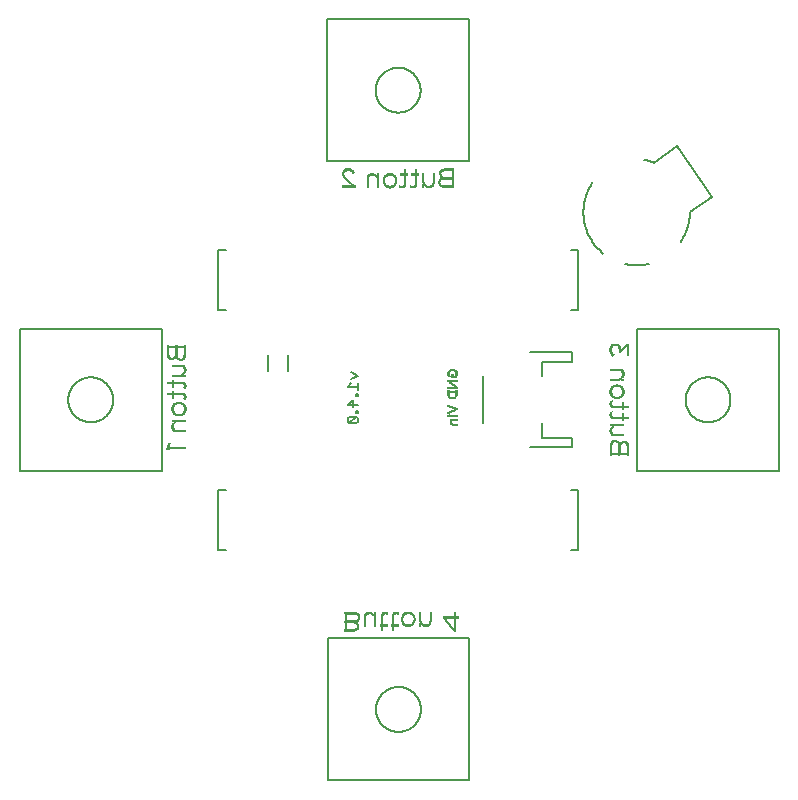
<source format=gbo>
G75*
%MOIN*%
%OFA0B0*%
%FSLAX25Y25*%
%IPPOS*%
%LPD*%
%AMOC8*
5,1,8,0,0,1.08239X$1,22.5*
%
%ADD10R,0.00570X0.00030*%
%ADD11R,0.00510X0.00030*%
%ADD12R,0.00930X0.00030*%
%ADD13R,0.00870X0.00030*%
%ADD14R,0.00840X0.00030*%
%ADD15R,0.01230X0.00030*%
%ADD16R,0.01140X0.00030*%
%ADD17R,0.01050X0.00030*%
%ADD18R,0.01470X0.00030*%
%ADD19R,0.03150X0.00030*%
%ADD20R,0.01320X0.00030*%
%ADD21R,0.00690X0.00030*%
%ADD22R,0.01260X0.00030*%
%ADD23R,0.01620X0.00030*%
%ADD24R,0.00690X0.00030*%
%ADD25R,0.03420X0.00030*%
%ADD26R,0.01500X0.00030*%
%ADD27R,0.01380X0.00030*%
%ADD28R,0.01770X0.00030*%
%ADD29R,0.03570X0.00030*%
%ADD30R,0.01620X0.00030*%
%ADD31R,0.01950X0.00030*%
%ADD32R,0.03720X0.00030*%
%ADD33R,0.01740X0.00030*%
%ADD34R,0.01650X0.00030*%
%ADD35R,0.02070X0.00030*%
%ADD36R,0.03810X0.00030*%
%ADD37R,0.01860X0.00030*%
%ADD38R,0.01680X0.00030*%
%ADD39R,0.02190X0.00030*%
%ADD40R,0.03930X0.00030*%
%ADD41R,0.01980X0.00030*%
%ADD42R,0.01740X0.00030*%
%ADD43R,0.02310X0.00030*%
%ADD44R,0.03990X0.00030*%
%ADD45R,0.02070X0.00030*%
%ADD46R,0.01770X0.00030*%
%ADD47R,0.02430X0.00030*%
%ADD48R,0.04080X0.00030*%
%ADD49R,0.02160X0.00030*%
%ADD50R,0.01800X0.00030*%
%ADD51R,0.02520X0.00030*%
%ADD52R,0.04140X0.00030*%
%ADD53R,0.02220X0.00030*%
%ADD54R,0.01830X0.00030*%
%ADD55R,0.02610X0.00030*%
%ADD56R,0.04200X0.00030*%
%ADD57R,0.02730X0.00030*%
%ADD58R,0.04260X0.00030*%
%ADD59R,0.02400X0.00030*%
%ADD60R,0.01890X0.00030*%
%ADD61R,0.01890X0.00030*%
%ADD62R,0.02790X0.00030*%
%ADD63R,0.04320X0.00030*%
%ADD64R,0.02460X0.00030*%
%ADD65R,0.01920X0.00030*%
%ADD66R,0.01920X0.00030*%
%ADD67R,0.02880X0.00030*%
%ADD68R,0.04350X0.00030*%
%ADD69R,0.02520X0.00030*%
%ADD70R,0.02970X0.00030*%
%ADD71R,0.04410X0.00030*%
%ADD72R,0.02580X0.00030*%
%ADD73R,0.03030X0.00030*%
%ADD74R,0.04470X0.00030*%
%ADD75R,0.02640X0.00030*%
%ADD76R,0.03120X0.00030*%
%ADD77R,0.04500X0.00030*%
%ADD78R,0.02700X0.00030*%
%ADD79R,0.03210X0.00030*%
%ADD80R,0.04530X0.00030*%
%ADD81R,0.02010X0.00030*%
%ADD82R,0.03270X0.00030*%
%ADD83R,0.04560X0.00030*%
%ADD84R,0.02790X0.00030*%
%ADD85R,0.01410X0.00030*%
%ADD86R,0.01350X0.00030*%
%ADD87R,0.04620X0.00030*%
%ADD88R,0.00960X0.00030*%
%ADD89R,0.01110X0.00030*%
%ADD90R,0.00420X0.00030*%
%ADD91R,0.00420X0.00030*%
%ADD92R,0.01290X0.00030*%
%ADD93R,0.04650X0.00030*%
%ADD94R,0.00990X0.00030*%
%ADD95R,0.00300X0.00030*%
%ADD96R,0.00990X0.00030*%
%ADD97R,0.01200X0.00030*%
%ADD98R,0.01170X0.00030*%
%ADD99R,0.04680X0.00030*%
%ADD100R,0.00780X0.00030*%
%ADD101R,0.00210X0.00030*%
%ADD102R,0.01170X0.00030*%
%ADD103R,0.00720X0.00030*%
%ADD104R,0.00720X0.00030*%
%ADD105R,0.00900X0.00030*%
%ADD106R,0.00120X0.00030*%
%ADD107R,0.00120X0.00030*%
%ADD108R,0.01080X0.00030*%
%ADD109R,0.00660X0.00030*%
%ADD110R,0.00870X0.00030*%
%ADD111R,0.00060X0.00030*%
%ADD112R,0.01020X0.00030*%
%ADD113R,0.00630X0.00030*%
%ADD114R,0.00840X0.00030*%
%ADD115R,0.01020X0.00030*%
%ADD116R,0.00600X0.00030*%
%ADD117R,0.00810X0.00030*%
%ADD118R,0.00750X0.00030*%
%ADD119R,0.05010X0.00030*%
%ADD120R,0.05040X0.00030*%
%ADD121R,0.05070X0.00030*%
%ADD122R,0.05100X0.00030*%
%ADD123R,0.05130X0.00030*%
%ADD124R,0.05160X0.00030*%
%ADD125R,0.05190X0.00030*%
%ADD126R,0.01290X0.00030*%
%ADD127R,0.04050X0.00030*%
%ADD128R,0.03900X0.00030*%
%ADD129R,0.03780X0.00030*%
%ADD130R,0.03840X0.00030*%
%ADD131R,0.03960X0.00030*%
%ADD132R,0.04020X0.00030*%
%ADD133R,0.04110X0.00030*%
%ADD134R,0.01140X0.00030*%
%ADD135R,0.02820X0.00030*%
%ADD136R,0.02820X0.00030*%
%ADD137R,0.01320X0.00030*%
%ADD138R,0.03240X0.00030*%
%ADD139R,0.02760X0.00030*%
%ADD140R,0.03180X0.00030*%
%ADD141R,0.02670X0.00030*%
%ADD142R,0.02940X0.00030*%
%ADD143R,0.02550X0.00030*%
%ADD144R,0.02490X0.00030*%
%ADD145R,0.02370X0.00030*%
%ADD146R,0.02280X0.00030*%
%ADD147R,0.02220X0.00030*%
%ADD148R,0.02130X0.00030*%
%ADD149R,0.02040X0.00030*%
%ADD150R,0.02190X0.00030*%
%ADD151R,0.01440X0.00030*%
%ADD152R,0.00540X0.00030*%
%ADD153R,0.00480X0.00030*%
%ADD154R,0.01440X0.00030*%
%ADD155R,0.04440X0.00030*%
%ADD156R,0.04380X0.00030*%
%ADD157R,0.04230X0.00030*%
%ADD158R,0.03870X0.00030*%
%ADD159R,0.03660X0.00030*%
%ADD160R,0.03540X0.00030*%
%ADD161R,0.00030X0.00570*%
%ADD162R,0.00030X0.00600*%
%ADD163R,0.00030X0.00510*%
%ADD164R,0.00030X0.00930*%
%ADD165R,0.00030X0.01050*%
%ADD166R,0.00030X0.00870*%
%ADD167R,0.00030X0.00840*%
%ADD168R,0.00030X0.01230*%
%ADD169R,0.00030X0.01320*%
%ADD170R,0.00030X0.01140*%
%ADD171R,0.00030X0.01470*%
%ADD172R,0.00030X0.01560*%
%ADD173R,0.00030X0.03150*%
%ADD174R,0.00030X0.01320*%
%ADD175R,0.00030X0.00690*%
%ADD176R,0.00030X0.01260*%
%ADD177R,0.00030X0.01620*%
%ADD178R,0.00030X0.00690*%
%ADD179R,0.00030X0.01740*%
%ADD180R,0.00030X0.03420*%
%ADD181R,0.00030X0.01500*%
%ADD182R,0.00030X0.01380*%
%ADD183R,0.00030X0.01770*%
%ADD184R,0.00030X0.01920*%
%ADD185R,0.00030X0.03570*%
%ADD186R,0.00030X0.01620*%
%ADD187R,0.00030X0.01950*%
%ADD188R,0.00030X0.02070*%
%ADD189R,0.00030X0.03720*%
%ADD190R,0.00030X0.01650*%
%ADD191R,0.00030X0.02070*%
%ADD192R,0.00030X0.02190*%
%ADD193R,0.00030X0.03810*%
%ADD194R,0.00030X0.01860*%
%ADD195R,0.00030X0.01680*%
%ADD196R,0.00030X0.02190*%
%ADD197R,0.00030X0.02340*%
%ADD198R,0.00030X0.03930*%
%ADD199R,0.00030X0.01980*%
%ADD200R,0.00030X0.01740*%
%ADD201R,0.00030X0.02310*%
%ADD202R,0.00030X0.02460*%
%ADD203R,0.00030X0.03990*%
%ADD204R,0.00030X0.01770*%
%ADD205R,0.00030X0.02430*%
%ADD206R,0.00030X0.02580*%
%ADD207R,0.00030X0.04080*%
%ADD208R,0.00030X0.02160*%
%ADD209R,0.00030X0.01800*%
%ADD210R,0.00030X0.02520*%
%ADD211R,0.00030X0.02670*%
%ADD212R,0.00030X0.04140*%
%ADD213R,0.00030X0.02220*%
%ADD214R,0.00030X0.01830*%
%ADD215R,0.00030X0.02610*%
%ADD216R,0.00030X0.02760*%
%ADD217R,0.00030X0.04200*%
%ADD218R,0.00030X0.02730*%
%ADD219R,0.00030X0.02850*%
%ADD220R,0.00030X0.04260*%
%ADD221R,0.00030X0.02400*%
%ADD222R,0.00030X0.01890*%
%ADD223R,0.00030X0.01890*%
%ADD224R,0.00030X0.02790*%
%ADD225R,0.00030X0.02970*%
%ADD226R,0.00030X0.04320*%
%ADD227R,0.00030X0.01920*%
%ADD228R,0.00030X0.02880*%
%ADD229R,0.00030X0.03060*%
%ADD230R,0.00030X0.04350*%
%ADD231R,0.00030X0.02520*%
%ADD232R,0.00030X0.03120*%
%ADD233R,0.00030X0.04410*%
%ADD234R,0.00030X0.03030*%
%ADD235R,0.00030X0.03180*%
%ADD236R,0.00030X0.04470*%
%ADD237R,0.00030X0.02640*%
%ADD238R,0.00030X0.03270*%
%ADD239R,0.00030X0.04500*%
%ADD240R,0.00030X0.02700*%
%ADD241R,0.00030X0.03210*%
%ADD242R,0.00030X0.03330*%
%ADD243R,0.00030X0.04530*%
%ADD244R,0.00030X0.02010*%
%ADD245R,0.00030X0.03390*%
%ADD246R,0.00030X0.04560*%
%ADD247R,0.00030X0.02790*%
%ADD248R,0.00030X0.01410*%
%ADD249R,0.00030X0.01350*%
%ADD250R,0.00030X0.03480*%
%ADD251R,0.00030X0.04620*%
%ADD252R,0.00030X0.00960*%
%ADD253R,0.00030X0.01110*%
%ADD254R,0.00030X0.00420*%
%ADD255R,0.00030X0.00420*%
%ADD256R,0.00030X0.01290*%
%ADD257R,0.00030X0.01590*%
%ADD258R,0.00030X0.04650*%
%ADD259R,0.00030X0.00990*%
%ADD260R,0.00030X0.00300*%
%ADD261R,0.00030X0.00990*%
%ADD262R,0.00030X0.01200*%
%ADD263R,0.00030X0.01170*%
%ADD264R,0.00030X0.01440*%
%ADD265R,0.00030X0.04680*%
%ADD266R,0.00030X0.00780*%
%ADD267R,0.00030X0.00210*%
%ADD268R,0.00030X0.01170*%
%ADD269R,0.00030X0.00720*%
%ADD270R,0.00030X0.00720*%
%ADD271R,0.00030X0.00900*%
%ADD272R,0.00030X0.00120*%
%ADD273R,0.00030X0.00120*%
%ADD274R,0.00030X0.01080*%
%ADD275R,0.00030X0.01290*%
%ADD276R,0.00030X0.00660*%
%ADD277R,0.00030X0.00870*%
%ADD278R,0.00030X0.00060*%
%ADD279R,0.00030X0.01020*%
%ADD280R,0.00030X0.00630*%
%ADD281R,0.00030X0.00840*%
%ADD282R,0.00030X0.01020*%
%ADD283R,0.00030X0.00810*%
%ADD284R,0.00030X0.00750*%
%ADD285R,0.00030X0.00540*%
%ADD286R,0.00030X0.00480*%
%ADD287R,0.00030X0.00330*%
%ADD288R,0.00030X0.00270*%
%ADD289R,0.00030X0.00150*%
%ADD290R,0.00030X0.00090*%
%ADD291R,0.00030X0.00030*%
%ADD292R,0.00030X0.02370*%
%ADD293R,0.00030X0.02280*%
%ADD294R,0.00030X0.04050*%
%ADD295R,0.00030X0.02220*%
%ADD296R,0.00030X0.03900*%
%ADD297R,0.00030X0.03780*%
%ADD298R,0.00030X0.02100*%
%ADD299R,0.00030X0.03840*%
%ADD300R,0.00030X0.02040*%
%ADD301R,0.00030X0.03960*%
%ADD302R,0.00030X0.04020*%
%ADD303R,0.00030X0.04110*%
%ADD304R,0.00030X0.01140*%
%ADD305R,0.00030X0.02820*%
%ADD306R,0.00030X0.02820*%
%ADD307R,0.00030X0.03240*%
%ADD308R,0.00030X0.02940*%
%ADD309R,0.00030X0.02550*%
%ADD310R,0.00030X0.02490*%
%ADD311R,0.00030X0.02130*%
%ADD312R,0.00030X0.01440*%
%ADD313R,0.00030X0.04440*%
%ADD314R,0.00030X0.04380*%
%ADD315R,0.00030X0.03990*%
%ADD316R,0.00030X0.04020*%
%ADD317R,0.00030X0.04230*%
%ADD318R,0.00030X0.03870*%
%ADD319R,0.00030X0.03660*%
%ADD320R,0.00030X0.03540*%
%ADD321R,0.04320X0.00030*%
%ADD322R,0.04290X0.00030*%
%ADD323R,0.00150X0.00030*%
%ADD324R,0.00270X0.00030*%
%ADD325R,0.00330X0.00030*%
%ADD326R,0.00390X0.00030*%
%ADD327R,0.03120X0.00030*%
%ADD328R,0.03060X0.00030*%
%ADD329R,0.03000X0.00030*%
%ADD330R,0.02850X0.00030*%
%ADD331R,0.02340X0.00030*%
%ADD332R,0.02250X0.00030*%
%ADD333R,0.02100X0.00030*%
%ADD334R,0.00030X0.00360*%
%ADD335R,0.00030X0.00570*%
%ADD336R,0.00030X0.01710*%
%ADD337R,0.00030X0.01530*%
%ADD338R,0.00015X0.00015*%
%ADD339R,0.00015X0.00015*%
%ADD340R,0.00015X0.00225*%
%ADD341R,0.00015X0.00015*%
%ADD342R,0.00015X0.00615*%
%ADD343R,0.00015X0.00735*%
%ADD344R,0.00015X0.00915*%
%ADD345R,0.00015X0.01005*%
%ADD346R,0.00015X0.00540*%
%ADD347R,0.00015X0.00480*%
%ADD348R,0.00015X0.01305*%
%ADD349R,0.00015X0.01125*%
%ADD350R,0.00015X0.00555*%
%ADD351R,0.00015X0.01470*%
%ADD352R,0.00015X0.01215*%
%ADD353R,0.00015X0.00540*%
%ADD354R,0.00015X0.00495*%
%ADD355R,0.00015X0.01545*%
%ADD356R,0.00015X0.00510*%
%ADD357R,0.00015X0.01650*%
%ADD358R,0.00015X0.01395*%
%ADD359R,0.00015X0.01695*%
%ADD360R,0.00015X0.01485*%
%ADD361R,0.00015X0.00525*%
%ADD362R,0.00015X0.01740*%
%ADD363R,0.00015X0.01515*%
%ADD364R,0.00015X0.01785*%
%ADD365R,0.00015X0.01605*%
%ADD366R,0.00015X0.00555*%
%ADD367R,0.00015X0.01830*%
%ADD368R,0.00015X0.01635*%
%ADD369R,0.00015X0.00570*%
%ADD370R,0.00015X0.01875*%
%ADD371R,0.00015X0.01725*%
%ADD372R,0.00015X0.00585*%
%ADD373R,0.00015X0.01920*%
%ADD374R,0.00015X0.01755*%
%ADD375R,0.00015X0.01935*%
%ADD376R,0.00015X0.01815*%
%ADD377R,0.00015X0.00600*%
%ADD378R,0.00015X0.01980*%
%ADD379R,0.00015X0.01875*%
%ADD380R,0.00015X0.00600*%
%ADD381R,0.00015X0.01995*%
%ADD382R,0.00015X0.00615*%
%ADD383R,0.00015X0.02040*%
%ADD384R,0.00015X0.01965*%
%ADD385R,0.00015X0.00630*%
%ADD386R,0.00015X0.02055*%
%ADD387R,0.00015X0.00645*%
%ADD388R,0.00015X0.02100*%
%ADD389R,0.00015X0.02085*%
%ADD390R,0.00015X0.00660*%
%ADD391R,0.00015X0.02115*%
%ADD392R,0.00015X0.02115*%
%ADD393R,0.00015X0.00675*%
%ADD394R,0.00015X0.02145*%
%ADD395R,0.00015X0.02145*%
%ADD396R,0.00015X0.00675*%
%ADD397R,0.00015X0.02145*%
%ADD398R,0.00015X0.02205*%
%ADD399R,0.00015X0.00705*%
%ADD400R,0.00015X0.02190*%
%ADD401R,0.00015X0.02235*%
%ADD402R,0.00015X0.00690*%
%ADD403R,0.00015X0.02265*%
%ADD404R,0.00015X0.00720*%
%ADD405R,0.00015X0.02220*%
%ADD406R,0.00015X0.02295*%
%ADD407R,0.00015X0.00720*%
%ADD408R,0.00015X0.02235*%
%ADD409R,0.00015X0.02370*%
%ADD410R,0.00015X0.02280*%
%ADD411R,0.00015X0.02385*%
%ADD412R,0.00015X0.00750*%
%ADD413R,0.00015X0.02295*%
%ADD414R,0.00015X0.02430*%
%ADD415R,0.00015X0.00765*%
%ADD416R,0.00015X0.02310*%
%ADD417R,0.00015X0.02445*%
%ADD418R,0.00015X0.00780*%
%ADD419R,0.00015X0.02325*%
%ADD420R,0.00015X0.02505*%
%ADD421R,0.00015X0.00795*%
%ADD422R,0.00015X0.02340*%
%ADD423R,0.00015X0.02505*%
%ADD424R,0.00015X0.00795*%
%ADD425R,0.00015X0.02355*%
%ADD426R,0.00015X0.02520*%
%ADD427R,0.00015X0.00810*%
%ADD428R,0.00015X0.02370*%
%ADD429R,0.00015X0.01035*%
%ADD430R,0.00015X0.01095*%
%ADD431R,0.00015X0.01020*%
%ADD432R,0.00015X0.00825*%
%ADD433R,0.00015X0.02400*%
%ADD434R,0.00015X0.00945*%
%ADD435R,0.00015X0.00945*%
%ADD436R,0.00015X0.00840*%
%ADD437R,0.00015X0.02415*%
%ADD438R,0.00015X0.00900*%
%ADD439R,0.00015X0.00855*%
%ADD440R,0.00015X0.00885*%
%ADD441R,0.00015X0.00870*%
%ADD442R,0.00015X0.01065*%
%ADD443R,0.00015X0.00945*%
%ADD444R,0.00015X0.00855*%
%ADD445R,0.00015X0.00750*%
%ADD446R,0.00015X0.00915*%
%ADD447R,0.00015X0.00930*%
%ADD448R,0.00015X0.00840*%
%ADD449R,0.00015X0.00765*%
%ADD450R,0.00015X0.00585*%
%ADD451R,0.00015X0.00960*%
%ADD452R,0.00015X0.00810*%
%ADD453R,0.00015X0.00975*%
%ADD454R,0.00015X0.00990*%
%ADD455R,0.00015X0.00765*%
%ADD456R,0.00015X0.00735*%
%ADD457R,0.00015X0.01035*%
%ADD458R,0.00015X0.00765*%
%ADD459R,0.00015X0.00720*%
%ADD460R,0.00015X0.01050*%
%ADD461R,0.00015X0.00690*%
%ADD462R,0.00015X0.00690*%
%ADD463R,0.00015X0.00525*%
%ADD464R,0.00015X0.01080*%
%ADD465R,0.00015X0.00705*%
%ADD466R,0.00015X0.01110*%
%ADD467R,0.00015X0.00660*%
%ADD468R,0.00015X0.01140*%
%ADD469R,0.00015X0.01140*%
%ADD470R,0.00015X0.00645*%
%ADD471R,0.00015X0.01155*%
%ADD472R,0.00015X0.01170*%
%ADD473R,0.00015X0.01185*%
%ADD474R,0.00015X0.00645*%
%ADD475R,0.00015X0.01200*%
%ADD476R,0.00015X0.00630*%
%ADD477R,0.00015X0.01215*%
%ADD478R,0.00015X0.00615*%
%ADD479R,0.00015X0.01230*%
%ADD480R,0.00015X0.00615*%
%ADD481R,0.00015X0.01350*%
%ADD482R,0.00015X0.01335*%
%ADD483R,0.00015X0.01350*%
%ADD484R,0.00015X0.01335*%
%ADD485R,0.00015X0.00570*%
%ADD486R,0.00015X0.00570*%
%ADD487R,0.00015X0.00690*%
%ADD488R,0.00015X0.00645*%
%ADD489R,0.00015X0.01200*%
%ADD490R,0.00015X0.01170*%
%ADD491R,0.00015X0.01125*%
%ADD492R,0.00015X0.00720*%
%ADD493R,0.00015X0.00045*%
%ADD494R,0.00015X0.00075*%
%ADD495R,0.00015X0.00105*%
%ADD496R,0.00015X0.01080*%
%ADD497R,0.00015X0.00135*%
%ADD498R,0.00015X0.00165*%
%ADD499R,0.00015X0.01065*%
%ADD500R,0.00015X0.00270*%
%ADD501R,0.00015X0.00795*%
%ADD502R,0.00015X0.00285*%
%ADD503R,0.00015X0.00330*%
%ADD504R,0.00015X0.01005*%
%ADD505R,0.00015X0.00825*%
%ADD506R,0.00015X0.00345*%
%ADD507R,0.00015X0.00405*%
%ADD508R,0.00015X0.00435*%
%ADD509R,0.00015X0.00960*%
%ADD510R,0.00015X0.00495*%
%ADD511R,0.00015X0.00930*%
%ADD512R,0.00015X0.01095*%
%ADD513R,0.00015X0.00885*%
%ADD514R,0.00015X0.02430*%
%ADD515R,0.00015X0.02415*%
%ADD516R,0.00015X0.02325*%
%ADD517R,0.00015X0.02355*%
%ADD518R,0.00015X0.02340*%
%ADD519R,0.00015X0.02265*%
%ADD520R,0.00015X0.00780*%
%ADD521R,0.00015X0.02250*%
%ADD522R,0.00015X0.02130*%
%ADD523R,0.00015X0.02175*%
%ADD524R,0.00015X0.02055*%
%ADD525R,0.00015X0.02025*%
%ADD526R,0.00015X0.02070*%
%ADD527R,0.00015X0.01845*%
%ADD528R,0.00015X0.02010*%
%ADD529R,0.00015X0.01950*%
%ADD530R,0.00015X0.01905*%
%ADD531R,0.00015X0.01890*%
%ADD532R,0.00015X0.01575*%
%ADD533R,0.00015X0.01800*%
%ADD534R,0.00015X0.01455*%
%ADD535R,0.00015X0.01710*%
%ADD536R,0.00015X0.00015*%
%ADD537R,0.00015X0.01590*%
%ADD538R,0.00015X0.00975*%
%ADD539R,0.00015X0.01095*%
%ADD540R,0.00015X0.00540*%
%ADD541R,0.00015X0.00570*%
%ADD542R,0.00015X0.00540*%
%ADD543R,0.00015X0.02025*%
%ADD544R,0.00015X0.01440*%
%ADD545R,0.00015X0.01425*%
%ADD546R,0.00015X0.01425*%
%ADD547R,0.00015X0.01380*%
%ADD548R,0.00015X0.01365*%
%ADD549R,0.00015X0.01320*%
%ADD550R,0.00015X0.01275*%
%ADD551R,0.00015X0.01275*%
%ADD552R,0.00015X0.01245*%
%ADD553R,0.00015X0.01155*%
%ADD554R,0.00015X0.00465*%
%ADD555R,0.00015X0.00195*%
%ADD556C,0.00600*%
%ADD557C,0.00500*%
%ADD558C,0.00800*%
%ADD559C,0.00700*%
D10*
X0138810Y0056860D03*
X0138840Y0056830D03*
X0122310Y0059980D03*
X0134100Y0060850D03*
X0128000Y0202200D03*
X0139790Y0203070D03*
X0123290Y0206190D03*
X0123260Y0206220D03*
X0114050Y0208680D03*
D11*
X0132050Y0202230D03*
X0135710Y0202230D03*
X0141080Y0202230D03*
X0130050Y0060820D03*
X0126390Y0060820D03*
X0121020Y0060820D03*
D12*
X0119910Y0059950D03*
X0117360Y0059800D03*
X0117330Y0059830D03*
X0117240Y0058120D03*
X0116760Y0057130D03*
X0117060Y0055360D03*
X0122850Y0059590D03*
X0122850Y0059620D03*
X0132630Y0059890D03*
X0134100Y0060820D03*
X0135540Y0059950D03*
X0135660Y0057040D03*
X0135630Y0057010D03*
X0135600Y0056980D03*
X0135570Y0056950D03*
X0134130Y0056050D03*
X0132690Y0056920D03*
X0138270Y0057220D03*
X0139140Y0056650D03*
X0141150Y0056860D03*
X0141180Y0056890D03*
X0149400Y0054760D03*
X0128000Y0202230D03*
X0126560Y0203100D03*
X0129470Y0203160D03*
X0129410Y0206130D03*
X0127970Y0207000D03*
X0126530Y0206100D03*
X0126500Y0206070D03*
X0126470Y0206040D03*
X0126440Y0206010D03*
X0123830Y0205830D03*
X0122960Y0206400D03*
X0120950Y0206190D03*
X0120920Y0206160D03*
X0115550Y0207720D03*
X0112730Y0207750D03*
X0112700Y0207720D03*
X0113540Y0204990D03*
X0113570Y0204960D03*
X0113600Y0204930D03*
X0113630Y0204900D03*
X0113660Y0204870D03*
X0113690Y0204840D03*
X0113720Y0204810D03*
X0113750Y0204780D03*
X0113780Y0204750D03*
X0113900Y0204660D03*
X0113930Y0204630D03*
X0113960Y0204600D03*
X0113990Y0204570D03*
X0114020Y0204540D03*
X0114050Y0204510D03*
X0114170Y0204420D03*
X0114200Y0204390D03*
X0114230Y0204360D03*
X0114260Y0204330D03*
X0114290Y0204300D03*
X0114440Y0204180D03*
X0114470Y0204150D03*
X0114500Y0204120D03*
X0114530Y0204090D03*
X0114560Y0204060D03*
X0114710Y0203940D03*
X0114740Y0203910D03*
X0114770Y0203880D03*
X0114800Y0203850D03*
X0114830Y0203820D03*
X0114980Y0203700D03*
X0115010Y0203670D03*
X0115040Y0203640D03*
X0115070Y0203610D03*
X0115250Y0203460D03*
X0115280Y0203430D03*
X0115310Y0203400D03*
X0115340Y0203370D03*
X0115520Y0203220D03*
X0115550Y0203190D03*
X0115580Y0203160D03*
X0115610Y0203130D03*
X0139250Y0203430D03*
X0139250Y0203460D03*
X0142190Y0203100D03*
X0144740Y0203250D03*
X0144770Y0203220D03*
X0144860Y0204930D03*
X0145340Y0205920D03*
X0145040Y0207690D03*
D13*
X0144980Y0207630D03*
X0144680Y0203310D03*
X0142280Y0203220D03*
X0141080Y0202260D03*
X0139220Y0203520D03*
X0139220Y0203550D03*
X0132830Y0202980D03*
X0129620Y0203310D03*
X0129530Y0206010D03*
X0126380Y0205950D03*
X0126320Y0205860D03*
X0126380Y0203280D03*
X0120830Y0206040D03*
X0115730Y0207540D03*
X0115670Y0207600D03*
X0113030Y0205500D03*
X0112970Y0205560D03*
X0112880Y0205680D03*
X0121020Y0060790D03*
X0119820Y0059830D03*
X0117420Y0059740D03*
X0117120Y0055420D03*
X0122880Y0059500D03*
X0122880Y0059530D03*
X0129270Y0060070D03*
X0132480Y0059740D03*
X0132570Y0057040D03*
X0135720Y0057100D03*
X0135780Y0057190D03*
X0135720Y0059770D03*
X0141270Y0057010D03*
X0149430Y0054700D03*
X0149430Y0054670D03*
D14*
X0149445Y0054640D03*
X0141315Y0057070D03*
X0141315Y0057100D03*
X0141285Y0057040D03*
X0139065Y0056680D03*
X0135795Y0057220D03*
X0135765Y0057160D03*
X0135765Y0059710D03*
X0135735Y0059740D03*
X0132465Y0059710D03*
X0132435Y0059680D03*
X0132405Y0059650D03*
X0132405Y0059620D03*
X0132465Y0057160D03*
X0132495Y0057130D03*
X0125565Y0060040D03*
X0126405Y0060790D03*
X0130065Y0060790D03*
X0122895Y0059470D03*
X0122895Y0059440D03*
X0122055Y0060160D03*
X0119805Y0059800D03*
X0117465Y0059680D03*
X0117465Y0059650D03*
X0117435Y0059710D03*
X0117345Y0058210D03*
X0116895Y0057040D03*
X0117165Y0055510D03*
X0117165Y0055480D03*
X0117135Y0055450D03*
X0132035Y0202260D03*
X0129695Y0203400D03*
X0129695Y0203430D03*
X0129665Y0203370D03*
X0129635Y0203340D03*
X0129635Y0205890D03*
X0129605Y0205920D03*
X0126335Y0205890D03*
X0126305Y0205830D03*
X0126335Y0203340D03*
X0126365Y0203310D03*
X0123035Y0206370D03*
X0120815Y0206010D03*
X0120785Y0205980D03*
X0120785Y0205950D03*
X0115835Y0207420D03*
X0115805Y0207450D03*
X0112595Y0207540D03*
X0112595Y0207570D03*
X0112565Y0207510D03*
X0112715Y0205920D03*
X0112745Y0205860D03*
X0112805Y0205800D03*
X0112805Y0205770D03*
X0112835Y0205740D03*
X0112865Y0205710D03*
X0112955Y0205590D03*
X0135695Y0202260D03*
X0136535Y0203010D03*
X0139205Y0203580D03*
X0139205Y0203610D03*
X0140045Y0202890D03*
X0142295Y0203250D03*
X0144635Y0203370D03*
X0144635Y0203400D03*
X0144665Y0203340D03*
X0144755Y0204840D03*
X0145205Y0206010D03*
X0144935Y0207540D03*
X0144935Y0207570D03*
X0144965Y0207600D03*
D15*
X0145310Y0207900D03*
X0145070Y0203010D03*
X0141920Y0202890D03*
X0129050Y0206370D03*
X0126860Y0206340D03*
X0123680Y0206160D03*
X0121190Y0206370D03*
X0113060Y0208020D03*
X0128000Y0202260D03*
X0134100Y0060790D03*
X0135240Y0056710D03*
X0133050Y0056680D03*
X0138420Y0056890D03*
X0140910Y0056680D03*
X0149250Y0055120D03*
X0120180Y0060160D03*
X0117030Y0060040D03*
X0116790Y0055150D03*
D16*
X0116565Y0057220D03*
X0120135Y0060130D03*
X0121005Y0060760D03*
X0122745Y0059860D03*
X0135285Y0056740D03*
X0140085Y0056080D03*
X0140955Y0056710D03*
X0149295Y0055030D03*
X0149295Y0055000D03*
X0141095Y0202290D03*
X0141965Y0202920D03*
X0139355Y0203190D03*
X0145535Y0205830D03*
X0126815Y0206310D03*
X0122015Y0206970D03*
X0121145Y0206340D03*
X0115235Y0207960D03*
X0112955Y0207960D03*
D17*
X0112910Y0207930D03*
X0112880Y0207900D03*
X0115340Y0207900D03*
X0121040Y0206280D03*
X0123770Y0205980D03*
X0126680Y0206220D03*
X0129230Y0206280D03*
X0126710Y0202980D03*
X0132050Y0202290D03*
X0135710Y0202290D03*
X0139310Y0203280D03*
X0142070Y0202980D03*
X0145010Y0205020D03*
X0145460Y0205860D03*
X0145160Y0207810D03*
X0130050Y0060760D03*
X0126390Y0060760D03*
X0122790Y0059770D03*
X0120030Y0060070D03*
X0117090Y0058030D03*
X0116640Y0057190D03*
X0116940Y0055240D03*
X0132870Y0056770D03*
X0135420Y0056830D03*
X0138330Y0057070D03*
X0141060Y0056770D03*
X0135390Y0060070D03*
X0149340Y0054910D03*
D18*
X0140100Y0056140D03*
X0134100Y0060760D03*
X0116850Y0060100D03*
X0116760Y0057910D03*
X0128000Y0202290D03*
X0122000Y0206910D03*
X0145340Y0205140D03*
X0145250Y0202950D03*
D19*
X0147620Y0202320D03*
X0114480Y0060730D03*
D20*
X0116955Y0060070D03*
X0121005Y0060730D03*
X0149205Y0055240D03*
X0141095Y0202320D03*
X0145145Y0202980D03*
D21*
X0144470Y0204240D03*
X0144470Y0204270D03*
X0142520Y0204270D03*
X0142520Y0204300D03*
X0142520Y0204330D03*
X0142520Y0204360D03*
X0142520Y0204390D03*
X0142520Y0204420D03*
X0142520Y0204450D03*
X0142520Y0204480D03*
X0142520Y0204510D03*
X0142520Y0204540D03*
X0142520Y0204570D03*
X0142520Y0204600D03*
X0142520Y0204630D03*
X0142520Y0204660D03*
X0142520Y0204690D03*
X0142520Y0204720D03*
X0142520Y0204750D03*
X0142520Y0204780D03*
X0142520Y0204810D03*
X0142520Y0204840D03*
X0142520Y0204870D03*
X0142520Y0204900D03*
X0142520Y0204930D03*
X0142520Y0204960D03*
X0142520Y0204990D03*
X0142520Y0205020D03*
X0142520Y0205050D03*
X0142520Y0205080D03*
X0142520Y0205110D03*
X0142520Y0205140D03*
X0142520Y0205170D03*
X0142520Y0205200D03*
X0142520Y0205230D03*
X0142520Y0205260D03*
X0142520Y0205290D03*
X0142520Y0205320D03*
X0142520Y0205350D03*
X0142520Y0205380D03*
X0142520Y0205410D03*
X0142520Y0205440D03*
X0142520Y0205470D03*
X0142520Y0205500D03*
X0142520Y0205530D03*
X0142520Y0205560D03*
X0142520Y0205590D03*
X0142520Y0205620D03*
X0142520Y0205650D03*
X0142520Y0205680D03*
X0142520Y0205710D03*
X0142520Y0205740D03*
X0142520Y0205770D03*
X0142520Y0205800D03*
X0142520Y0205830D03*
X0142520Y0205860D03*
X0142520Y0205890D03*
X0142520Y0205920D03*
X0142520Y0205950D03*
X0142520Y0205980D03*
X0142520Y0206010D03*
X0142520Y0206040D03*
X0142520Y0206070D03*
X0142520Y0206100D03*
X0142520Y0206130D03*
X0142520Y0206160D03*
X0142520Y0206190D03*
X0142520Y0206220D03*
X0142520Y0206250D03*
X0142520Y0206280D03*
X0142520Y0206310D03*
X0142520Y0206340D03*
X0142520Y0206370D03*
X0142520Y0206400D03*
X0142520Y0206430D03*
X0142520Y0206460D03*
X0142520Y0206490D03*
X0142520Y0206520D03*
X0142520Y0206550D03*
X0142520Y0206580D03*
X0142520Y0206610D03*
X0142520Y0206640D03*
X0142520Y0206670D03*
X0142520Y0206700D03*
X0142520Y0206730D03*
X0142520Y0206760D03*
X0142520Y0206790D03*
X0142520Y0206820D03*
X0142520Y0206850D03*
X0142520Y0206880D03*
X0142520Y0206910D03*
X0142520Y0206940D03*
X0144830Y0206640D03*
X0144830Y0206610D03*
X0144860Y0206520D03*
X0144890Y0206430D03*
X0142520Y0204240D03*
X0142520Y0204210D03*
X0142520Y0204180D03*
X0142520Y0204150D03*
X0142520Y0204120D03*
X0142520Y0204090D03*
X0142520Y0204060D03*
X0142520Y0204030D03*
X0142520Y0204000D03*
X0139130Y0204060D03*
X0139130Y0204090D03*
X0139130Y0204120D03*
X0139130Y0204150D03*
X0139130Y0204180D03*
X0139130Y0204210D03*
X0139130Y0204240D03*
X0139130Y0204270D03*
X0139130Y0204300D03*
X0139130Y0204330D03*
X0139130Y0204360D03*
X0139130Y0204390D03*
X0139130Y0204420D03*
X0139130Y0204450D03*
X0139130Y0204480D03*
X0139130Y0204510D03*
X0139130Y0204540D03*
X0139130Y0204570D03*
X0139130Y0204600D03*
X0139130Y0204630D03*
X0139130Y0204660D03*
X0139130Y0204690D03*
X0139130Y0204720D03*
X0139130Y0204750D03*
X0139130Y0204780D03*
X0139130Y0204810D03*
X0139130Y0204840D03*
X0139130Y0204870D03*
X0139130Y0204900D03*
X0139130Y0204930D03*
X0139130Y0204960D03*
X0139130Y0204990D03*
X0139130Y0205020D03*
X0139130Y0205050D03*
X0139130Y0205080D03*
X0139130Y0205110D03*
X0139130Y0205140D03*
X0139130Y0205170D03*
X0139130Y0205200D03*
X0139130Y0205230D03*
X0139130Y0205260D03*
X0139130Y0205290D03*
X0139130Y0205320D03*
X0139130Y0205350D03*
X0139130Y0205380D03*
X0139130Y0205410D03*
X0139130Y0205440D03*
X0139130Y0205470D03*
X0139130Y0205500D03*
X0139130Y0205530D03*
X0139130Y0205560D03*
X0139130Y0205590D03*
X0139130Y0205620D03*
X0139130Y0205650D03*
X0139130Y0205680D03*
X0139130Y0205710D03*
X0139130Y0205740D03*
X0139130Y0205770D03*
X0139130Y0205800D03*
X0139130Y0205830D03*
X0139130Y0205860D03*
X0139130Y0205890D03*
X0139130Y0205920D03*
X0139130Y0205950D03*
X0139130Y0205980D03*
X0139130Y0206010D03*
X0139130Y0206040D03*
X0139130Y0206070D03*
X0139130Y0206100D03*
X0139130Y0206130D03*
X0139130Y0206160D03*
X0139130Y0206190D03*
X0139130Y0206220D03*
X0139130Y0206250D03*
X0139130Y0206280D03*
X0139130Y0206310D03*
X0139130Y0206340D03*
X0139130Y0206370D03*
X0139130Y0206400D03*
X0139130Y0206430D03*
X0139130Y0206460D03*
X0139130Y0206490D03*
X0139130Y0206520D03*
X0139130Y0206550D03*
X0139130Y0206580D03*
X0139130Y0206610D03*
X0139130Y0206640D03*
X0139130Y0206670D03*
X0139130Y0206700D03*
X0139130Y0206730D03*
X0139130Y0206760D03*
X0139130Y0206790D03*
X0139130Y0206820D03*
X0139130Y0206850D03*
X0139130Y0206880D03*
X0139130Y0206910D03*
X0139130Y0206940D03*
X0136670Y0206970D03*
X0136670Y0207000D03*
X0136670Y0207030D03*
X0136670Y0207060D03*
X0136670Y0207090D03*
X0136670Y0207120D03*
X0136670Y0207150D03*
X0136670Y0207180D03*
X0136670Y0207210D03*
X0136670Y0207240D03*
X0136670Y0207270D03*
X0136670Y0207300D03*
X0136670Y0207330D03*
X0136670Y0207360D03*
X0136670Y0207390D03*
X0136670Y0207420D03*
X0136670Y0207450D03*
X0136670Y0207480D03*
X0136670Y0207510D03*
X0136670Y0207540D03*
X0136670Y0207570D03*
X0136670Y0207600D03*
X0136670Y0207630D03*
X0136670Y0207660D03*
X0136670Y0207690D03*
X0136670Y0207720D03*
X0136670Y0207750D03*
X0136670Y0207780D03*
X0136670Y0207810D03*
X0136670Y0207840D03*
X0136670Y0207870D03*
X0136670Y0207900D03*
X0136670Y0207930D03*
X0136670Y0207960D03*
X0136670Y0207990D03*
X0136670Y0208020D03*
X0136670Y0208050D03*
X0136670Y0208080D03*
X0136670Y0208110D03*
X0136670Y0208140D03*
X0136670Y0208170D03*
X0136670Y0208200D03*
X0136670Y0208230D03*
X0136670Y0208260D03*
X0136670Y0208290D03*
X0136670Y0208320D03*
X0136670Y0208350D03*
X0136670Y0206310D03*
X0136670Y0206280D03*
X0136670Y0206250D03*
X0136670Y0206220D03*
X0136670Y0206190D03*
X0136670Y0206160D03*
X0136670Y0206130D03*
X0136670Y0206100D03*
X0136670Y0206070D03*
X0136670Y0206040D03*
X0136670Y0206010D03*
X0136670Y0205980D03*
X0136670Y0205950D03*
X0136670Y0205920D03*
X0136670Y0205890D03*
X0136670Y0205860D03*
X0136670Y0205830D03*
X0136670Y0205800D03*
X0136670Y0205770D03*
X0136670Y0205740D03*
X0136670Y0205710D03*
X0136670Y0205680D03*
X0136670Y0205650D03*
X0136670Y0205620D03*
X0136670Y0205590D03*
X0136670Y0205560D03*
X0136670Y0205530D03*
X0136670Y0205500D03*
X0136670Y0205470D03*
X0136670Y0205440D03*
X0136670Y0205410D03*
X0136670Y0205380D03*
X0136670Y0205350D03*
X0136670Y0205320D03*
X0136670Y0205290D03*
X0136670Y0205260D03*
X0136670Y0205230D03*
X0136670Y0205200D03*
X0136670Y0205170D03*
X0136670Y0205140D03*
X0136670Y0205110D03*
X0136670Y0205080D03*
X0136670Y0205050D03*
X0136670Y0205020D03*
X0136670Y0204990D03*
X0136670Y0204960D03*
X0136670Y0204930D03*
X0136670Y0204900D03*
X0136670Y0204870D03*
X0136670Y0204840D03*
X0136670Y0204810D03*
X0136670Y0204780D03*
X0136670Y0204750D03*
X0136670Y0204720D03*
X0136670Y0204690D03*
X0136670Y0204660D03*
X0136670Y0204630D03*
X0136670Y0204600D03*
X0136670Y0204570D03*
X0136670Y0204540D03*
X0136670Y0204510D03*
X0136670Y0204480D03*
X0136670Y0204450D03*
X0136670Y0204420D03*
X0136670Y0204390D03*
X0136670Y0204360D03*
X0136670Y0204330D03*
X0136670Y0204300D03*
X0136670Y0204270D03*
X0136670Y0204240D03*
X0136670Y0204210D03*
X0136670Y0204180D03*
X0136670Y0204150D03*
X0136670Y0204120D03*
X0136670Y0204090D03*
X0136670Y0204060D03*
X0136670Y0204030D03*
X0136670Y0204000D03*
X0136670Y0203970D03*
X0136670Y0203940D03*
X0136670Y0203910D03*
X0136670Y0203880D03*
X0136670Y0203850D03*
X0136670Y0203820D03*
X0136670Y0203790D03*
X0136670Y0203760D03*
X0136670Y0203730D03*
X0136670Y0203700D03*
X0136670Y0203670D03*
X0136670Y0203640D03*
X0136670Y0203610D03*
X0136670Y0203580D03*
X0136670Y0203550D03*
X0136670Y0203520D03*
X0136670Y0203490D03*
X0136670Y0203460D03*
X0136670Y0203430D03*
X0139130Y0203070D03*
X0139130Y0203040D03*
X0139130Y0203010D03*
X0139130Y0202980D03*
X0139130Y0202950D03*
X0139130Y0202920D03*
X0139130Y0202890D03*
X0139130Y0202860D03*
X0139130Y0202830D03*
X0139130Y0202800D03*
X0139130Y0202770D03*
X0139130Y0202740D03*
X0139130Y0202710D03*
X0139130Y0202680D03*
X0139130Y0202650D03*
X0139130Y0202620D03*
X0139130Y0202590D03*
X0139130Y0202560D03*
X0139130Y0202530D03*
X0139130Y0202500D03*
X0139130Y0202470D03*
X0139130Y0202440D03*
X0139130Y0202410D03*
X0139130Y0202380D03*
X0139130Y0202350D03*
X0139130Y0202320D03*
X0133010Y0203430D03*
X0133010Y0203460D03*
X0133010Y0203490D03*
X0133010Y0203520D03*
X0133010Y0203550D03*
X0133010Y0203580D03*
X0133010Y0203610D03*
X0133010Y0203640D03*
X0133010Y0203670D03*
X0133010Y0203700D03*
X0133010Y0203730D03*
X0133010Y0203760D03*
X0133010Y0203790D03*
X0133010Y0203820D03*
X0133010Y0203850D03*
X0133010Y0203880D03*
X0133010Y0203910D03*
X0133010Y0203940D03*
X0133010Y0203970D03*
X0133010Y0204000D03*
X0133010Y0204030D03*
X0133010Y0204060D03*
X0133010Y0204090D03*
X0133010Y0204120D03*
X0133010Y0204150D03*
X0133010Y0204180D03*
X0133010Y0204210D03*
X0133010Y0204240D03*
X0133010Y0204270D03*
X0133010Y0204300D03*
X0133010Y0204330D03*
X0133010Y0204360D03*
X0133010Y0204390D03*
X0133010Y0204420D03*
X0133010Y0204450D03*
X0133010Y0204480D03*
X0133010Y0204510D03*
X0133010Y0204540D03*
X0133010Y0204570D03*
X0133010Y0204600D03*
X0133010Y0204630D03*
X0133010Y0204660D03*
X0133010Y0204690D03*
X0133010Y0204720D03*
X0133010Y0204750D03*
X0133010Y0204780D03*
X0133010Y0204810D03*
X0133010Y0204840D03*
X0133010Y0204870D03*
X0133010Y0204900D03*
X0133010Y0204930D03*
X0133010Y0204960D03*
X0133010Y0204990D03*
X0133010Y0205020D03*
X0133010Y0205050D03*
X0133010Y0205080D03*
X0133010Y0205110D03*
X0133010Y0205140D03*
X0133010Y0205170D03*
X0133010Y0205200D03*
X0133010Y0205230D03*
X0133010Y0205260D03*
X0133010Y0205290D03*
X0133010Y0205320D03*
X0133010Y0205350D03*
X0133010Y0205380D03*
X0133010Y0205410D03*
X0133010Y0205440D03*
X0133010Y0205470D03*
X0133010Y0205500D03*
X0133010Y0205530D03*
X0133010Y0205560D03*
X0133010Y0205590D03*
X0133010Y0205620D03*
X0133010Y0205650D03*
X0133010Y0205680D03*
X0133010Y0205710D03*
X0133010Y0205740D03*
X0133010Y0205770D03*
X0133010Y0205800D03*
X0133010Y0205830D03*
X0133010Y0205860D03*
X0133010Y0205890D03*
X0133010Y0205920D03*
X0133010Y0205950D03*
X0133010Y0205980D03*
X0133010Y0206010D03*
X0133010Y0206040D03*
X0133010Y0206070D03*
X0133010Y0206100D03*
X0133010Y0206130D03*
X0133010Y0206160D03*
X0133010Y0206190D03*
X0133010Y0206220D03*
X0133010Y0206250D03*
X0133010Y0206280D03*
X0133010Y0206310D03*
X0133010Y0206970D03*
X0133010Y0207000D03*
X0133010Y0207030D03*
X0133010Y0207060D03*
X0133010Y0207090D03*
X0133010Y0207120D03*
X0133010Y0207150D03*
X0133010Y0207180D03*
X0133010Y0207210D03*
X0133010Y0207240D03*
X0133010Y0207270D03*
X0133010Y0207300D03*
X0133010Y0207330D03*
X0133010Y0207360D03*
X0133010Y0207390D03*
X0133010Y0207420D03*
X0133010Y0207450D03*
X0133010Y0207480D03*
X0133010Y0207510D03*
X0133010Y0207540D03*
X0133010Y0207570D03*
X0133010Y0207600D03*
X0133010Y0207630D03*
X0133010Y0207660D03*
X0133010Y0207690D03*
X0133010Y0207720D03*
X0133010Y0207750D03*
X0133010Y0207780D03*
X0133010Y0207810D03*
X0133010Y0207840D03*
X0133010Y0207870D03*
X0133010Y0207900D03*
X0133010Y0207930D03*
X0133010Y0207960D03*
X0133010Y0207990D03*
X0133010Y0208020D03*
X0133010Y0208050D03*
X0133010Y0208080D03*
X0133010Y0208110D03*
X0133010Y0208140D03*
X0133010Y0208170D03*
X0133010Y0208200D03*
X0133010Y0208230D03*
X0133010Y0208260D03*
X0133010Y0208290D03*
X0133010Y0208320D03*
X0133010Y0208350D03*
X0123140Y0206310D03*
X0120590Y0205260D03*
X0120590Y0205230D03*
X0120590Y0205200D03*
X0120590Y0205170D03*
X0120590Y0205140D03*
X0120590Y0205110D03*
X0120590Y0205080D03*
X0120590Y0205050D03*
X0120590Y0205020D03*
X0120590Y0204990D03*
X0120590Y0204960D03*
X0120590Y0204930D03*
X0120590Y0204900D03*
X0120590Y0204870D03*
X0120590Y0204840D03*
X0120590Y0204810D03*
X0120590Y0204780D03*
X0120590Y0204750D03*
X0120590Y0204720D03*
X0120590Y0204690D03*
X0120590Y0204660D03*
X0120590Y0204630D03*
X0120590Y0204600D03*
X0120590Y0204570D03*
X0120590Y0204540D03*
X0120590Y0204510D03*
X0120590Y0204480D03*
X0120590Y0204450D03*
X0120590Y0204420D03*
X0120590Y0204390D03*
X0120590Y0204360D03*
X0120590Y0204330D03*
X0120590Y0204300D03*
X0120590Y0204270D03*
X0120590Y0204240D03*
X0120590Y0204210D03*
X0120590Y0204180D03*
X0120590Y0204150D03*
X0120590Y0204120D03*
X0120590Y0204090D03*
X0120590Y0204060D03*
X0120590Y0204030D03*
X0120590Y0204000D03*
X0120590Y0203970D03*
X0120590Y0203940D03*
X0120590Y0203910D03*
X0120590Y0203880D03*
X0120590Y0203850D03*
X0120590Y0203820D03*
X0120590Y0203790D03*
X0120590Y0203760D03*
X0120590Y0203730D03*
X0120590Y0203700D03*
X0120590Y0203670D03*
X0120590Y0203640D03*
X0120590Y0203610D03*
X0120590Y0203580D03*
X0120590Y0203550D03*
X0120590Y0203520D03*
X0120590Y0203490D03*
X0120590Y0203460D03*
X0120590Y0203430D03*
X0120590Y0203400D03*
X0120590Y0203370D03*
X0120590Y0203340D03*
X0120590Y0203310D03*
X0120590Y0203280D03*
X0120590Y0203250D03*
X0120590Y0203220D03*
X0120590Y0203190D03*
X0120590Y0203160D03*
X0120590Y0203130D03*
X0120590Y0203100D03*
X0120590Y0203070D03*
X0120590Y0203040D03*
X0120590Y0203010D03*
X0120590Y0202980D03*
X0120590Y0202950D03*
X0120590Y0202920D03*
X0120590Y0202890D03*
X0120590Y0202860D03*
X0120590Y0202830D03*
X0120590Y0202800D03*
X0120590Y0202770D03*
X0120590Y0202740D03*
X0120590Y0202710D03*
X0120590Y0202680D03*
X0120590Y0202650D03*
X0120590Y0202620D03*
X0120590Y0202590D03*
X0120590Y0202560D03*
X0120590Y0202530D03*
X0120590Y0202500D03*
X0120590Y0202470D03*
X0120590Y0202440D03*
X0120590Y0202410D03*
X0120590Y0202380D03*
X0120590Y0202350D03*
X0120590Y0202320D03*
X0125930Y0204330D03*
X0125930Y0204360D03*
X0125930Y0204390D03*
X0125930Y0204870D03*
X0130010Y0205050D03*
X0130040Y0204870D03*
X0130040Y0204840D03*
X0130040Y0204360D03*
X0122970Y0060730D03*
X0122970Y0060700D03*
X0122970Y0060670D03*
X0122970Y0060640D03*
X0122970Y0060610D03*
X0122970Y0060580D03*
X0122970Y0060550D03*
X0122970Y0060520D03*
X0122970Y0060490D03*
X0122970Y0060460D03*
X0122970Y0060430D03*
X0122970Y0060400D03*
X0122970Y0060370D03*
X0122970Y0060340D03*
X0122970Y0060310D03*
X0122970Y0060280D03*
X0122970Y0060250D03*
X0122970Y0060220D03*
X0122970Y0060190D03*
X0122970Y0060160D03*
X0122970Y0060130D03*
X0122970Y0060100D03*
X0122970Y0060070D03*
X0122970Y0060040D03*
X0122970Y0060010D03*
X0122970Y0059980D03*
X0122970Y0058990D03*
X0122970Y0058960D03*
X0122970Y0058930D03*
X0122970Y0058900D03*
X0122970Y0058870D03*
X0122970Y0058840D03*
X0122970Y0058810D03*
X0122970Y0058780D03*
X0122970Y0058750D03*
X0122970Y0058720D03*
X0122970Y0058690D03*
X0122970Y0058660D03*
X0122970Y0058630D03*
X0122970Y0058600D03*
X0122970Y0058570D03*
X0122970Y0058540D03*
X0122970Y0058510D03*
X0122970Y0058480D03*
X0122970Y0058450D03*
X0122970Y0058420D03*
X0122970Y0058390D03*
X0122970Y0058360D03*
X0122970Y0058330D03*
X0122970Y0058300D03*
X0122970Y0058270D03*
X0122970Y0058240D03*
X0122970Y0058210D03*
X0122970Y0058180D03*
X0122970Y0058150D03*
X0122970Y0058120D03*
X0122970Y0058090D03*
X0122970Y0058060D03*
X0122970Y0058030D03*
X0122970Y0058000D03*
X0122970Y0057970D03*
X0122970Y0057940D03*
X0122970Y0057910D03*
X0122970Y0057880D03*
X0122970Y0057850D03*
X0122970Y0057820D03*
X0122970Y0057790D03*
X0122970Y0057760D03*
X0122970Y0057730D03*
X0122970Y0057700D03*
X0122970Y0057670D03*
X0122970Y0057640D03*
X0122970Y0057610D03*
X0122970Y0057580D03*
X0122970Y0057550D03*
X0122970Y0057520D03*
X0122970Y0057490D03*
X0122970Y0057460D03*
X0122970Y0057430D03*
X0122970Y0057400D03*
X0122970Y0057370D03*
X0122970Y0057340D03*
X0122970Y0057310D03*
X0122970Y0057280D03*
X0122970Y0057250D03*
X0122970Y0057220D03*
X0122970Y0057190D03*
X0122970Y0057160D03*
X0122970Y0057130D03*
X0122970Y0057100D03*
X0122970Y0057070D03*
X0122970Y0057040D03*
X0122970Y0057010D03*
X0122970Y0056980D03*
X0122970Y0056950D03*
X0122970Y0056920D03*
X0122970Y0056890D03*
X0122970Y0056860D03*
X0122970Y0056830D03*
X0122970Y0056800D03*
X0122970Y0056770D03*
X0122970Y0056740D03*
X0122970Y0056710D03*
X0122970Y0056680D03*
X0122970Y0056650D03*
X0122970Y0056620D03*
X0122970Y0056590D03*
X0122970Y0056560D03*
X0122970Y0056530D03*
X0122970Y0056500D03*
X0122970Y0056470D03*
X0122970Y0056440D03*
X0122970Y0056410D03*
X0122970Y0056380D03*
X0122970Y0056350D03*
X0122970Y0056320D03*
X0122970Y0056290D03*
X0122970Y0056260D03*
X0122970Y0056230D03*
X0122970Y0056200D03*
X0122970Y0056170D03*
X0122970Y0056140D03*
X0122970Y0056110D03*
X0125430Y0056080D03*
X0125430Y0056050D03*
X0125430Y0056020D03*
X0125430Y0055990D03*
X0125430Y0055960D03*
X0125430Y0055930D03*
X0125430Y0055900D03*
X0125430Y0055870D03*
X0125430Y0055840D03*
X0125430Y0055810D03*
X0125430Y0055780D03*
X0125430Y0055750D03*
X0125430Y0055720D03*
X0125430Y0055690D03*
X0125430Y0055660D03*
X0125430Y0055630D03*
X0125430Y0055600D03*
X0125430Y0055570D03*
X0125430Y0055540D03*
X0125430Y0055510D03*
X0125430Y0055480D03*
X0125430Y0055450D03*
X0125430Y0055420D03*
X0125430Y0055390D03*
X0125430Y0055360D03*
X0125430Y0055330D03*
X0125430Y0055300D03*
X0125430Y0055270D03*
X0125430Y0055240D03*
X0125430Y0055210D03*
X0125430Y0055180D03*
X0125430Y0055150D03*
X0125430Y0055120D03*
X0125430Y0055090D03*
X0125430Y0055060D03*
X0125430Y0055030D03*
X0125430Y0055000D03*
X0125430Y0054970D03*
X0125430Y0054940D03*
X0125430Y0054910D03*
X0125430Y0054880D03*
X0125430Y0054850D03*
X0125430Y0054820D03*
X0125430Y0054790D03*
X0125430Y0054760D03*
X0125430Y0054730D03*
X0125430Y0054700D03*
X0125430Y0056740D03*
X0125430Y0056770D03*
X0125430Y0056800D03*
X0125430Y0056830D03*
X0125430Y0056860D03*
X0125430Y0056890D03*
X0125430Y0056920D03*
X0125430Y0056950D03*
X0125430Y0056980D03*
X0125430Y0057010D03*
X0125430Y0057040D03*
X0125430Y0057070D03*
X0125430Y0057100D03*
X0125430Y0057130D03*
X0125430Y0057160D03*
X0125430Y0057190D03*
X0125430Y0057220D03*
X0125430Y0057250D03*
X0125430Y0057280D03*
X0125430Y0057310D03*
X0125430Y0057340D03*
X0125430Y0057370D03*
X0125430Y0057400D03*
X0125430Y0057430D03*
X0125430Y0057460D03*
X0125430Y0057490D03*
X0125430Y0057520D03*
X0125430Y0057550D03*
X0125430Y0057580D03*
X0125430Y0057610D03*
X0125430Y0057640D03*
X0125430Y0057670D03*
X0125430Y0057700D03*
X0125430Y0057730D03*
X0125430Y0057760D03*
X0125430Y0057790D03*
X0125430Y0057820D03*
X0125430Y0057850D03*
X0125430Y0057880D03*
X0125430Y0057910D03*
X0125430Y0057940D03*
X0125430Y0057970D03*
X0125430Y0058000D03*
X0125430Y0058030D03*
X0125430Y0058060D03*
X0125430Y0058090D03*
X0125430Y0058120D03*
X0125430Y0058150D03*
X0125430Y0058180D03*
X0125430Y0058210D03*
X0125430Y0058240D03*
X0125430Y0058270D03*
X0125430Y0058300D03*
X0125430Y0058330D03*
X0125430Y0058360D03*
X0125430Y0058390D03*
X0125430Y0058420D03*
X0125430Y0058450D03*
X0125430Y0058480D03*
X0125430Y0058510D03*
X0125430Y0058540D03*
X0125430Y0058570D03*
X0125430Y0058600D03*
X0125430Y0058630D03*
X0125430Y0058660D03*
X0125430Y0058690D03*
X0125430Y0058720D03*
X0125430Y0058750D03*
X0125430Y0058780D03*
X0125430Y0058810D03*
X0125430Y0058840D03*
X0125430Y0058870D03*
X0125430Y0058900D03*
X0125430Y0058930D03*
X0125430Y0058960D03*
X0125430Y0058990D03*
X0125430Y0059020D03*
X0125430Y0059050D03*
X0125430Y0059080D03*
X0125430Y0059110D03*
X0125430Y0059140D03*
X0125430Y0059170D03*
X0125430Y0059200D03*
X0125430Y0059230D03*
X0125430Y0059260D03*
X0125430Y0059290D03*
X0125430Y0059320D03*
X0125430Y0059350D03*
X0125430Y0059380D03*
X0125430Y0059410D03*
X0125430Y0059440D03*
X0125430Y0059470D03*
X0125430Y0059500D03*
X0125430Y0059530D03*
X0125430Y0059560D03*
X0125430Y0059590D03*
X0125430Y0059620D03*
X0129090Y0059620D03*
X0129090Y0059590D03*
X0129090Y0059560D03*
X0129090Y0059530D03*
X0129090Y0059500D03*
X0129090Y0059470D03*
X0129090Y0059440D03*
X0129090Y0059410D03*
X0129090Y0059380D03*
X0129090Y0059350D03*
X0129090Y0059320D03*
X0129090Y0059290D03*
X0129090Y0059260D03*
X0129090Y0059230D03*
X0129090Y0059200D03*
X0129090Y0059170D03*
X0129090Y0059140D03*
X0129090Y0059110D03*
X0129090Y0059080D03*
X0129090Y0059050D03*
X0129090Y0059020D03*
X0129090Y0058990D03*
X0129090Y0058960D03*
X0129090Y0058930D03*
X0129090Y0058900D03*
X0129090Y0058870D03*
X0129090Y0058840D03*
X0129090Y0058810D03*
X0129090Y0058780D03*
X0129090Y0058750D03*
X0129090Y0058720D03*
X0129090Y0058690D03*
X0129090Y0058660D03*
X0129090Y0058630D03*
X0129090Y0058600D03*
X0129090Y0058570D03*
X0129090Y0058540D03*
X0129090Y0058510D03*
X0129090Y0058480D03*
X0129090Y0058450D03*
X0129090Y0058420D03*
X0129090Y0058390D03*
X0129090Y0058360D03*
X0129090Y0058330D03*
X0129090Y0058300D03*
X0129090Y0058270D03*
X0129090Y0058240D03*
X0129090Y0058210D03*
X0129090Y0058180D03*
X0129090Y0058150D03*
X0129090Y0058120D03*
X0129090Y0058090D03*
X0129090Y0058060D03*
X0129090Y0058030D03*
X0129090Y0058000D03*
X0129090Y0057970D03*
X0129090Y0057940D03*
X0129090Y0057910D03*
X0129090Y0057880D03*
X0129090Y0057850D03*
X0129090Y0057820D03*
X0129090Y0057790D03*
X0129090Y0057760D03*
X0129090Y0057730D03*
X0129090Y0057700D03*
X0129090Y0057670D03*
X0129090Y0057640D03*
X0129090Y0057610D03*
X0129090Y0057580D03*
X0129090Y0057550D03*
X0129090Y0057520D03*
X0129090Y0057490D03*
X0129090Y0057460D03*
X0129090Y0057430D03*
X0129090Y0057400D03*
X0129090Y0057370D03*
X0129090Y0057340D03*
X0129090Y0057310D03*
X0129090Y0057280D03*
X0129090Y0057250D03*
X0129090Y0057220D03*
X0129090Y0057190D03*
X0129090Y0057160D03*
X0129090Y0057130D03*
X0129090Y0057100D03*
X0129090Y0057070D03*
X0129090Y0057040D03*
X0129090Y0057010D03*
X0129090Y0056980D03*
X0129090Y0056950D03*
X0129090Y0056920D03*
X0129090Y0056890D03*
X0129090Y0056860D03*
X0129090Y0056830D03*
X0129090Y0056800D03*
X0129090Y0056770D03*
X0129090Y0056740D03*
X0129090Y0056080D03*
X0129090Y0056050D03*
X0129090Y0056020D03*
X0129090Y0055990D03*
X0129090Y0055960D03*
X0129090Y0055930D03*
X0129090Y0055900D03*
X0129090Y0055870D03*
X0129090Y0055840D03*
X0129090Y0055810D03*
X0129090Y0055780D03*
X0129090Y0055750D03*
X0129090Y0055720D03*
X0129090Y0055690D03*
X0129090Y0055660D03*
X0129090Y0055630D03*
X0129090Y0055600D03*
X0129090Y0055570D03*
X0129090Y0055540D03*
X0129090Y0055510D03*
X0129090Y0055480D03*
X0129090Y0055450D03*
X0129090Y0055420D03*
X0129090Y0055390D03*
X0129090Y0055360D03*
X0129090Y0055330D03*
X0129090Y0055300D03*
X0129090Y0055270D03*
X0129090Y0055240D03*
X0129090Y0055210D03*
X0129090Y0055180D03*
X0129090Y0055150D03*
X0129090Y0055120D03*
X0129090Y0055090D03*
X0129090Y0055060D03*
X0129090Y0055030D03*
X0129090Y0055000D03*
X0129090Y0054970D03*
X0129090Y0054940D03*
X0129090Y0054910D03*
X0129090Y0054880D03*
X0129090Y0054850D03*
X0129090Y0054820D03*
X0129090Y0054790D03*
X0129090Y0054760D03*
X0129090Y0054730D03*
X0129090Y0054700D03*
X0119580Y0056110D03*
X0119580Y0056140D03*
X0119580Y0056170D03*
X0119580Y0056200D03*
X0119580Y0056230D03*
X0119580Y0056260D03*
X0119580Y0056290D03*
X0119580Y0056320D03*
X0119580Y0056350D03*
X0119580Y0056380D03*
X0119580Y0056410D03*
X0119580Y0056440D03*
X0119580Y0056470D03*
X0119580Y0056500D03*
X0119580Y0056530D03*
X0119580Y0056560D03*
X0119580Y0056590D03*
X0119580Y0056620D03*
X0119580Y0056650D03*
X0119580Y0056680D03*
X0119580Y0056710D03*
X0119580Y0056740D03*
X0119580Y0056770D03*
X0119580Y0056800D03*
X0119580Y0056830D03*
X0119580Y0056860D03*
X0119580Y0056890D03*
X0119580Y0056920D03*
X0119580Y0056950D03*
X0119580Y0056980D03*
X0119580Y0057010D03*
X0119580Y0057040D03*
X0119580Y0057070D03*
X0119580Y0057100D03*
X0119580Y0057130D03*
X0119580Y0057160D03*
X0119580Y0057190D03*
X0119580Y0057220D03*
X0119580Y0057250D03*
X0119580Y0057280D03*
X0119580Y0057310D03*
X0119580Y0057340D03*
X0119580Y0057370D03*
X0119580Y0057400D03*
X0119580Y0057430D03*
X0119580Y0057460D03*
X0119580Y0057490D03*
X0119580Y0057520D03*
X0119580Y0057550D03*
X0119580Y0057580D03*
X0119580Y0057610D03*
X0119580Y0057640D03*
X0119580Y0057670D03*
X0119580Y0057700D03*
X0119580Y0057730D03*
X0119580Y0057760D03*
X0119580Y0057790D03*
X0119580Y0057820D03*
X0119580Y0057850D03*
X0119580Y0057880D03*
X0119580Y0057910D03*
X0119580Y0057940D03*
X0119580Y0057970D03*
X0119580Y0058000D03*
X0119580Y0058030D03*
X0119580Y0058060D03*
X0119580Y0058090D03*
X0119580Y0058120D03*
X0119580Y0058150D03*
X0119580Y0058180D03*
X0119580Y0058210D03*
X0119580Y0058240D03*
X0119580Y0058270D03*
X0119580Y0058300D03*
X0119580Y0058330D03*
X0119580Y0058360D03*
X0119580Y0058390D03*
X0119580Y0058420D03*
X0119580Y0058450D03*
X0119580Y0058480D03*
X0119580Y0058510D03*
X0119580Y0058540D03*
X0119580Y0058570D03*
X0119580Y0058600D03*
X0119580Y0058630D03*
X0119580Y0058660D03*
X0119580Y0058690D03*
X0119580Y0058720D03*
X0119580Y0058750D03*
X0119580Y0058780D03*
X0119580Y0058810D03*
X0119580Y0058840D03*
X0119580Y0058870D03*
X0119580Y0058900D03*
X0119580Y0058930D03*
X0119580Y0058960D03*
X0119580Y0058990D03*
X0119580Y0059020D03*
X0119580Y0059050D03*
X0117630Y0058810D03*
X0117630Y0058780D03*
X0117210Y0056620D03*
X0117240Y0056530D03*
X0117270Y0056440D03*
X0117270Y0056410D03*
X0132060Y0058180D03*
X0132060Y0058210D03*
X0132090Y0058000D03*
X0132060Y0058690D03*
X0136170Y0058690D03*
X0136170Y0058660D03*
X0136170Y0058720D03*
X0136170Y0058180D03*
X0138960Y0056740D03*
X0141510Y0057790D03*
X0141510Y0057820D03*
X0141510Y0057850D03*
X0141510Y0057880D03*
X0141510Y0057910D03*
X0141510Y0057940D03*
X0141510Y0057970D03*
X0141510Y0058000D03*
X0141510Y0058030D03*
X0141510Y0058060D03*
X0141510Y0058090D03*
X0141510Y0058120D03*
X0141510Y0058150D03*
X0141510Y0058180D03*
X0141510Y0058210D03*
X0141510Y0058240D03*
X0141510Y0058270D03*
X0141510Y0058300D03*
X0141510Y0058330D03*
X0141510Y0058360D03*
X0141510Y0058390D03*
X0141510Y0058420D03*
X0141510Y0058450D03*
X0141510Y0058480D03*
X0141510Y0058510D03*
X0141510Y0058540D03*
X0141510Y0058570D03*
X0141510Y0058600D03*
X0141510Y0058630D03*
X0141510Y0058660D03*
X0141510Y0058690D03*
X0141510Y0058720D03*
X0141510Y0058750D03*
X0141510Y0058780D03*
X0141510Y0058810D03*
X0141510Y0058840D03*
X0141510Y0058870D03*
X0141510Y0058900D03*
X0141510Y0058930D03*
X0141510Y0058960D03*
X0141510Y0058990D03*
X0141510Y0059020D03*
X0141510Y0059050D03*
X0141510Y0059080D03*
X0141510Y0059110D03*
X0141510Y0059140D03*
X0141510Y0059170D03*
X0141510Y0059200D03*
X0141510Y0059230D03*
X0141510Y0059260D03*
X0141510Y0059290D03*
X0141510Y0059320D03*
X0141510Y0059350D03*
X0141510Y0059380D03*
X0141510Y0059410D03*
X0141510Y0059440D03*
X0141510Y0059470D03*
X0141510Y0059500D03*
X0141510Y0059530D03*
X0141510Y0059560D03*
X0141510Y0059590D03*
X0141510Y0059620D03*
X0141510Y0059650D03*
X0141510Y0059680D03*
X0141510Y0059710D03*
X0141510Y0059740D03*
X0141510Y0059770D03*
X0141510Y0059800D03*
X0141510Y0059830D03*
X0141510Y0059860D03*
X0141510Y0059890D03*
X0141510Y0059920D03*
X0141510Y0059950D03*
X0141510Y0059980D03*
X0141510Y0060010D03*
X0141510Y0060040D03*
X0141510Y0060070D03*
X0141510Y0060100D03*
X0141510Y0060130D03*
X0141510Y0060160D03*
X0141510Y0060190D03*
X0141510Y0060220D03*
X0141510Y0060250D03*
X0141510Y0060280D03*
X0141510Y0060310D03*
X0141510Y0060340D03*
X0141510Y0060370D03*
X0141510Y0060400D03*
X0141510Y0060430D03*
X0141510Y0060460D03*
X0141510Y0060490D03*
X0141510Y0060520D03*
X0141510Y0060550D03*
X0141510Y0060580D03*
X0141510Y0060610D03*
X0141510Y0060640D03*
X0141510Y0060670D03*
X0141510Y0060700D03*
X0141510Y0060730D03*
X0149520Y0060730D03*
X0149520Y0060700D03*
X0149520Y0060670D03*
X0149520Y0060640D03*
X0149520Y0060610D03*
X0149520Y0060580D03*
X0149520Y0060550D03*
X0149520Y0060520D03*
X0149520Y0060490D03*
X0149520Y0060460D03*
X0149520Y0060430D03*
X0149520Y0060400D03*
X0149520Y0060370D03*
X0149520Y0060340D03*
X0149520Y0060310D03*
X0149520Y0060280D03*
X0149520Y0060250D03*
X0149520Y0060220D03*
X0149520Y0060190D03*
X0149520Y0060160D03*
X0149520Y0060130D03*
X0149520Y0060100D03*
X0149520Y0060070D03*
X0149520Y0060040D03*
X0149520Y0060010D03*
X0149520Y0059980D03*
X0149520Y0059950D03*
X0149520Y0059920D03*
X0149520Y0059890D03*
X0149520Y0059860D03*
X0149520Y0059830D03*
X0149520Y0059800D03*
X0149520Y0059770D03*
X0149520Y0059740D03*
X0149520Y0059710D03*
X0149520Y0059680D03*
X0149520Y0059650D03*
X0149520Y0059620D03*
X0149520Y0059590D03*
X0149520Y0059560D03*
X0149520Y0059530D03*
X0149520Y0059500D03*
X0149520Y0059470D03*
X0149520Y0059440D03*
X0149520Y0059410D03*
X0149520Y0059380D03*
X0149520Y0059350D03*
X0149520Y0059320D03*
X0149520Y0059290D03*
X0149520Y0059260D03*
X0149520Y0058630D03*
X0149520Y0058600D03*
X0149520Y0058570D03*
X0149520Y0058540D03*
X0149520Y0058510D03*
X0149520Y0058480D03*
X0149520Y0058450D03*
X0149520Y0058420D03*
X0149520Y0058390D03*
X0149520Y0058360D03*
X0149520Y0058330D03*
X0149520Y0058300D03*
X0149520Y0058270D03*
X0149520Y0058240D03*
X0149520Y0058210D03*
X0149520Y0058180D03*
X0149520Y0058150D03*
X0149520Y0058120D03*
X0149520Y0058090D03*
X0149520Y0058060D03*
X0149520Y0058030D03*
X0149520Y0058000D03*
X0149520Y0057970D03*
X0149520Y0057940D03*
X0149520Y0057910D03*
X0149520Y0057880D03*
X0149520Y0057850D03*
X0149520Y0057820D03*
X0149520Y0057790D03*
X0149520Y0057760D03*
X0149520Y0057730D03*
X0149520Y0057700D03*
X0149520Y0057670D03*
X0149520Y0057640D03*
X0149520Y0057610D03*
X0149520Y0057580D03*
X0149520Y0057550D03*
X0149520Y0057520D03*
X0149520Y0057490D03*
X0149520Y0057460D03*
X0149520Y0057430D03*
X0149520Y0057400D03*
X0149520Y0057370D03*
X0149520Y0057340D03*
X0149520Y0057310D03*
X0149520Y0057280D03*
X0149520Y0057250D03*
X0149520Y0057220D03*
X0149520Y0057190D03*
X0149520Y0057160D03*
X0149520Y0057130D03*
X0149520Y0057100D03*
X0149520Y0057070D03*
X0149520Y0057040D03*
X0149520Y0057010D03*
X0149520Y0056980D03*
X0149520Y0056950D03*
X0149520Y0056920D03*
X0149520Y0056890D03*
X0149520Y0056860D03*
X0149520Y0056830D03*
X0149520Y0056800D03*
X0149520Y0056770D03*
X0149520Y0056740D03*
X0149520Y0056710D03*
X0149520Y0056680D03*
X0149520Y0056650D03*
X0149520Y0056620D03*
X0149520Y0056590D03*
X0149520Y0056560D03*
X0149520Y0056530D03*
X0149520Y0056500D03*
X0149520Y0056470D03*
X0149520Y0056440D03*
X0149520Y0056410D03*
X0149520Y0056380D03*
X0149520Y0056350D03*
X0149520Y0056320D03*
X0149520Y0056290D03*
X0149520Y0056260D03*
X0149520Y0056230D03*
X0149520Y0056200D03*
X0149520Y0056170D03*
X0149520Y0056140D03*
X0149520Y0056110D03*
X0149520Y0056080D03*
X0149520Y0056050D03*
X0149520Y0056020D03*
X0149520Y0055990D03*
X0149520Y0055960D03*
X0149520Y0055930D03*
X0149520Y0055900D03*
X0149520Y0055870D03*
X0149520Y0055840D03*
X0149520Y0055810D03*
X0149520Y0055780D03*
X0149520Y0055750D03*
X0149520Y0055720D03*
X0149520Y0055690D03*
X0149520Y0055660D03*
X0149520Y0055630D03*
X0149520Y0055600D03*
X0149520Y0055570D03*
X0149520Y0055540D03*
X0149520Y0055510D03*
X0149520Y0055480D03*
X0149520Y0055450D03*
X0149520Y0055420D03*
X0149520Y0054460D03*
D22*
X0149235Y0055150D03*
X0135165Y0060190D03*
X0130065Y0060730D03*
X0126405Y0060730D03*
X0122685Y0059950D03*
X0132035Y0202320D03*
X0135695Y0202320D03*
X0139415Y0203100D03*
X0126935Y0202860D03*
X0115115Y0208020D03*
D23*
X0122015Y0206880D03*
X0127985Y0206910D03*
X0127985Y0202320D03*
X0134115Y0060730D03*
X0134115Y0056140D03*
X0140085Y0056170D03*
D24*
X0138150Y0056170D03*
X0138150Y0056200D03*
X0138150Y0056230D03*
X0138150Y0056260D03*
X0138150Y0056290D03*
X0138150Y0056320D03*
X0138150Y0056350D03*
X0138150Y0056380D03*
X0138150Y0056410D03*
X0138150Y0056440D03*
X0138150Y0056470D03*
X0138150Y0056500D03*
X0138150Y0056530D03*
X0138150Y0056560D03*
X0138150Y0056590D03*
X0138150Y0056620D03*
X0138150Y0056650D03*
X0138150Y0056680D03*
X0138150Y0056710D03*
X0138150Y0056740D03*
X0138150Y0056770D03*
X0138150Y0056800D03*
X0138150Y0056830D03*
X0138150Y0056860D03*
X0138150Y0056140D03*
X0138150Y0056110D03*
X0138150Y0057850D03*
X0138150Y0057880D03*
X0138150Y0057910D03*
X0138150Y0057940D03*
X0138150Y0057970D03*
X0138150Y0058000D03*
X0138150Y0058030D03*
X0138150Y0058060D03*
X0138150Y0058090D03*
X0138150Y0058120D03*
X0138150Y0058150D03*
X0138150Y0058180D03*
X0138150Y0058210D03*
X0138150Y0058240D03*
X0138150Y0058270D03*
X0138150Y0058300D03*
X0138150Y0058330D03*
X0138150Y0058360D03*
X0138150Y0058390D03*
X0138150Y0058420D03*
X0138150Y0058450D03*
X0138150Y0058480D03*
X0138150Y0058510D03*
X0138150Y0058540D03*
X0138150Y0058570D03*
X0138150Y0058600D03*
X0138150Y0058630D03*
X0138150Y0058660D03*
X0138150Y0058690D03*
X0138150Y0058720D03*
X0138150Y0058750D03*
X0138150Y0058780D03*
X0138150Y0058810D03*
X0138150Y0058840D03*
X0138150Y0058870D03*
X0138150Y0058900D03*
X0138150Y0058930D03*
X0138150Y0058960D03*
X0138150Y0058990D03*
X0138150Y0059020D03*
X0138150Y0059050D03*
X0138150Y0059080D03*
X0138150Y0059110D03*
X0138150Y0059140D03*
X0138150Y0059170D03*
X0138150Y0059200D03*
X0138150Y0059230D03*
X0138150Y0059260D03*
X0138150Y0059290D03*
X0138150Y0059320D03*
X0138150Y0059350D03*
X0138150Y0059380D03*
X0138150Y0059410D03*
X0138150Y0059440D03*
X0138150Y0059470D03*
X0138150Y0059500D03*
X0138150Y0059530D03*
X0138150Y0059560D03*
X0138150Y0059590D03*
X0138150Y0059620D03*
X0138150Y0059650D03*
X0138150Y0059680D03*
X0138150Y0059710D03*
X0138150Y0059740D03*
X0138150Y0059770D03*
X0138150Y0059800D03*
X0138150Y0059830D03*
X0138150Y0059860D03*
X0138150Y0059890D03*
X0138150Y0059920D03*
X0138150Y0059950D03*
X0138150Y0059980D03*
X0138150Y0060010D03*
X0138150Y0060040D03*
X0138150Y0060070D03*
X0138150Y0060100D03*
X0138150Y0060130D03*
X0138150Y0060160D03*
X0138150Y0060190D03*
X0138150Y0060220D03*
X0138150Y0060250D03*
X0138150Y0060280D03*
X0138150Y0060310D03*
X0138150Y0060340D03*
X0138150Y0060370D03*
X0138150Y0060400D03*
X0138150Y0060430D03*
X0138150Y0060460D03*
X0138150Y0060490D03*
X0138150Y0060520D03*
X0138150Y0060550D03*
X0138150Y0060580D03*
X0138150Y0060610D03*
X0138150Y0060640D03*
X0138150Y0060670D03*
X0138150Y0060700D03*
X0138150Y0060730D03*
X0117600Y0058660D03*
X0117300Y0056320D03*
X0117300Y0056290D03*
X0117300Y0056260D03*
X0117300Y0056230D03*
X0123950Y0202320D03*
X0123950Y0202350D03*
X0123950Y0202380D03*
X0123950Y0202410D03*
X0123950Y0202440D03*
X0123950Y0202470D03*
X0123950Y0202500D03*
X0123950Y0202530D03*
X0123950Y0202560D03*
X0123950Y0202590D03*
X0123950Y0202620D03*
X0123950Y0202650D03*
X0123950Y0202680D03*
X0123950Y0202710D03*
X0123950Y0202740D03*
X0123950Y0202770D03*
X0123950Y0202800D03*
X0123950Y0202830D03*
X0123950Y0202860D03*
X0123950Y0202890D03*
X0123950Y0202920D03*
X0123950Y0202950D03*
X0123950Y0202980D03*
X0123950Y0203010D03*
X0123950Y0203040D03*
X0123950Y0203070D03*
X0123950Y0203100D03*
X0123950Y0203130D03*
X0123950Y0203160D03*
X0123950Y0203190D03*
X0123950Y0203220D03*
X0123950Y0203250D03*
X0123950Y0203280D03*
X0123950Y0203310D03*
X0123950Y0203340D03*
X0123950Y0203370D03*
X0123950Y0203400D03*
X0123950Y0203430D03*
X0123950Y0203460D03*
X0123950Y0203490D03*
X0123950Y0203520D03*
X0123950Y0203550D03*
X0123950Y0203580D03*
X0123950Y0203610D03*
X0123950Y0203640D03*
X0123950Y0203670D03*
X0123950Y0203700D03*
X0123950Y0203730D03*
X0123950Y0203760D03*
X0123950Y0203790D03*
X0123950Y0203820D03*
X0123950Y0203850D03*
X0123950Y0203880D03*
X0123950Y0203910D03*
X0123950Y0203940D03*
X0123950Y0203970D03*
X0123950Y0204000D03*
X0123950Y0204030D03*
X0123950Y0204060D03*
X0123950Y0204090D03*
X0123950Y0204120D03*
X0123950Y0204150D03*
X0123950Y0204180D03*
X0123950Y0204210D03*
X0123950Y0204240D03*
X0123950Y0204270D03*
X0123950Y0204300D03*
X0123950Y0204330D03*
X0123950Y0204360D03*
X0123950Y0204390D03*
X0123950Y0204420D03*
X0123950Y0204450D03*
X0123950Y0204480D03*
X0123950Y0204510D03*
X0123950Y0204540D03*
X0123950Y0204570D03*
X0123950Y0204600D03*
X0123950Y0204630D03*
X0123950Y0204660D03*
X0123950Y0204690D03*
X0123950Y0204720D03*
X0123950Y0204750D03*
X0123950Y0204780D03*
X0123950Y0204810D03*
X0123950Y0204840D03*
X0123950Y0204870D03*
X0123950Y0204900D03*
X0123950Y0204930D03*
X0123950Y0204960D03*
X0123950Y0204990D03*
X0123950Y0205020D03*
X0123950Y0205050D03*
X0123950Y0205080D03*
X0123950Y0205110D03*
X0123950Y0205140D03*
X0123950Y0205170D03*
X0123950Y0205200D03*
X0123950Y0206190D03*
X0123950Y0206220D03*
X0123950Y0206250D03*
X0123950Y0206280D03*
X0123950Y0206310D03*
X0123950Y0206340D03*
X0123950Y0206370D03*
X0123950Y0206400D03*
X0123950Y0206430D03*
X0123950Y0206460D03*
X0123950Y0206490D03*
X0123950Y0206520D03*
X0123950Y0206550D03*
X0123950Y0206580D03*
X0123950Y0206610D03*
X0123950Y0206640D03*
X0123950Y0206670D03*
X0123950Y0206700D03*
X0123950Y0206730D03*
X0123950Y0206760D03*
X0123950Y0206790D03*
X0123950Y0206820D03*
X0123950Y0206850D03*
X0123950Y0206880D03*
X0123950Y0206910D03*
X0123950Y0206940D03*
X0144500Y0204390D03*
X0144800Y0206730D03*
X0144800Y0206760D03*
X0144800Y0206790D03*
X0144800Y0206820D03*
D25*
X0147485Y0208530D03*
X0147485Y0202350D03*
X0114615Y0060700D03*
X0114615Y0054520D03*
D26*
X0121005Y0060700D03*
X0126405Y0060670D03*
X0130065Y0060670D03*
X0132035Y0202380D03*
X0135695Y0202380D03*
X0141095Y0202350D03*
X0114065Y0208590D03*
D27*
X0115055Y0208050D03*
X0127025Y0206400D03*
X0132035Y0202350D03*
X0135695Y0202350D03*
X0130065Y0060700D03*
X0126405Y0060700D03*
X0135075Y0056650D03*
X0149175Y0055300D03*
D28*
X0126360Y0060550D03*
X0134100Y0060700D03*
X0128000Y0202350D03*
X0135740Y0202500D03*
D29*
X0147410Y0202380D03*
X0114690Y0060670D03*
D30*
X0121005Y0060670D03*
X0141095Y0202380D03*
D31*
X0135830Y0202710D03*
X0132170Y0202710D03*
X0128000Y0202380D03*
X0122000Y0206790D03*
X0134100Y0060670D03*
X0129930Y0060340D03*
X0126270Y0060340D03*
X0140100Y0056260D03*
D32*
X0114765Y0054610D03*
X0114765Y0060640D03*
X0147335Y0202410D03*
X0147335Y0208440D03*
D33*
X0122015Y0206850D03*
X0132065Y0202470D03*
X0141095Y0202410D03*
X0121005Y0060640D03*
X0130035Y0060580D03*
X0140085Y0056200D03*
D34*
X0130080Y0060640D03*
X0126420Y0060640D03*
X0132020Y0202410D03*
X0135680Y0202410D03*
D35*
X0128000Y0202410D03*
X0134100Y0060640D03*
D36*
X0114810Y0060610D03*
X0114810Y0057520D03*
X0114810Y0054640D03*
X0147290Y0202440D03*
X0147290Y0205530D03*
X0147290Y0208410D03*
D37*
X0141095Y0202440D03*
X0135785Y0202590D03*
X0132125Y0202590D03*
X0129975Y0060460D03*
X0126315Y0060460D03*
X0121005Y0060610D03*
D38*
X0126405Y0060610D03*
X0130065Y0060610D03*
X0132035Y0202440D03*
X0135695Y0202440D03*
X0114065Y0208560D03*
D39*
X0128000Y0202440D03*
X0134100Y0060610D03*
D40*
X0114870Y0060580D03*
X0114870Y0054700D03*
X0147230Y0202470D03*
X0147230Y0208350D03*
D41*
X0141095Y0202470D03*
X0135845Y0202740D03*
X0135845Y0202770D03*
X0132185Y0202770D03*
X0132185Y0202740D03*
X0114065Y0208500D03*
X0121005Y0060580D03*
X0126255Y0060310D03*
X0126255Y0060280D03*
X0129915Y0060280D03*
X0129915Y0060310D03*
D42*
X0126375Y0060580D03*
X0135725Y0202470D03*
D43*
X0141080Y0202590D03*
X0128000Y0202470D03*
X0127970Y0206760D03*
X0134100Y0060580D03*
X0134130Y0056290D03*
X0121020Y0060460D03*
D44*
X0114900Y0060550D03*
X0114900Y0057580D03*
X0114900Y0054730D03*
X0147200Y0202500D03*
X0147200Y0205470D03*
X0147200Y0208320D03*
D45*
X0127970Y0206820D03*
X0141080Y0202500D03*
X0121020Y0060550D03*
X0134130Y0056230D03*
D46*
X0134130Y0056170D03*
X0130020Y0060550D03*
X0132080Y0202500D03*
X0127970Y0206880D03*
D47*
X0122000Y0206610D03*
X0114080Y0208380D03*
X0128000Y0202500D03*
X0134100Y0060550D03*
X0140100Y0056440D03*
D48*
X0114945Y0060520D03*
X0147155Y0202530D03*
D49*
X0141095Y0202530D03*
X0121005Y0060520D03*
D50*
X0126345Y0060520D03*
X0130005Y0060520D03*
X0132095Y0202530D03*
X0135755Y0202530D03*
D51*
X0127985Y0202530D03*
X0127985Y0206700D03*
X0134115Y0060520D03*
X0134115Y0056350D03*
D52*
X0114975Y0057280D03*
X0114975Y0057640D03*
X0114975Y0054820D03*
X0114975Y0060490D03*
X0147125Y0202560D03*
X0147125Y0205410D03*
X0147125Y0205770D03*
X0147125Y0208230D03*
D53*
X0141095Y0202560D03*
X0121005Y0060490D03*
D54*
X0126330Y0060490D03*
X0129990Y0060490D03*
X0140100Y0056230D03*
X0135770Y0202560D03*
X0132110Y0202560D03*
X0122000Y0206820D03*
X0114080Y0208530D03*
D55*
X0114080Y0208320D03*
X0122000Y0206520D03*
X0127970Y0206670D03*
X0128000Y0202560D03*
X0134100Y0060490D03*
X0134130Y0056380D03*
X0140100Y0056530D03*
D56*
X0115005Y0057670D03*
X0115005Y0060460D03*
X0115005Y0054850D03*
X0147095Y0202590D03*
X0147095Y0205380D03*
X0147095Y0208200D03*
D57*
X0141080Y0202800D03*
X0128000Y0202590D03*
X0114080Y0208290D03*
X0121020Y0060250D03*
X0134100Y0060460D03*
D58*
X0115035Y0060430D03*
X0115035Y0057700D03*
X0115035Y0054910D03*
X0147065Y0202620D03*
X0147065Y0205350D03*
X0147065Y0208140D03*
D59*
X0141095Y0202620D03*
X0127985Y0206730D03*
X0121005Y0060430D03*
X0134115Y0056320D03*
D60*
X0126300Y0060430D03*
X0135800Y0202620D03*
D61*
X0132140Y0202620D03*
X0129960Y0060430D03*
D62*
X0134100Y0060430D03*
X0128000Y0202620D03*
D63*
X0147035Y0202650D03*
X0147035Y0205320D03*
X0147035Y0208110D03*
X0115065Y0060400D03*
X0115065Y0057730D03*
X0115065Y0054940D03*
D64*
X0121005Y0060400D03*
X0141095Y0202650D03*
D65*
X0135815Y0202650D03*
X0135815Y0202680D03*
X0127985Y0206850D03*
X0126285Y0060400D03*
X0126285Y0060370D03*
X0134115Y0056200D03*
D66*
X0129945Y0060370D03*
X0129945Y0060400D03*
X0132155Y0202650D03*
X0132155Y0202680D03*
D67*
X0127985Y0202650D03*
X0127985Y0206580D03*
X0134115Y0060400D03*
X0134115Y0056470D03*
D68*
X0115080Y0057760D03*
X0115080Y0060370D03*
X0115080Y0054970D03*
X0147020Y0202680D03*
X0147020Y0205290D03*
X0147020Y0208080D03*
D69*
X0141095Y0202680D03*
X0121005Y0060370D03*
D70*
X0134100Y0060370D03*
X0128000Y0202680D03*
D71*
X0114200Y0202680D03*
X0114200Y0202650D03*
X0114200Y0202620D03*
X0114200Y0202590D03*
X0114200Y0202560D03*
X0114200Y0202530D03*
X0114200Y0202500D03*
X0114200Y0202470D03*
X0114200Y0202440D03*
X0114200Y0202410D03*
X0114200Y0202380D03*
X0114200Y0202350D03*
X0114200Y0202320D03*
X0114200Y0202710D03*
X0114200Y0202740D03*
X0114200Y0202770D03*
X0114200Y0202800D03*
X0114200Y0202830D03*
X0114200Y0202860D03*
X0146990Y0202710D03*
X0146990Y0205260D03*
X0146990Y0208020D03*
X0115110Y0060340D03*
X0115110Y0057790D03*
X0115110Y0055030D03*
D72*
X0121005Y0060340D03*
X0141095Y0202710D03*
D73*
X0128000Y0202710D03*
X0127970Y0206520D03*
X0147680Y0208590D03*
X0134100Y0060340D03*
X0134130Y0056530D03*
X0114420Y0054460D03*
D74*
X0115140Y0057820D03*
X0115140Y0060310D03*
X0146960Y0202740D03*
X0146960Y0205230D03*
D75*
X0141095Y0202740D03*
X0121005Y0060310D03*
D76*
X0134115Y0060310D03*
X0134115Y0056560D03*
X0127985Y0202740D03*
X0127985Y0206490D03*
D77*
X0146945Y0205200D03*
X0146945Y0202770D03*
X0115155Y0060280D03*
X0115155Y0057850D03*
D78*
X0121005Y0060280D03*
X0134115Y0056410D03*
X0140085Y0056590D03*
X0141095Y0202770D03*
X0127985Y0206640D03*
X0122015Y0206460D03*
D79*
X0128000Y0202770D03*
X0134100Y0060280D03*
D80*
X0115170Y0060250D03*
X0115170Y0057880D03*
X0146930Y0202800D03*
X0146930Y0205170D03*
D81*
X0135860Y0202830D03*
X0135860Y0202800D03*
X0132200Y0202800D03*
X0132200Y0202830D03*
X0129900Y0060250D03*
X0129900Y0060220D03*
X0126240Y0060220D03*
X0126240Y0060250D03*
D82*
X0134100Y0060250D03*
X0114540Y0054490D03*
X0128000Y0202800D03*
X0147560Y0208560D03*
D83*
X0146915Y0202830D03*
X0115185Y0060220D03*
D84*
X0121020Y0060220D03*
X0134130Y0056440D03*
X0141080Y0202830D03*
X0127970Y0206610D03*
X0114080Y0208260D03*
D85*
X0128960Y0202830D03*
X0133140Y0060220D03*
X0149160Y0055360D03*
X0149160Y0055330D03*
D86*
X0149190Y0055270D03*
X0133140Y0056650D03*
X0135090Y0060220D03*
X0120270Y0060190D03*
X0127010Y0202830D03*
X0128960Y0206400D03*
X0141830Y0202860D03*
D87*
X0146885Y0202860D03*
X0115215Y0060190D03*
D88*
X0117195Y0058090D03*
X0119955Y0059980D03*
X0121965Y0060190D03*
X0122835Y0059650D03*
X0125655Y0060130D03*
X0129315Y0060130D03*
X0132645Y0059920D03*
X0132675Y0059950D03*
X0135525Y0059980D03*
X0138285Y0057190D03*
X0138285Y0057160D03*
X0132705Y0056890D03*
X0149385Y0054790D03*
X0117045Y0055330D03*
X0117015Y0055300D03*
X0132785Y0202920D03*
X0129455Y0203130D03*
X0129425Y0203100D03*
X0126575Y0203070D03*
X0123815Y0205860D03*
X0123815Y0205890D03*
X0129395Y0206160D03*
X0139265Y0203400D03*
X0140135Y0202860D03*
X0142145Y0203070D03*
X0144905Y0204960D03*
X0145055Y0207720D03*
X0145085Y0207750D03*
X0136445Y0202920D03*
X0115775Y0202980D03*
X0115745Y0203010D03*
X0115715Y0203040D03*
X0115685Y0203070D03*
X0115655Y0203100D03*
X0115475Y0203250D03*
X0115445Y0203280D03*
X0115415Y0203310D03*
X0115385Y0203340D03*
X0115205Y0203490D03*
X0115175Y0203520D03*
X0115145Y0203550D03*
X0115115Y0203580D03*
X0114935Y0203730D03*
X0114905Y0203760D03*
X0114875Y0203790D03*
X0114665Y0203970D03*
X0114635Y0204000D03*
X0114605Y0204030D03*
X0114395Y0204210D03*
X0114365Y0204240D03*
X0114335Y0204270D03*
X0114125Y0204450D03*
X0114095Y0204480D03*
X0113855Y0204690D03*
X0113825Y0204720D03*
X0112745Y0207780D03*
X0112775Y0207810D03*
X0112805Y0207840D03*
X0115505Y0207780D03*
X0115535Y0207750D03*
D89*
X0123740Y0206040D03*
X0126770Y0206280D03*
X0129170Y0206310D03*
X0139340Y0203220D03*
X0142010Y0202950D03*
X0144950Y0203070D03*
X0145070Y0205050D03*
X0136340Y0202860D03*
X0132680Y0202860D03*
X0129230Y0202950D03*
X0126800Y0202920D03*
X0125760Y0060190D03*
X0122760Y0059830D03*
X0120090Y0060100D03*
X0117150Y0059980D03*
X0117030Y0058000D03*
X0129420Y0060190D03*
X0132870Y0060100D03*
X0135300Y0060130D03*
X0135330Y0056770D03*
X0132930Y0056740D03*
X0138360Y0057010D03*
X0149310Y0054970D03*
D90*
X0127035Y0060190D03*
X0135065Y0202860D03*
D91*
X0131405Y0202860D03*
X0130695Y0060190D03*
D92*
X0133050Y0060190D03*
X0135150Y0056680D03*
X0140100Y0056110D03*
X0129050Y0202860D03*
X0126950Y0206370D03*
X0122000Y0206940D03*
X0114050Y0208620D03*
D93*
X0146870Y0202890D03*
X0115230Y0060160D03*
D94*
X0117300Y0059860D03*
X0117150Y0058060D03*
X0116700Y0057160D03*
X0125700Y0060160D03*
X0132750Y0060010D03*
X0132750Y0056860D03*
X0138300Y0057130D03*
X0136400Y0202890D03*
X0129350Y0203040D03*
X0129350Y0206190D03*
X0123800Y0205920D03*
X0114050Y0208650D03*
X0144950Y0204990D03*
X0145400Y0205890D03*
X0144800Y0203190D03*
D95*
X0135005Y0202890D03*
X0131345Y0202890D03*
X0130755Y0060160D03*
X0127095Y0060160D03*
D96*
X0129360Y0060160D03*
X0132720Y0059980D03*
X0135480Y0060010D03*
X0135540Y0056920D03*
X0135510Y0056890D03*
X0141120Y0056830D03*
X0149370Y0054850D03*
X0149370Y0054820D03*
X0122820Y0059680D03*
X0122820Y0059710D03*
X0119970Y0060010D03*
X0117270Y0059890D03*
X0132740Y0202890D03*
X0129380Y0203070D03*
X0126620Y0203040D03*
X0126560Y0206130D03*
X0126590Y0206160D03*
X0120980Y0206220D03*
X0115460Y0207810D03*
X0115430Y0207840D03*
X0139280Y0203370D03*
X0139280Y0203340D03*
X0142130Y0203040D03*
X0144830Y0203160D03*
D97*
X0145145Y0205080D03*
X0139385Y0203130D03*
X0129125Y0202890D03*
X0127985Y0206970D03*
X0123695Y0206130D03*
X0122715Y0059920D03*
X0116955Y0057970D03*
X0132975Y0060160D03*
X0134115Y0056080D03*
X0138405Y0056920D03*
X0149265Y0055090D03*
D98*
X0138390Y0056950D03*
X0135240Y0060160D03*
X0132990Y0056710D03*
X0116850Y0055180D03*
X0117090Y0060010D03*
X0126860Y0202890D03*
X0129110Y0206340D03*
X0123710Y0206100D03*
X0115190Y0207990D03*
X0113000Y0207990D03*
X0145250Y0207870D03*
X0145010Y0203040D03*
D99*
X0146855Y0202920D03*
X0115245Y0060130D03*
D100*
X0117525Y0059560D03*
X0117525Y0059530D03*
X0117555Y0059500D03*
X0117585Y0059410D03*
X0117465Y0058360D03*
X0117435Y0058330D03*
X0116985Y0056950D03*
X0117015Y0056920D03*
X0117045Y0056890D03*
X0117255Y0055690D03*
X0117255Y0055660D03*
X0117225Y0055630D03*
X0117225Y0055600D03*
X0119685Y0059530D03*
X0119685Y0059560D03*
X0119715Y0059590D03*
X0119715Y0059620D03*
X0122115Y0060130D03*
X0122925Y0059350D03*
X0122925Y0059320D03*
X0122925Y0059290D03*
X0125505Y0059920D03*
X0125535Y0059950D03*
X0125535Y0059980D03*
X0129165Y0059920D03*
X0129195Y0059950D03*
X0129195Y0059980D03*
X0132195Y0059230D03*
X0132225Y0059320D03*
X0132255Y0059380D03*
X0132285Y0059410D03*
X0132285Y0059440D03*
X0132255Y0057490D03*
X0132285Y0057430D03*
X0132315Y0057370D03*
X0132345Y0057340D03*
X0132345Y0057310D03*
X0132375Y0057280D03*
X0135915Y0057400D03*
X0135945Y0057430D03*
X0135945Y0057460D03*
X0135975Y0057490D03*
X0135975Y0057520D03*
X0136005Y0057580D03*
X0136035Y0057640D03*
X0135975Y0059380D03*
X0135945Y0059440D03*
X0135915Y0059500D03*
X0135885Y0059530D03*
X0135885Y0059560D03*
X0135855Y0059590D03*
X0138195Y0057550D03*
X0138195Y0057520D03*
X0138195Y0057490D03*
X0139005Y0056710D03*
X0141375Y0057220D03*
X0141375Y0057250D03*
X0141405Y0057280D03*
X0141405Y0057310D03*
X0146145Y0058630D03*
X0146175Y0058600D03*
X0146205Y0058570D03*
X0146235Y0058540D03*
X0146265Y0058480D03*
X0146295Y0058450D03*
X0146325Y0058420D03*
X0146355Y0058390D03*
X0146415Y0058300D03*
X0146445Y0058270D03*
X0146475Y0058240D03*
X0146505Y0058210D03*
X0146535Y0058150D03*
X0146565Y0058120D03*
X0146595Y0058090D03*
X0146625Y0058060D03*
X0146655Y0058030D03*
X0146655Y0058000D03*
X0146685Y0057970D03*
X0146715Y0057940D03*
X0146745Y0057910D03*
X0146775Y0057880D03*
X0146805Y0057820D03*
X0146835Y0057790D03*
X0146865Y0057760D03*
X0146895Y0057730D03*
X0146925Y0057700D03*
X0146925Y0057670D03*
X0146955Y0057640D03*
X0146985Y0057610D03*
X0147015Y0057580D03*
X0147045Y0057550D03*
X0147045Y0057520D03*
X0147075Y0057490D03*
X0147105Y0057460D03*
X0147135Y0057430D03*
X0147165Y0057400D03*
X0147195Y0057370D03*
X0147195Y0057340D03*
X0147225Y0057310D03*
X0147255Y0057280D03*
X0147285Y0057250D03*
X0147315Y0057220D03*
X0147345Y0057160D03*
X0147375Y0057130D03*
X0147405Y0057100D03*
X0147435Y0057070D03*
X0147465Y0057040D03*
X0147465Y0057010D03*
X0147495Y0056980D03*
X0147525Y0056950D03*
X0147555Y0056920D03*
X0147585Y0056890D03*
X0147615Y0056830D03*
X0147645Y0056800D03*
X0147675Y0056770D03*
X0147705Y0056740D03*
X0147735Y0056680D03*
X0147765Y0056650D03*
X0147795Y0056620D03*
X0147825Y0056590D03*
X0147855Y0056560D03*
X0147885Y0056500D03*
X0147915Y0056470D03*
X0147945Y0056440D03*
X0147975Y0056410D03*
X0148005Y0056350D03*
X0148035Y0056320D03*
X0148065Y0056290D03*
X0148095Y0056260D03*
X0148155Y0056170D03*
X0148185Y0056140D03*
X0148215Y0056110D03*
X0148245Y0056080D03*
X0148305Y0055990D03*
X0148335Y0055960D03*
X0148365Y0055930D03*
X0148425Y0055840D03*
X0148455Y0055810D03*
X0148485Y0055780D03*
X0148575Y0055660D03*
X0148605Y0055630D03*
X0148635Y0055600D03*
X0148695Y0055510D03*
X0148725Y0055480D03*
X0148755Y0055450D03*
X0149475Y0054580D03*
X0139985Y0202920D03*
X0139175Y0203700D03*
X0139175Y0203730D03*
X0139175Y0203760D03*
X0136595Y0203130D03*
X0136565Y0203100D03*
X0136565Y0203070D03*
X0132935Y0203130D03*
X0132905Y0203100D03*
X0132905Y0203070D03*
X0129905Y0203820D03*
X0129875Y0203730D03*
X0129845Y0203670D03*
X0129815Y0203640D03*
X0129815Y0203610D03*
X0129845Y0205560D03*
X0129815Y0205620D03*
X0129785Y0205680D03*
X0129755Y0205710D03*
X0129755Y0205740D03*
X0129725Y0205770D03*
X0126185Y0205650D03*
X0126155Y0205620D03*
X0126155Y0205590D03*
X0126125Y0205560D03*
X0126125Y0205530D03*
X0126095Y0205470D03*
X0126065Y0205410D03*
X0126125Y0203670D03*
X0126155Y0203610D03*
X0126185Y0203550D03*
X0126215Y0203520D03*
X0126215Y0203490D03*
X0126245Y0203460D03*
X0123905Y0205500D03*
X0123905Y0205530D03*
X0123905Y0205560D03*
X0123095Y0206340D03*
X0120725Y0205830D03*
X0120725Y0205800D03*
X0120695Y0205770D03*
X0120695Y0205740D03*
X0112625Y0206070D03*
X0112595Y0206130D03*
X0112595Y0206160D03*
X0112565Y0206190D03*
X0112565Y0206220D03*
X0112535Y0206280D03*
X0112505Y0206370D03*
X0112445Y0207090D03*
X0112445Y0207120D03*
X0112475Y0207240D03*
X0112475Y0207270D03*
X0112475Y0207300D03*
X0112505Y0207330D03*
X0112505Y0207360D03*
X0142385Y0203460D03*
X0142385Y0203430D03*
X0142415Y0203490D03*
X0142415Y0203520D03*
X0144515Y0203640D03*
X0144545Y0203550D03*
X0144575Y0203520D03*
X0144575Y0203490D03*
X0144635Y0204690D03*
X0144665Y0204720D03*
X0145115Y0206100D03*
X0145085Y0206130D03*
X0145055Y0206160D03*
X0144845Y0207360D03*
X0144845Y0207390D03*
X0144875Y0207420D03*
X0144875Y0207450D03*
D101*
X0134960Y0202920D03*
X0131300Y0202920D03*
X0115790Y0207090D03*
X0127140Y0060130D03*
X0130800Y0060130D03*
D102*
X0132930Y0060130D03*
X0122730Y0059890D03*
X0149280Y0055060D03*
X0129170Y0202920D03*
X0139370Y0203160D03*
D103*
X0136625Y0203220D03*
X0136625Y0203250D03*
X0136625Y0203280D03*
X0132965Y0203280D03*
X0132965Y0203250D03*
X0132965Y0203220D03*
X0129965Y0203970D03*
X0129965Y0204000D03*
X0130025Y0204180D03*
X0130025Y0204210D03*
X0130025Y0204240D03*
X0130025Y0204270D03*
X0130025Y0204300D03*
X0130025Y0204330D03*
X0130025Y0204900D03*
X0130025Y0204930D03*
X0130025Y0204960D03*
X0130025Y0204990D03*
X0130025Y0205020D03*
X0129965Y0205200D03*
X0129965Y0205230D03*
X0129965Y0205260D03*
X0129935Y0205320D03*
X0129935Y0205350D03*
X0125975Y0205140D03*
X0125975Y0205110D03*
X0125975Y0205080D03*
X0125915Y0204840D03*
X0125915Y0204810D03*
X0125915Y0204780D03*
X0125915Y0204750D03*
X0125915Y0204720D03*
X0125915Y0204690D03*
X0125915Y0204660D03*
X0125915Y0204630D03*
X0125915Y0204600D03*
X0125915Y0204570D03*
X0125915Y0204540D03*
X0125915Y0204510D03*
X0125915Y0204480D03*
X0125915Y0204450D03*
X0125915Y0204420D03*
X0125975Y0204150D03*
X0125975Y0204120D03*
X0125975Y0204090D03*
X0125975Y0204060D03*
X0126035Y0203910D03*
X0126035Y0203880D03*
X0126065Y0203820D03*
X0123935Y0205230D03*
X0123935Y0205260D03*
X0123935Y0205290D03*
X0123935Y0205320D03*
X0123935Y0205350D03*
X0120635Y0205470D03*
X0120635Y0205500D03*
X0120635Y0205530D03*
X0120635Y0205560D03*
X0115865Y0207330D03*
X0142475Y0203790D03*
X0142475Y0203760D03*
X0142475Y0203730D03*
X0142475Y0203700D03*
X0144485Y0203760D03*
X0144485Y0203790D03*
X0144485Y0204300D03*
X0144485Y0204330D03*
X0144485Y0204360D03*
X0144515Y0204420D03*
X0144515Y0204450D03*
X0144965Y0206280D03*
X0144935Y0206340D03*
X0144935Y0206370D03*
X0144875Y0206460D03*
X0144875Y0206490D03*
X0144815Y0206670D03*
X0144815Y0206700D03*
X0144785Y0206850D03*
X0144785Y0206880D03*
X0144785Y0206910D03*
X0144785Y0206940D03*
X0144785Y0206970D03*
X0144785Y0207000D03*
X0144785Y0207030D03*
X0144785Y0207060D03*
X0144785Y0207090D03*
X0144785Y0207120D03*
X0144815Y0207240D03*
X0148835Y0207240D03*
X0148835Y0207270D03*
X0148835Y0207300D03*
X0148835Y0207330D03*
X0148835Y0207360D03*
X0148835Y0207390D03*
X0148835Y0207420D03*
X0148835Y0207450D03*
X0148835Y0207480D03*
X0148835Y0207510D03*
X0148835Y0207540D03*
X0148835Y0207570D03*
X0148835Y0207600D03*
X0148835Y0207630D03*
X0148835Y0207660D03*
X0148835Y0207690D03*
X0148835Y0207720D03*
X0148835Y0207750D03*
X0148835Y0207780D03*
X0148835Y0207810D03*
X0148835Y0207840D03*
X0148835Y0207870D03*
X0148835Y0207900D03*
X0148835Y0207930D03*
X0148835Y0207960D03*
X0148835Y0207210D03*
X0148835Y0207180D03*
X0148835Y0207150D03*
X0148835Y0207120D03*
X0148835Y0207090D03*
X0148835Y0207060D03*
X0148835Y0207030D03*
X0148835Y0207000D03*
X0148835Y0206970D03*
X0148835Y0206940D03*
X0148835Y0206910D03*
X0148835Y0206880D03*
X0148835Y0206850D03*
X0148835Y0206820D03*
X0148835Y0206790D03*
X0148835Y0206760D03*
X0148835Y0206730D03*
X0148835Y0206700D03*
X0148835Y0206670D03*
X0148835Y0206640D03*
X0148835Y0206610D03*
X0148835Y0206580D03*
X0148835Y0206550D03*
X0148835Y0206520D03*
X0148835Y0206490D03*
X0148835Y0206460D03*
X0148835Y0206430D03*
X0148835Y0206400D03*
X0148835Y0206370D03*
X0148835Y0206340D03*
X0148835Y0206310D03*
X0148835Y0206280D03*
X0148835Y0206250D03*
X0148835Y0206220D03*
X0148835Y0206190D03*
X0148835Y0206160D03*
X0148835Y0206130D03*
X0148835Y0206100D03*
X0148835Y0206070D03*
X0148835Y0206040D03*
X0148835Y0206010D03*
X0148835Y0205980D03*
X0148835Y0205950D03*
X0148835Y0205920D03*
X0148835Y0205890D03*
X0148835Y0205860D03*
X0148835Y0205830D03*
X0148835Y0205800D03*
X0148835Y0205140D03*
X0148835Y0205110D03*
X0148835Y0205080D03*
X0148835Y0205050D03*
X0148835Y0205020D03*
X0148835Y0204990D03*
X0148835Y0204960D03*
X0148835Y0204930D03*
X0148835Y0204900D03*
X0148835Y0204870D03*
X0148835Y0204840D03*
X0148835Y0204810D03*
X0148835Y0204780D03*
X0148835Y0204750D03*
X0148835Y0204720D03*
X0148835Y0204690D03*
X0148835Y0204660D03*
X0148835Y0204630D03*
X0148835Y0204600D03*
X0148835Y0204570D03*
X0148835Y0204540D03*
X0148835Y0204510D03*
X0148835Y0204480D03*
X0148835Y0204450D03*
X0148835Y0204420D03*
X0148835Y0204390D03*
X0148835Y0204360D03*
X0148835Y0204330D03*
X0148835Y0204300D03*
X0148835Y0204270D03*
X0148835Y0204240D03*
X0148835Y0204210D03*
X0148835Y0204180D03*
X0148835Y0204150D03*
X0148835Y0204120D03*
X0148835Y0204090D03*
X0148835Y0204060D03*
X0148835Y0204030D03*
X0148835Y0204000D03*
X0148835Y0203970D03*
X0148835Y0203940D03*
X0148835Y0203910D03*
X0148835Y0203880D03*
X0148835Y0203850D03*
X0148835Y0203820D03*
X0148835Y0203790D03*
X0148835Y0203760D03*
X0148835Y0203730D03*
X0148835Y0203700D03*
X0148835Y0203670D03*
X0148835Y0203640D03*
X0148835Y0203610D03*
X0148835Y0203580D03*
X0148835Y0203550D03*
X0148835Y0203520D03*
X0148835Y0203490D03*
X0148835Y0203460D03*
X0148835Y0203430D03*
X0148835Y0203400D03*
X0148835Y0203370D03*
X0148835Y0203340D03*
X0148835Y0203310D03*
X0148835Y0203280D03*
X0148835Y0203250D03*
X0148835Y0203220D03*
X0148835Y0203190D03*
X0148835Y0203160D03*
X0148835Y0203130D03*
X0148835Y0203100D03*
X0148835Y0203070D03*
X0148835Y0203040D03*
X0148835Y0203010D03*
X0148835Y0202980D03*
X0148835Y0202950D03*
X0136035Y0059230D03*
X0136065Y0059170D03*
X0136065Y0059140D03*
X0136125Y0058990D03*
X0136125Y0058960D03*
X0136125Y0058930D03*
X0136125Y0058900D03*
X0136185Y0058630D03*
X0136185Y0058600D03*
X0136185Y0058570D03*
X0136185Y0058540D03*
X0136185Y0058510D03*
X0136185Y0058480D03*
X0136185Y0058450D03*
X0136185Y0058420D03*
X0136185Y0058390D03*
X0136185Y0058360D03*
X0136185Y0058330D03*
X0136185Y0058300D03*
X0136185Y0058270D03*
X0136185Y0058240D03*
X0136185Y0058210D03*
X0136125Y0057970D03*
X0136125Y0057940D03*
X0136125Y0057910D03*
X0138165Y0057820D03*
X0138165Y0057790D03*
X0138165Y0057760D03*
X0138165Y0057730D03*
X0138165Y0057700D03*
X0141465Y0057580D03*
X0141465Y0057550D03*
X0141465Y0057520D03*
X0141465Y0057490D03*
X0132165Y0057700D03*
X0132165Y0057730D03*
X0132135Y0057790D03*
X0132135Y0057820D03*
X0132135Y0057850D03*
X0132075Y0058030D03*
X0132075Y0058060D03*
X0132075Y0058090D03*
X0132075Y0058120D03*
X0132075Y0058150D03*
X0132075Y0058720D03*
X0132075Y0058750D03*
X0132075Y0058780D03*
X0132075Y0058810D03*
X0132075Y0058840D03*
X0132075Y0058870D03*
X0132135Y0059050D03*
X0132135Y0059080D03*
X0129135Y0059770D03*
X0129135Y0059800D03*
X0129135Y0059830D03*
X0125475Y0059830D03*
X0125475Y0059800D03*
X0125475Y0059770D03*
X0119625Y0059350D03*
X0119625Y0059320D03*
X0119625Y0059290D03*
X0119625Y0059260D03*
X0117615Y0059260D03*
X0117615Y0059290D03*
X0117615Y0058750D03*
X0117615Y0058720D03*
X0117615Y0058690D03*
X0117585Y0058630D03*
X0117585Y0058600D03*
X0117135Y0056770D03*
X0117165Y0056710D03*
X0117165Y0056680D03*
X0117225Y0056590D03*
X0117225Y0056560D03*
X0117285Y0056380D03*
X0117285Y0056350D03*
X0117315Y0056200D03*
X0117315Y0056170D03*
X0117315Y0056140D03*
X0117315Y0056110D03*
X0117315Y0056080D03*
X0117315Y0056050D03*
X0117315Y0056020D03*
X0117315Y0055990D03*
X0117315Y0055960D03*
X0117315Y0055930D03*
X0117285Y0055810D03*
X0113265Y0055810D03*
X0113265Y0055780D03*
X0113265Y0055750D03*
X0113265Y0055720D03*
X0113265Y0055690D03*
X0113265Y0055660D03*
X0113265Y0055630D03*
X0113265Y0055600D03*
X0113265Y0055570D03*
X0113265Y0055540D03*
X0113265Y0055510D03*
X0113265Y0055480D03*
X0113265Y0055450D03*
X0113265Y0055420D03*
X0113265Y0055390D03*
X0113265Y0055360D03*
X0113265Y0055330D03*
X0113265Y0055300D03*
X0113265Y0055270D03*
X0113265Y0055240D03*
X0113265Y0055210D03*
X0113265Y0055180D03*
X0113265Y0055150D03*
X0113265Y0055120D03*
X0113265Y0055090D03*
X0113265Y0055840D03*
X0113265Y0055870D03*
X0113265Y0055900D03*
X0113265Y0055930D03*
X0113265Y0055960D03*
X0113265Y0055990D03*
X0113265Y0056020D03*
X0113265Y0056050D03*
X0113265Y0056080D03*
X0113265Y0056110D03*
X0113265Y0056140D03*
X0113265Y0056170D03*
X0113265Y0056200D03*
X0113265Y0056230D03*
X0113265Y0056260D03*
X0113265Y0056290D03*
X0113265Y0056320D03*
X0113265Y0056350D03*
X0113265Y0056380D03*
X0113265Y0056410D03*
X0113265Y0056440D03*
X0113265Y0056470D03*
X0113265Y0056500D03*
X0113265Y0056530D03*
X0113265Y0056560D03*
X0113265Y0056590D03*
X0113265Y0056620D03*
X0113265Y0056650D03*
X0113265Y0056680D03*
X0113265Y0056710D03*
X0113265Y0056740D03*
X0113265Y0056770D03*
X0113265Y0056800D03*
X0113265Y0056830D03*
X0113265Y0056860D03*
X0113265Y0056890D03*
X0113265Y0056920D03*
X0113265Y0056950D03*
X0113265Y0056980D03*
X0113265Y0057010D03*
X0113265Y0057040D03*
X0113265Y0057070D03*
X0113265Y0057100D03*
X0113265Y0057130D03*
X0113265Y0057160D03*
X0113265Y0057190D03*
X0113265Y0057220D03*
X0113265Y0057250D03*
X0113265Y0057910D03*
X0113265Y0057940D03*
X0113265Y0057970D03*
X0113265Y0058000D03*
X0113265Y0058030D03*
X0113265Y0058060D03*
X0113265Y0058090D03*
X0113265Y0058120D03*
X0113265Y0058150D03*
X0113265Y0058180D03*
X0113265Y0058210D03*
X0113265Y0058240D03*
X0113265Y0058270D03*
X0113265Y0058300D03*
X0113265Y0058330D03*
X0113265Y0058360D03*
X0113265Y0058390D03*
X0113265Y0058420D03*
X0113265Y0058450D03*
X0113265Y0058480D03*
X0113265Y0058510D03*
X0113265Y0058540D03*
X0113265Y0058570D03*
X0113265Y0058600D03*
X0113265Y0058630D03*
X0113265Y0058660D03*
X0113265Y0058690D03*
X0113265Y0058720D03*
X0113265Y0058750D03*
X0113265Y0058780D03*
X0113265Y0058810D03*
X0113265Y0058840D03*
X0113265Y0058870D03*
X0113265Y0058900D03*
X0113265Y0058900D03*
X0113265Y0058930D03*
X0113265Y0058960D03*
X0113265Y0058990D03*
X0113265Y0059020D03*
X0113265Y0059050D03*
X0113265Y0059080D03*
X0113265Y0059110D03*
X0113265Y0059140D03*
X0113265Y0059170D03*
X0113265Y0059200D03*
X0113265Y0059230D03*
X0113265Y0059260D03*
X0113265Y0059290D03*
X0113265Y0059320D03*
X0113265Y0059350D03*
X0113265Y0059380D03*
X0113265Y0059410D03*
X0113265Y0059440D03*
X0113265Y0059470D03*
X0113265Y0059500D03*
X0113265Y0059530D03*
X0113265Y0059560D03*
X0113265Y0059590D03*
X0113265Y0059620D03*
X0113265Y0059650D03*
X0113265Y0059680D03*
X0113265Y0059710D03*
X0113265Y0059740D03*
X0113265Y0059770D03*
X0113265Y0059800D03*
X0113265Y0059830D03*
X0113265Y0059860D03*
X0113265Y0059890D03*
X0113265Y0059920D03*
X0113265Y0059950D03*
X0113265Y0059980D03*
X0113265Y0060010D03*
X0113265Y0060040D03*
X0113265Y0060070D03*
X0113265Y0060100D03*
D104*
X0117645Y0059170D03*
X0117645Y0059140D03*
X0117645Y0059110D03*
X0117645Y0059080D03*
X0117645Y0059050D03*
X0117645Y0059020D03*
X0117645Y0058990D03*
X0117645Y0058960D03*
X0117645Y0058930D03*
X0117645Y0058900D03*
X0117645Y0058870D03*
X0117645Y0058840D03*
X0117555Y0058540D03*
X0117195Y0056650D03*
X0117255Y0056500D03*
X0117255Y0056470D03*
X0119595Y0059080D03*
X0119595Y0059110D03*
X0119595Y0059140D03*
X0119595Y0059170D03*
X0119595Y0059200D03*
X0119595Y0059230D03*
X0122145Y0060100D03*
X0122955Y0059140D03*
X0122955Y0059110D03*
X0122955Y0059080D03*
X0122955Y0059050D03*
X0122955Y0059020D03*
X0125445Y0059650D03*
X0125445Y0059680D03*
X0125445Y0059710D03*
X0125445Y0059740D03*
X0129105Y0059740D03*
X0129105Y0059710D03*
X0129105Y0059680D03*
X0129105Y0059650D03*
X0132105Y0058990D03*
X0132105Y0058960D03*
X0132105Y0058930D03*
X0132105Y0058900D03*
X0132045Y0058660D03*
X0132045Y0058630D03*
X0132045Y0058600D03*
X0132045Y0058570D03*
X0132045Y0058540D03*
X0132045Y0058510D03*
X0132045Y0058480D03*
X0132045Y0058450D03*
X0132045Y0058420D03*
X0132045Y0058390D03*
X0132045Y0058360D03*
X0132045Y0058330D03*
X0132045Y0058300D03*
X0132045Y0058270D03*
X0132045Y0058240D03*
X0132105Y0057970D03*
X0132105Y0057940D03*
X0132105Y0057910D03*
X0132105Y0057880D03*
X0132195Y0057640D03*
X0136095Y0057820D03*
X0136155Y0058030D03*
X0136155Y0058060D03*
X0136155Y0058090D03*
X0136155Y0058120D03*
X0136155Y0058150D03*
X0136155Y0058750D03*
X0136155Y0058780D03*
X0136155Y0058810D03*
X0136155Y0058840D03*
X0136155Y0058870D03*
X0136095Y0059020D03*
X0136095Y0059050D03*
X0136095Y0059080D03*
X0141495Y0057760D03*
X0141495Y0057730D03*
X0141495Y0057700D03*
X0141495Y0057670D03*
X0141495Y0057640D03*
X0141495Y0057610D03*
X0149505Y0054520D03*
X0149505Y0054490D03*
X0139955Y0202950D03*
X0139145Y0203910D03*
X0139145Y0203940D03*
X0139145Y0203970D03*
X0139145Y0204000D03*
X0139145Y0204030D03*
X0136655Y0203400D03*
X0136655Y0203370D03*
X0136655Y0203340D03*
X0136655Y0203310D03*
X0132995Y0203310D03*
X0132995Y0203340D03*
X0132995Y0203370D03*
X0132995Y0203400D03*
X0129995Y0204060D03*
X0129995Y0204090D03*
X0129995Y0204120D03*
X0129995Y0204150D03*
X0130055Y0204390D03*
X0130055Y0204420D03*
X0130055Y0204450D03*
X0130055Y0204480D03*
X0130055Y0204510D03*
X0130055Y0204540D03*
X0130055Y0204570D03*
X0130055Y0204600D03*
X0130055Y0204630D03*
X0130055Y0204660D03*
X0130055Y0204690D03*
X0130055Y0204720D03*
X0130055Y0204750D03*
X0130055Y0204780D03*
X0130055Y0204810D03*
X0129995Y0205080D03*
X0129995Y0205110D03*
X0129995Y0205140D03*
X0129995Y0205170D03*
X0129905Y0205410D03*
X0126005Y0205230D03*
X0125945Y0205020D03*
X0125945Y0204990D03*
X0125945Y0204960D03*
X0125945Y0204930D03*
X0125945Y0204900D03*
X0125945Y0204300D03*
X0125945Y0204270D03*
X0125945Y0204240D03*
X0125945Y0204210D03*
X0125945Y0204180D03*
X0126005Y0204030D03*
X0126005Y0204000D03*
X0126005Y0203970D03*
X0120605Y0205290D03*
X0120605Y0205320D03*
X0120605Y0205350D03*
X0120605Y0205380D03*
X0120605Y0205410D03*
X0120605Y0205440D03*
X0112445Y0206640D03*
X0112445Y0206670D03*
X0142505Y0203970D03*
X0142505Y0203940D03*
X0142505Y0203910D03*
X0142505Y0203880D03*
X0142505Y0203850D03*
X0142505Y0203820D03*
X0144455Y0203880D03*
X0144455Y0203910D03*
X0144455Y0203940D03*
X0144455Y0203970D03*
X0144455Y0204000D03*
X0144455Y0204030D03*
X0144455Y0204060D03*
X0144455Y0204090D03*
X0144455Y0204120D03*
X0144455Y0204150D03*
X0144455Y0204180D03*
X0144455Y0204210D03*
X0144545Y0204510D03*
X0144905Y0206400D03*
X0144845Y0206550D03*
X0144845Y0206580D03*
D105*
X0145295Y0205950D03*
X0144815Y0204900D03*
X0144725Y0203280D03*
X0142235Y0203160D03*
X0142205Y0203130D03*
X0139235Y0203490D03*
X0136475Y0202950D03*
X0132815Y0202950D03*
X0129575Y0203250D03*
X0129545Y0203220D03*
X0129515Y0203190D03*
X0129515Y0206040D03*
X0129485Y0206070D03*
X0129455Y0206100D03*
X0126485Y0203160D03*
X0126455Y0203190D03*
X0126515Y0203130D03*
X0123845Y0205770D03*
X0123845Y0205800D03*
X0120905Y0206130D03*
X0120875Y0206100D03*
X0115655Y0207630D03*
X0115625Y0207660D03*
X0115595Y0207690D03*
X0112685Y0207690D03*
X0112655Y0207660D03*
X0113105Y0205410D03*
X0113135Y0205380D03*
X0113165Y0205350D03*
X0113195Y0205320D03*
X0113225Y0205290D03*
X0113255Y0205260D03*
X0113285Y0205230D03*
X0113315Y0205200D03*
X0113345Y0205170D03*
X0113375Y0205140D03*
X0113405Y0205110D03*
X0113435Y0205080D03*
X0113465Y0205050D03*
X0113495Y0205020D03*
X0144995Y0207660D03*
X0135585Y0059920D03*
X0135615Y0059890D03*
X0135645Y0059860D03*
X0132585Y0059860D03*
X0132555Y0059830D03*
X0132525Y0059800D03*
X0132585Y0057010D03*
X0132615Y0056980D03*
X0132645Y0056950D03*
X0129285Y0060100D03*
X0125625Y0060100D03*
X0122865Y0059560D03*
X0119895Y0059920D03*
X0119865Y0059890D03*
X0117375Y0059770D03*
X0117285Y0058150D03*
X0116805Y0057100D03*
X0117105Y0055390D03*
X0138255Y0057250D03*
X0138255Y0057280D03*
X0141195Y0056920D03*
X0141225Y0056950D03*
X0149415Y0054730D03*
D106*
X0127185Y0060100D03*
X0134915Y0202950D03*
D107*
X0131255Y0202950D03*
X0130845Y0060100D03*
D108*
X0132825Y0060070D03*
X0135345Y0060100D03*
X0135375Y0056800D03*
X0138345Y0057040D03*
X0141015Y0056740D03*
X0149325Y0054940D03*
X0122775Y0059800D03*
X0117195Y0059950D03*
X0116895Y0055210D03*
X0126755Y0202950D03*
X0129275Y0202980D03*
X0126725Y0206250D03*
X0123755Y0206010D03*
X0121085Y0206310D03*
X0115295Y0207930D03*
X0139325Y0203250D03*
X0144905Y0203100D03*
X0145205Y0207840D03*
D109*
X0139895Y0202980D03*
X0123185Y0206280D03*
X0115865Y0207300D03*
X0122205Y0060070D03*
X0138915Y0056770D03*
X0149535Y0054430D03*
D110*
X0141240Y0056980D03*
X0140100Y0056050D03*
X0138240Y0057310D03*
X0138240Y0057340D03*
X0135750Y0057130D03*
X0135690Y0057070D03*
X0135690Y0059800D03*
X0135660Y0059830D03*
X0132510Y0059770D03*
X0132510Y0057100D03*
X0132540Y0057070D03*
X0125610Y0060070D03*
X0119850Y0059860D03*
X0117300Y0058180D03*
X0116850Y0057070D03*
X0126440Y0203220D03*
X0126410Y0203250D03*
X0126350Y0205920D03*
X0126410Y0205980D03*
X0123860Y0205740D03*
X0123860Y0205710D03*
X0122000Y0207000D03*
X0120860Y0206070D03*
X0115760Y0207510D03*
X0115700Y0207570D03*
X0112640Y0207630D03*
X0112910Y0205650D03*
X0112940Y0205620D03*
X0113000Y0205530D03*
X0113060Y0205470D03*
X0113090Y0205440D03*
X0129560Y0205980D03*
X0129590Y0205950D03*
X0129590Y0203280D03*
X0136490Y0202980D03*
X0142250Y0203190D03*
X0144800Y0204870D03*
X0145250Y0205980D03*
D111*
X0134885Y0202980D03*
X0131225Y0202980D03*
X0115775Y0207030D03*
X0127215Y0060070D03*
X0130875Y0060070D03*
D112*
X0132825Y0056800D03*
X0135465Y0056860D03*
X0138315Y0057100D03*
X0141075Y0056800D03*
X0135435Y0060040D03*
X0120015Y0060040D03*
X0117225Y0059920D03*
X0116985Y0055270D03*
X0126665Y0203010D03*
X0126635Y0206190D03*
X0129275Y0206250D03*
X0123785Y0205950D03*
X0121025Y0206250D03*
X0115385Y0207870D03*
X0112835Y0207870D03*
X0142085Y0203010D03*
X0144875Y0203130D03*
X0145115Y0207780D03*
D113*
X0139850Y0203010D03*
X0123230Y0206250D03*
X0122250Y0060040D03*
X0138870Y0056800D03*
X0149550Y0054400D03*
D114*
X0138225Y0057370D03*
X0138225Y0057400D03*
X0135825Y0057250D03*
X0132375Y0059590D03*
X0129225Y0060040D03*
X0119775Y0059770D03*
X0119775Y0059740D03*
X0117375Y0058240D03*
X0116925Y0057010D03*
X0132875Y0203010D03*
X0129725Y0203460D03*
X0126275Y0205800D03*
X0123875Y0205680D03*
X0123875Y0205650D03*
X0115775Y0207480D03*
X0112625Y0207600D03*
X0112775Y0205830D03*
X0142325Y0203310D03*
X0142325Y0203280D03*
X0144725Y0204810D03*
X0145175Y0206040D03*
D115*
X0139295Y0203310D03*
X0129305Y0203010D03*
X0129305Y0206220D03*
X0132795Y0060040D03*
X0132795Y0056830D03*
X0122805Y0059740D03*
X0149355Y0054880D03*
D116*
X0122265Y0060010D03*
X0139835Y0203040D03*
X0115835Y0207270D03*
D117*
X0115880Y0207360D03*
X0115850Y0207390D03*
X0112550Y0207450D03*
X0112550Y0207480D03*
X0112520Y0207420D03*
X0112520Y0207390D03*
X0112610Y0206100D03*
X0112640Y0206040D03*
X0112670Y0206010D03*
X0112670Y0205980D03*
X0112700Y0205950D03*
X0112730Y0205890D03*
X0120740Y0205890D03*
X0120740Y0205860D03*
X0120770Y0205920D03*
X0123890Y0205620D03*
X0123890Y0205590D03*
X0126200Y0205680D03*
X0126230Y0205710D03*
X0126230Y0205740D03*
X0126260Y0205770D03*
X0126260Y0203430D03*
X0126290Y0203400D03*
X0126320Y0203370D03*
X0129740Y0203490D03*
X0129770Y0203520D03*
X0129770Y0203550D03*
X0129800Y0203580D03*
X0129710Y0205800D03*
X0129680Y0205830D03*
X0129650Y0205860D03*
X0132890Y0203040D03*
X0136550Y0203040D03*
X0139190Y0203640D03*
X0139190Y0203670D03*
X0142340Y0203340D03*
X0142370Y0203370D03*
X0142370Y0203400D03*
X0144590Y0203460D03*
X0144620Y0203430D03*
X0144680Y0204750D03*
X0144710Y0204780D03*
X0145130Y0206070D03*
X0144890Y0207480D03*
X0144920Y0207510D03*
X0135780Y0059680D03*
X0135810Y0059650D03*
X0135840Y0059620D03*
X0135900Y0057370D03*
X0135870Y0057340D03*
X0135870Y0057310D03*
X0135840Y0057280D03*
X0138210Y0057430D03*
X0138210Y0057460D03*
X0141330Y0057130D03*
X0141360Y0057160D03*
X0141360Y0057190D03*
X0146250Y0058510D03*
X0146370Y0058360D03*
X0146400Y0058330D03*
X0146520Y0058180D03*
X0146790Y0057850D03*
X0149460Y0054610D03*
X0132450Y0057190D03*
X0132420Y0057220D03*
X0132390Y0057250D03*
X0132300Y0059470D03*
X0132330Y0059500D03*
X0132330Y0059530D03*
X0132360Y0059560D03*
X0129210Y0060010D03*
X0125550Y0060010D03*
X0122910Y0059410D03*
X0122910Y0059380D03*
X0119760Y0059710D03*
X0119730Y0059680D03*
X0119730Y0059650D03*
X0117510Y0059590D03*
X0117480Y0059620D03*
X0117420Y0058300D03*
X0117390Y0058270D03*
X0116970Y0056980D03*
X0117210Y0055570D03*
X0117180Y0055540D03*
D118*
X0117270Y0055720D03*
X0117270Y0055750D03*
X0117270Y0055780D03*
X0117300Y0055840D03*
X0117300Y0055870D03*
X0117300Y0055900D03*
X0117150Y0056740D03*
X0117120Y0056800D03*
X0117090Y0056830D03*
X0117060Y0056860D03*
X0117480Y0058390D03*
X0117510Y0058420D03*
X0117510Y0058450D03*
X0117540Y0058480D03*
X0117540Y0058510D03*
X0117570Y0058570D03*
X0117630Y0059200D03*
X0117630Y0059230D03*
X0117600Y0059320D03*
X0117600Y0059350D03*
X0117600Y0059380D03*
X0117570Y0059440D03*
X0117570Y0059470D03*
X0119640Y0059440D03*
X0119640Y0059410D03*
X0119640Y0059380D03*
X0119670Y0059470D03*
X0119670Y0059500D03*
X0122940Y0059260D03*
X0122940Y0059230D03*
X0122940Y0059200D03*
X0122940Y0059170D03*
X0125490Y0059860D03*
X0125490Y0059890D03*
X0129150Y0059890D03*
X0129150Y0059860D03*
X0132150Y0059140D03*
X0132150Y0059110D03*
X0132180Y0059170D03*
X0132180Y0059200D03*
X0132210Y0059260D03*
X0132210Y0059290D03*
X0132240Y0059350D03*
X0132120Y0059020D03*
X0132150Y0057760D03*
X0132180Y0057670D03*
X0132210Y0057610D03*
X0132210Y0057580D03*
X0132240Y0057550D03*
X0132240Y0057520D03*
X0132270Y0057460D03*
X0132300Y0057400D03*
X0135990Y0057550D03*
X0136020Y0057610D03*
X0136050Y0057670D03*
X0136050Y0057700D03*
X0136080Y0057730D03*
X0136080Y0057760D03*
X0136080Y0057790D03*
X0136110Y0057850D03*
X0136110Y0057880D03*
X0136140Y0058000D03*
X0136080Y0059110D03*
X0136050Y0059200D03*
X0136020Y0059260D03*
X0136020Y0059290D03*
X0135990Y0059320D03*
X0135990Y0059350D03*
X0135960Y0059410D03*
X0135930Y0059470D03*
X0138180Y0057670D03*
X0138180Y0057640D03*
X0138180Y0057610D03*
X0138180Y0057580D03*
X0141420Y0057370D03*
X0141420Y0057340D03*
X0141450Y0057400D03*
X0141450Y0057430D03*
X0141450Y0057460D03*
X0147330Y0057190D03*
X0147600Y0056860D03*
X0147720Y0056710D03*
X0147870Y0056530D03*
X0147990Y0056380D03*
X0148110Y0056230D03*
X0148140Y0056200D03*
X0148260Y0056050D03*
X0148290Y0056020D03*
X0148380Y0055900D03*
X0148410Y0055870D03*
X0148500Y0055750D03*
X0148530Y0055720D03*
X0148560Y0055690D03*
X0148650Y0055570D03*
X0148680Y0055540D03*
X0148770Y0055420D03*
X0149490Y0054550D03*
X0144530Y0203580D03*
X0144530Y0203610D03*
X0144500Y0203670D03*
X0144500Y0203700D03*
X0144500Y0203730D03*
X0144470Y0203820D03*
X0144470Y0203850D03*
X0144530Y0204480D03*
X0144560Y0204540D03*
X0144560Y0204570D03*
X0144590Y0204600D03*
X0144590Y0204630D03*
X0144620Y0204660D03*
X0145040Y0206190D03*
X0145010Y0206220D03*
X0144980Y0206250D03*
X0144950Y0206310D03*
X0144800Y0207150D03*
X0144800Y0207180D03*
X0144800Y0207210D03*
X0144830Y0207270D03*
X0144830Y0207300D03*
X0144830Y0207330D03*
X0142460Y0203670D03*
X0142460Y0203640D03*
X0142460Y0203610D03*
X0142430Y0203580D03*
X0142430Y0203550D03*
X0139160Y0203790D03*
X0139160Y0203820D03*
X0139160Y0203850D03*
X0139160Y0203880D03*
X0136610Y0203190D03*
X0136610Y0203160D03*
X0132950Y0203160D03*
X0132950Y0203190D03*
X0129950Y0203910D03*
X0129950Y0203940D03*
X0129920Y0203880D03*
X0129920Y0203850D03*
X0129890Y0203790D03*
X0129890Y0203760D03*
X0129860Y0203700D03*
X0129980Y0204030D03*
X0129950Y0205290D03*
X0129920Y0205380D03*
X0129890Y0205440D03*
X0129890Y0205470D03*
X0129860Y0205500D03*
X0129860Y0205530D03*
X0129830Y0205590D03*
X0129800Y0205650D03*
X0126110Y0205500D03*
X0126080Y0205440D03*
X0126050Y0205380D03*
X0126050Y0205350D03*
X0126020Y0205320D03*
X0126020Y0205290D03*
X0126020Y0205260D03*
X0125990Y0205200D03*
X0125990Y0205170D03*
X0125960Y0205050D03*
X0126020Y0203940D03*
X0126050Y0203850D03*
X0126080Y0203790D03*
X0126080Y0203760D03*
X0126110Y0203730D03*
X0126110Y0203700D03*
X0126140Y0203640D03*
X0126170Y0203580D03*
X0123920Y0205380D03*
X0123920Y0205410D03*
X0123920Y0205440D03*
X0123920Y0205470D03*
X0120680Y0205680D03*
X0120680Y0205710D03*
X0120650Y0205650D03*
X0120650Y0205620D03*
X0120650Y0205590D03*
X0112550Y0206250D03*
X0112520Y0206310D03*
X0112520Y0206340D03*
X0112490Y0206400D03*
X0112490Y0206430D03*
X0112490Y0206460D03*
X0112460Y0206490D03*
X0112460Y0206520D03*
X0112460Y0206550D03*
X0112460Y0206580D03*
X0112460Y0206610D03*
X0112430Y0206700D03*
X0112430Y0206730D03*
X0112430Y0206760D03*
X0112430Y0206790D03*
X0112430Y0206820D03*
X0112430Y0206850D03*
X0112430Y0206880D03*
X0112430Y0206910D03*
X0112430Y0206940D03*
X0112430Y0206970D03*
X0112430Y0207000D03*
X0112430Y0207030D03*
X0112430Y0207060D03*
X0112460Y0207150D03*
X0112460Y0207180D03*
X0112460Y0207210D03*
D119*
X0148350Y0059230D03*
X0148350Y0059200D03*
X0148350Y0059170D03*
D120*
X0148335Y0059140D03*
X0148335Y0059110D03*
X0148335Y0059080D03*
D121*
X0148320Y0059050D03*
X0148320Y0059020D03*
D122*
X0148305Y0058990D03*
X0148305Y0058960D03*
X0148305Y0058930D03*
D123*
X0148290Y0058900D03*
X0148290Y0058870D03*
X0148290Y0058840D03*
X0148290Y0058660D03*
D124*
X0148275Y0058690D03*
X0148275Y0058750D03*
X0148275Y0058780D03*
X0148275Y0058810D03*
D125*
X0148260Y0058720D03*
D126*
X0149220Y0055210D03*
X0149220Y0055180D03*
X0116880Y0057940D03*
X0116460Y0057250D03*
X0145220Y0205110D03*
X0145640Y0205800D03*
D127*
X0147170Y0205710D03*
X0147170Y0205440D03*
X0147170Y0208290D03*
X0114930Y0057610D03*
X0114930Y0057340D03*
X0114930Y0054760D03*
D128*
X0114855Y0057430D03*
X0114855Y0057550D03*
X0147245Y0205500D03*
X0147245Y0205620D03*
D129*
X0147305Y0205560D03*
X0114795Y0057490D03*
D130*
X0114825Y0057460D03*
X0147275Y0205590D03*
D131*
X0147215Y0205650D03*
X0114885Y0057400D03*
D132*
X0114915Y0057370D03*
X0147185Y0205680D03*
D133*
X0147140Y0205740D03*
X0147140Y0208260D03*
X0114960Y0057310D03*
X0114960Y0054790D03*
D134*
X0138375Y0056980D03*
X0123725Y0206070D03*
D135*
X0136265Y0206340D03*
X0136265Y0206370D03*
X0136265Y0206400D03*
X0136265Y0206430D03*
X0136265Y0206460D03*
X0136265Y0206490D03*
X0136265Y0206520D03*
X0136265Y0206550D03*
X0136265Y0206580D03*
X0136265Y0206610D03*
X0136265Y0206640D03*
X0136265Y0206670D03*
X0136265Y0206700D03*
X0136265Y0206730D03*
X0136265Y0206760D03*
X0136265Y0206790D03*
X0136265Y0206820D03*
X0136265Y0206850D03*
X0136265Y0206880D03*
X0136265Y0206910D03*
X0136265Y0206940D03*
X0125835Y0056710D03*
X0125835Y0056680D03*
X0125835Y0056650D03*
X0125835Y0056620D03*
X0125835Y0056590D03*
X0125835Y0056560D03*
X0125835Y0056530D03*
X0125835Y0056500D03*
X0125835Y0056470D03*
X0125835Y0056440D03*
X0125835Y0056410D03*
X0125835Y0056380D03*
X0125835Y0056350D03*
X0125835Y0056320D03*
X0125835Y0056290D03*
X0125835Y0056260D03*
X0125835Y0056230D03*
X0125835Y0056200D03*
X0125835Y0056170D03*
X0125835Y0056140D03*
X0125835Y0056110D03*
D136*
X0129495Y0056110D03*
X0129495Y0056140D03*
X0129495Y0056170D03*
X0129495Y0056200D03*
X0129495Y0056230D03*
X0129495Y0056260D03*
X0129495Y0056290D03*
X0129495Y0056320D03*
X0129495Y0056350D03*
X0129495Y0056380D03*
X0129495Y0056410D03*
X0129495Y0056440D03*
X0129495Y0056470D03*
X0129495Y0056500D03*
X0129495Y0056530D03*
X0129495Y0056560D03*
X0129495Y0056590D03*
X0129495Y0056620D03*
X0129495Y0056650D03*
X0129495Y0056680D03*
X0129495Y0056710D03*
X0132605Y0206340D03*
X0132605Y0206370D03*
X0132605Y0206400D03*
X0132605Y0206430D03*
X0132605Y0206460D03*
X0132605Y0206490D03*
X0132605Y0206520D03*
X0132605Y0206550D03*
X0132605Y0206580D03*
X0132605Y0206610D03*
X0132605Y0206640D03*
X0132605Y0206670D03*
X0132605Y0206700D03*
X0132605Y0206730D03*
X0132605Y0206760D03*
X0132605Y0206790D03*
X0132605Y0206820D03*
X0132605Y0206850D03*
X0132605Y0206880D03*
X0132605Y0206910D03*
X0132605Y0206940D03*
D137*
X0145385Y0207930D03*
X0121265Y0206400D03*
X0113135Y0208050D03*
X0140835Y0056650D03*
X0116715Y0055120D03*
D138*
X0134115Y0056620D03*
X0127985Y0206430D03*
D139*
X0122015Y0206430D03*
X0140085Y0056620D03*
D140*
X0134115Y0056590D03*
X0127985Y0206460D03*
X0114095Y0208080D03*
D141*
X0122000Y0206490D03*
X0140100Y0056560D03*
D142*
X0134115Y0056500D03*
X0127985Y0206550D03*
X0114095Y0208200D03*
D143*
X0114080Y0208350D03*
X0122000Y0206550D03*
X0140100Y0056500D03*
D144*
X0140100Y0056470D03*
X0122000Y0206580D03*
D145*
X0122000Y0206640D03*
X0140100Y0056410D03*
D146*
X0140085Y0056380D03*
X0122015Y0206670D03*
D147*
X0122015Y0206700D03*
X0140085Y0056350D03*
D148*
X0140100Y0056320D03*
X0122000Y0206730D03*
D149*
X0122015Y0206760D03*
X0140085Y0056290D03*
D150*
X0134130Y0056260D03*
X0127970Y0206790D03*
D151*
X0127985Y0206940D03*
X0134115Y0056110D03*
X0149145Y0055390D03*
D152*
X0134115Y0056020D03*
X0127985Y0207030D03*
X0115835Y0207240D03*
D153*
X0115835Y0207210D03*
X0122015Y0207030D03*
X0140085Y0056020D03*
D154*
X0116625Y0055090D03*
X0145475Y0207960D03*
D155*
X0146975Y0207990D03*
X0115125Y0055060D03*
D156*
X0115095Y0055000D03*
X0114185Y0202890D03*
X0147005Y0208050D03*
D157*
X0147080Y0208170D03*
X0115020Y0054880D03*
D158*
X0114840Y0054670D03*
X0147260Y0208380D03*
D159*
X0147365Y0208470D03*
X0114735Y0054580D03*
D160*
X0114675Y0054550D03*
X0147425Y0208500D03*
D161*
X0059360Y0140460D03*
X0060230Y0128670D03*
X0056240Y0123960D03*
X0056210Y0123930D03*
X0053780Y0115470D03*
X0202280Y0122670D03*
X0201410Y0134460D03*
X0205400Y0139170D03*
X0205430Y0139200D03*
D162*
X0202700Y0146595D03*
X0201410Y0148425D03*
X0202250Y0122625D03*
X0059390Y0140505D03*
D163*
X0060200Y0141750D03*
X0060200Y0136380D03*
X0060200Y0132720D03*
X0201440Y0130410D03*
X0201440Y0126750D03*
X0201440Y0121380D03*
D164*
X0202310Y0120270D03*
X0202460Y0117720D03*
X0202430Y0117690D03*
X0204140Y0117600D03*
X0205130Y0117120D03*
X0206900Y0117420D03*
X0202670Y0123210D03*
X0202640Y0123210D03*
X0202370Y0132990D03*
X0201440Y0134460D03*
X0202310Y0135900D03*
X0205220Y0136020D03*
X0205250Y0135990D03*
X0205280Y0135960D03*
X0205310Y0135930D03*
X0206210Y0134490D03*
X0205340Y0133050D03*
X0205040Y0138630D03*
X0205610Y0139500D03*
X0205400Y0141510D03*
X0205370Y0141540D03*
X0204170Y0149850D03*
X0059330Y0142860D03*
X0059180Y0145410D03*
X0059210Y0145440D03*
X0057500Y0145530D03*
X0056510Y0146010D03*
X0054740Y0145710D03*
X0058970Y0139920D03*
X0059000Y0139920D03*
X0059270Y0130140D03*
X0060200Y0128670D03*
X0059330Y0127230D03*
X0056420Y0127110D03*
X0056390Y0127140D03*
X0056360Y0127170D03*
X0056330Y0127200D03*
X0055430Y0128640D03*
X0056300Y0130080D03*
X0056600Y0124500D03*
X0056030Y0123630D03*
X0056240Y0121620D03*
X0056270Y0121590D03*
X0053900Y0115650D03*
D165*
X0056150Y0121710D03*
X0056450Y0124440D03*
X0056210Y0127350D03*
X0056150Y0129900D03*
X0059450Y0127380D03*
X0060140Y0132720D03*
X0060140Y0136380D03*
X0059150Y0139980D03*
X0059450Y0142740D03*
X0057410Y0145680D03*
X0056570Y0146130D03*
X0054620Y0145830D03*
X0201440Y0148410D03*
X0202190Y0149670D03*
X0204290Y0149730D03*
X0202400Y0146730D03*
X0205490Y0141420D03*
X0205190Y0138690D03*
X0205430Y0135780D03*
X0205490Y0133230D03*
X0202190Y0135750D03*
X0201500Y0130410D03*
X0201500Y0126750D03*
X0202490Y0123150D03*
X0202190Y0120390D03*
X0204230Y0117450D03*
X0205070Y0117000D03*
X0207020Y0117300D03*
D166*
X0206840Y0117480D03*
X0202520Y0117780D03*
X0202430Y0120180D03*
X0201470Y0121380D03*
X0202730Y0123240D03*
X0202760Y0123240D03*
X0202190Y0129630D03*
X0202520Y0132840D03*
X0205220Y0132930D03*
X0205160Y0136080D03*
X0205070Y0136140D03*
X0202490Y0136080D03*
X0205250Y0141630D03*
X0204080Y0149940D03*
X0202400Y0149880D03*
X0060170Y0141750D03*
X0059210Y0142950D03*
X0059120Y0145350D03*
X0054800Y0145650D03*
X0058880Y0139890D03*
X0058910Y0139890D03*
X0059450Y0133500D03*
X0059120Y0130290D03*
X0056420Y0130200D03*
X0056480Y0127050D03*
X0056570Y0126990D03*
X0059150Y0127050D03*
X0056390Y0121500D03*
D167*
X0056420Y0121485D03*
X0056450Y0121455D03*
X0056480Y0121455D03*
X0056060Y0123705D03*
X0056600Y0126975D03*
X0056540Y0127005D03*
X0059090Y0127005D03*
X0059120Y0127035D03*
X0059090Y0130305D03*
X0059060Y0130335D03*
X0059030Y0130365D03*
X0059000Y0130365D03*
X0056540Y0130305D03*
X0056510Y0130275D03*
X0060170Y0132705D03*
X0060170Y0136365D03*
X0059420Y0137205D03*
X0058850Y0139875D03*
X0058820Y0139875D03*
X0059540Y0140715D03*
X0059180Y0142965D03*
X0059060Y0145305D03*
X0059030Y0145305D03*
X0059090Y0145335D03*
X0057590Y0145425D03*
X0056420Y0145875D03*
X0054890Y0145605D03*
X0054860Y0145605D03*
X0054830Y0145635D03*
X0053870Y0115605D03*
X0201470Y0126765D03*
X0202220Y0125925D03*
X0202790Y0123255D03*
X0202820Y0123255D03*
X0202100Y0122415D03*
X0202460Y0120165D03*
X0202580Y0117825D03*
X0202610Y0117825D03*
X0202550Y0117795D03*
X0204050Y0117705D03*
X0205220Y0117255D03*
X0206750Y0117525D03*
X0206780Y0117525D03*
X0206810Y0117495D03*
X0201470Y0130425D03*
X0202610Y0132765D03*
X0202640Y0132765D03*
X0202580Y0132795D03*
X0202550Y0132825D03*
X0205100Y0132825D03*
X0205130Y0132855D03*
X0205100Y0136125D03*
X0205040Y0136155D03*
X0202550Y0136125D03*
X0202520Y0136095D03*
X0205580Y0139425D03*
X0205220Y0141645D03*
X0205190Y0141675D03*
X0205160Y0141675D03*
X0202580Y0146595D03*
X0202460Y0149925D03*
X0202490Y0149955D03*
X0205670Y0148575D03*
X0205940Y0148815D03*
X0205970Y0148845D03*
X0206180Y0149025D03*
X0206210Y0149055D03*
X0206270Y0149115D03*
X0206450Y0149265D03*
X0206480Y0149295D03*
X0206510Y0149325D03*
X0206540Y0149355D03*
X0206690Y0149475D03*
X0206720Y0149505D03*
X0206780Y0149565D03*
X0206810Y0149595D03*
X0206840Y0149625D03*
X0206960Y0149715D03*
X0206990Y0149745D03*
X0207020Y0149775D03*
X0207050Y0149805D03*
X0207110Y0149865D03*
X0207140Y0149895D03*
D168*
X0202190Y0147030D03*
X0205580Y0141270D03*
X0205370Y0138780D03*
X0205550Y0135600D03*
X0205580Y0133410D03*
X0201470Y0134460D03*
X0202100Y0120540D03*
X0202220Y0117390D03*
X0207110Y0117150D03*
X0060170Y0128670D03*
X0056090Y0127530D03*
X0056060Y0129720D03*
X0056270Y0124350D03*
X0056060Y0121860D03*
X0054530Y0116580D03*
X0059540Y0142590D03*
X0059420Y0145740D03*
X0054530Y0145980D03*
D169*
X0054500Y0146055D03*
X0056030Y0121935D03*
X0201470Y0148395D03*
X0205610Y0141195D03*
X0207140Y0117075D03*
D170*
X0205040Y0116925D03*
X0202130Y0120495D03*
X0201500Y0121365D03*
X0202400Y0123105D03*
X0205520Y0135645D03*
X0206180Y0140445D03*
X0205550Y0141315D03*
X0202280Y0146895D03*
X0202130Y0149565D03*
X0204350Y0149625D03*
X0205070Y0148215D03*
X0060140Y0141765D03*
X0059510Y0142635D03*
X0059240Y0140025D03*
X0056600Y0146205D03*
X0056120Y0127485D03*
X0055460Y0122685D03*
X0056090Y0121815D03*
D171*
X0055520Y0122670D03*
X0060140Y0128670D03*
X0059480Y0145920D03*
X0057290Y0146010D03*
X0201500Y0134460D03*
X0206120Y0140460D03*
X0204470Y0149370D03*
X0202160Y0117210D03*
X0204350Y0117120D03*
D172*
X0201500Y0148395D03*
D173*
X0201530Y0114840D03*
X0060110Y0148290D03*
D174*
X0059450Y0145815D03*
X0060110Y0141765D03*
X0202070Y0149415D03*
X0201530Y0121365D03*
X0202190Y0117315D03*
D175*
X0203450Y0117990D03*
X0203480Y0117990D03*
X0203480Y0119940D03*
X0203450Y0119940D03*
X0203420Y0119940D03*
X0203390Y0119940D03*
X0203360Y0119940D03*
X0203330Y0119940D03*
X0203300Y0119940D03*
X0203270Y0119940D03*
X0203240Y0119940D03*
X0203210Y0119940D03*
X0203510Y0119940D03*
X0203540Y0119940D03*
X0203570Y0119940D03*
X0203600Y0119940D03*
X0203630Y0119940D03*
X0203660Y0119940D03*
X0203690Y0119940D03*
X0203720Y0119940D03*
X0203750Y0119940D03*
X0203780Y0119940D03*
X0203810Y0119940D03*
X0203840Y0119940D03*
X0203870Y0119940D03*
X0203900Y0119940D03*
X0203930Y0119940D03*
X0203960Y0119940D03*
X0203990Y0119940D03*
X0204020Y0119940D03*
X0204050Y0119940D03*
X0204080Y0119940D03*
X0204110Y0119940D03*
X0204140Y0119940D03*
X0204170Y0119940D03*
X0204200Y0119940D03*
X0204230Y0119940D03*
X0204260Y0119940D03*
X0204290Y0119940D03*
X0204320Y0119940D03*
X0204350Y0119940D03*
X0204380Y0119940D03*
X0204410Y0119940D03*
X0204440Y0119940D03*
X0204470Y0119940D03*
X0204500Y0119940D03*
X0204530Y0119940D03*
X0204560Y0119940D03*
X0204590Y0119940D03*
X0204620Y0119940D03*
X0204650Y0119940D03*
X0204680Y0119940D03*
X0204710Y0119940D03*
X0204740Y0119940D03*
X0204770Y0119940D03*
X0204800Y0119940D03*
X0204830Y0119940D03*
X0204860Y0119940D03*
X0204890Y0119940D03*
X0204920Y0119940D03*
X0204950Y0119940D03*
X0204980Y0119940D03*
X0205010Y0119940D03*
X0205040Y0119940D03*
X0205070Y0119940D03*
X0205100Y0119940D03*
X0205130Y0119940D03*
X0205160Y0119940D03*
X0205190Y0119940D03*
X0205220Y0119940D03*
X0205250Y0119940D03*
X0205280Y0119940D03*
X0205310Y0119940D03*
X0205340Y0119940D03*
X0205370Y0119940D03*
X0205400Y0119940D03*
X0205430Y0119940D03*
X0205460Y0119940D03*
X0205490Y0119940D03*
X0205520Y0119940D03*
X0205550Y0119940D03*
X0205580Y0119940D03*
X0205610Y0119940D03*
X0205640Y0119940D03*
X0205670Y0119940D03*
X0205700Y0119940D03*
X0205730Y0119940D03*
X0205760Y0119940D03*
X0205790Y0119940D03*
X0205820Y0119940D03*
X0205850Y0119940D03*
X0205880Y0119940D03*
X0205910Y0119940D03*
X0205940Y0119940D03*
X0205970Y0119940D03*
X0206000Y0119940D03*
X0206030Y0119940D03*
X0206060Y0119940D03*
X0206090Y0119940D03*
X0206120Y0119940D03*
X0206150Y0119940D03*
X0205850Y0117630D03*
X0205820Y0117630D03*
X0205730Y0117600D03*
X0205640Y0117570D03*
X0205640Y0123330D03*
X0205610Y0123330D03*
X0205580Y0123330D03*
X0205550Y0123330D03*
X0205520Y0123330D03*
X0205490Y0123330D03*
X0205460Y0123330D03*
X0205430Y0123330D03*
X0205400Y0123330D03*
X0205370Y0123330D03*
X0205340Y0123330D03*
X0205310Y0123330D03*
X0205280Y0123330D03*
X0205250Y0123330D03*
X0205220Y0123330D03*
X0205190Y0123330D03*
X0205160Y0123330D03*
X0205130Y0123330D03*
X0205100Y0123330D03*
X0205070Y0123330D03*
X0205040Y0123330D03*
X0205010Y0123330D03*
X0204980Y0123330D03*
X0204950Y0123330D03*
X0204920Y0123330D03*
X0204890Y0123330D03*
X0204860Y0123330D03*
X0204830Y0123330D03*
X0204800Y0123330D03*
X0204770Y0123330D03*
X0204740Y0123330D03*
X0204710Y0123330D03*
X0204680Y0123330D03*
X0204650Y0123330D03*
X0204620Y0123330D03*
X0204590Y0123330D03*
X0204560Y0123330D03*
X0204530Y0123330D03*
X0204500Y0123330D03*
X0204470Y0123330D03*
X0204440Y0123330D03*
X0204410Y0123330D03*
X0204380Y0123330D03*
X0204350Y0123330D03*
X0204320Y0123330D03*
X0204290Y0123330D03*
X0204260Y0123330D03*
X0204230Y0123330D03*
X0204200Y0123330D03*
X0204170Y0123330D03*
X0204140Y0123330D03*
X0204110Y0123330D03*
X0204080Y0123330D03*
X0204050Y0123330D03*
X0204020Y0123330D03*
X0203990Y0123330D03*
X0203960Y0123330D03*
X0203930Y0123330D03*
X0203900Y0123330D03*
X0203870Y0123330D03*
X0203840Y0123330D03*
X0203810Y0123330D03*
X0203780Y0123330D03*
X0203750Y0123330D03*
X0203720Y0123330D03*
X0203690Y0123330D03*
X0203660Y0123330D03*
X0203630Y0123330D03*
X0203600Y0123330D03*
X0203570Y0123330D03*
X0203540Y0123330D03*
X0203510Y0123330D03*
X0203480Y0123330D03*
X0203450Y0123330D03*
X0203420Y0123330D03*
X0203390Y0123330D03*
X0203360Y0123330D03*
X0203330Y0123330D03*
X0203300Y0123330D03*
X0203270Y0123330D03*
X0202280Y0123330D03*
X0202250Y0123330D03*
X0202220Y0123330D03*
X0202190Y0123330D03*
X0202160Y0123330D03*
X0202130Y0123330D03*
X0202100Y0123330D03*
X0202070Y0123330D03*
X0202040Y0123330D03*
X0202010Y0123330D03*
X0201980Y0123330D03*
X0201950Y0123330D03*
X0201920Y0123330D03*
X0201890Y0123330D03*
X0201860Y0123330D03*
X0201830Y0123330D03*
X0201800Y0123330D03*
X0201770Y0123330D03*
X0201740Y0123330D03*
X0201710Y0123330D03*
X0201680Y0123330D03*
X0201650Y0123330D03*
X0201620Y0123330D03*
X0201590Y0123330D03*
X0201560Y0123330D03*
X0201530Y0123330D03*
X0202640Y0125790D03*
X0202670Y0125790D03*
X0202700Y0125790D03*
X0202730Y0125790D03*
X0202760Y0125790D03*
X0202790Y0125790D03*
X0202820Y0125790D03*
X0202850Y0125790D03*
X0202880Y0125790D03*
X0202910Y0125790D03*
X0202940Y0125790D03*
X0202970Y0125790D03*
X0203000Y0125790D03*
X0203030Y0125790D03*
X0203060Y0125790D03*
X0203090Y0125790D03*
X0203120Y0125790D03*
X0203150Y0125790D03*
X0203180Y0125790D03*
X0203210Y0125790D03*
X0203240Y0125790D03*
X0203270Y0125790D03*
X0203300Y0125790D03*
X0203330Y0125790D03*
X0203360Y0125790D03*
X0203390Y0125790D03*
X0203420Y0125790D03*
X0203450Y0125790D03*
X0203480Y0125790D03*
X0203510Y0125790D03*
X0203540Y0125790D03*
X0203570Y0125790D03*
X0203600Y0125790D03*
X0203630Y0125790D03*
X0203660Y0125790D03*
X0203690Y0125790D03*
X0203720Y0125790D03*
X0203750Y0125790D03*
X0203780Y0125790D03*
X0203810Y0125790D03*
X0203840Y0125790D03*
X0203870Y0125790D03*
X0203900Y0125790D03*
X0203930Y0125790D03*
X0203960Y0125790D03*
X0203990Y0125790D03*
X0204020Y0125790D03*
X0204050Y0125790D03*
X0204080Y0125790D03*
X0204110Y0125790D03*
X0204140Y0125790D03*
X0204170Y0125790D03*
X0204200Y0125790D03*
X0204230Y0125790D03*
X0204260Y0125790D03*
X0204290Y0125790D03*
X0204320Y0125790D03*
X0204350Y0125790D03*
X0204380Y0125790D03*
X0204410Y0125790D03*
X0204440Y0125790D03*
X0204470Y0125790D03*
X0204500Y0125790D03*
X0204530Y0125790D03*
X0204560Y0125790D03*
X0204590Y0125790D03*
X0204620Y0125790D03*
X0204650Y0125790D03*
X0204680Y0125790D03*
X0204710Y0125790D03*
X0204740Y0125790D03*
X0204770Y0125790D03*
X0204800Y0125790D03*
X0204830Y0125790D03*
X0204860Y0125790D03*
X0204890Y0125790D03*
X0204920Y0125790D03*
X0204950Y0125790D03*
X0204980Y0125790D03*
X0205010Y0125790D03*
X0205040Y0125790D03*
X0205070Y0125790D03*
X0205100Y0125790D03*
X0205130Y0125790D03*
X0205160Y0125790D03*
X0205190Y0125790D03*
X0205220Y0125790D03*
X0205250Y0125790D03*
X0205280Y0125790D03*
X0205310Y0125790D03*
X0205340Y0125790D03*
X0205370Y0125790D03*
X0205400Y0125790D03*
X0205430Y0125790D03*
X0205460Y0125790D03*
X0205490Y0125790D03*
X0205520Y0125790D03*
X0206180Y0125790D03*
X0206210Y0125790D03*
X0206240Y0125790D03*
X0206270Y0125790D03*
X0206300Y0125790D03*
X0206330Y0125790D03*
X0206360Y0125790D03*
X0206390Y0125790D03*
X0206420Y0125790D03*
X0206450Y0125790D03*
X0206480Y0125790D03*
X0206510Y0125790D03*
X0206540Y0125790D03*
X0206570Y0125790D03*
X0206600Y0125790D03*
X0206630Y0125790D03*
X0206660Y0125790D03*
X0206690Y0125790D03*
X0206720Y0125790D03*
X0206750Y0125790D03*
X0206780Y0125790D03*
X0206810Y0125790D03*
X0206840Y0125790D03*
X0206870Y0125790D03*
X0206900Y0125790D03*
X0206930Y0125790D03*
X0206960Y0125790D03*
X0206990Y0125790D03*
X0207020Y0125790D03*
X0207050Y0125790D03*
X0207080Y0125790D03*
X0207110Y0125790D03*
X0207140Y0125790D03*
X0207170Y0125790D03*
X0207200Y0125790D03*
X0207230Y0125790D03*
X0207260Y0125790D03*
X0207290Y0125790D03*
X0207320Y0125790D03*
X0207350Y0125790D03*
X0207380Y0125790D03*
X0207410Y0125790D03*
X0207440Y0125790D03*
X0207470Y0125790D03*
X0207500Y0125790D03*
X0207530Y0125790D03*
X0207560Y0125790D03*
X0206150Y0123330D03*
X0206120Y0123330D03*
X0206090Y0123330D03*
X0206060Y0123330D03*
X0206030Y0123330D03*
X0206000Y0123330D03*
X0205970Y0123330D03*
X0205940Y0123330D03*
X0205910Y0123330D03*
X0205880Y0123330D03*
X0205850Y0123330D03*
X0205820Y0123330D03*
X0205790Y0123330D03*
X0205760Y0123330D03*
X0205730Y0123330D03*
X0205700Y0123330D03*
X0205670Y0123330D03*
X0205520Y0129450D03*
X0205490Y0129450D03*
X0205460Y0129450D03*
X0205430Y0129450D03*
X0205400Y0129450D03*
X0205370Y0129450D03*
X0205340Y0129450D03*
X0205310Y0129450D03*
X0205280Y0129450D03*
X0205250Y0129450D03*
X0205220Y0129450D03*
X0205190Y0129450D03*
X0205160Y0129450D03*
X0205130Y0129450D03*
X0205100Y0129450D03*
X0205070Y0129450D03*
X0205040Y0129450D03*
X0205010Y0129450D03*
X0204980Y0129450D03*
X0204950Y0129450D03*
X0204920Y0129450D03*
X0204890Y0129450D03*
X0204860Y0129450D03*
X0204830Y0129450D03*
X0204800Y0129450D03*
X0204770Y0129450D03*
X0204740Y0129450D03*
X0204710Y0129450D03*
X0204680Y0129450D03*
X0204650Y0129450D03*
X0204620Y0129450D03*
X0204590Y0129450D03*
X0204560Y0129450D03*
X0204530Y0129450D03*
X0204500Y0129450D03*
X0204470Y0129450D03*
X0204440Y0129450D03*
X0204410Y0129450D03*
X0204380Y0129450D03*
X0204350Y0129450D03*
X0204320Y0129450D03*
X0204290Y0129450D03*
X0204260Y0129450D03*
X0204230Y0129450D03*
X0204200Y0129450D03*
X0204170Y0129450D03*
X0204140Y0129450D03*
X0204110Y0129450D03*
X0204080Y0129450D03*
X0204050Y0129450D03*
X0204020Y0129450D03*
X0203990Y0129450D03*
X0203960Y0129450D03*
X0203930Y0129450D03*
X0203900Y0129450D03*
X0203870Y0129450D03*
X0203840Y0129450D03*
X0203810Y0129450D03*
X0203780Y0129450D03*
X0203750Y0129450D03*
X0203720Y0129450D03*
X0203690Y0129450D03*
X0203660Y0129450D03*
X0203630Y0129450D03*
X0203600Y0129450D03*
X0203570Y0129450D03*
X0203540Y0129450D03*
X0203510Y0129450D03*
X0203480Y0129450D03*
X0203450Y0129450D03*
X0203420Y0129450D03*
X0203390Y0129450D03*
X0203360Y0129450D03*
X0203330Y0129450D03*
X0203300Y0129450D03*
X0203270Y0129450D03*
X0203240Y0129450D03*
X0203210Y0129450D03*
X0203180Y0129450D03*
X0203150Y0129450D03*
X0203120Y0129450D03*
X0203090Y0129450D03*
X0203060Y0129450D03*
X0203030Y0129450D03*
X0203000Y0129450D03*
X0202970Y0129450D03*
X0202940Y0129450D03*
X0202910Y0129450D03*
X0202880Y0129450D03*
X0202850Y0129450D03*
X0202820Y0129450D03*
X0202790Y0129450D03*
X0202760Y0129450D03*
X0202730Y0129450D03*
X0202700Y0129450D03*
X0202670Y0129450D03*
X0202640Y0129450D03*
X0203570Y0132420D03*
X0204050Y0132420D03*
X0204080Y0132420D03*
X0204260Y0132450D03*
X0206180Y0129450D03*
X0206210Y0129450D03*
X0206240Y0129450D03*
X0206270Y0129450D03*
X0206300Y0129450D03*
X0206330Y0129450D03*
X0206360Y0129450D03*
X0206390Y0129450D03*
X0206420Y0129450D03*
X0206450Y0129450D03*
X0206480Y0129450D03*
X0206510Y0129450D03*
X0206540Y0129450D03*
X0206570Y0129450D03*
X0206600Y0129450D03*
X0206630Y0129450D03*
X0206660Y0129450D03*
X0206690Y0129450D03*
X0206720Y0129450D03*
X0206750Y0129450D03*
X0206780Y0129450D03*
X0206810Y0129450D03*
X0206840Y0129450D03*
X0206870Y0129450D03*
X0206900Y0129450D03*
X0206930Y0129450D03*
X0206960Y0129450D03*
X0206990Y0129450D03*
X0207020Y0129450D03*
X0207050Y0129450D03*
X0207080Y0129450D03*
X0207110Y0129450D03*
X0207140Y0129450D03*
X0207170Y0129450D03*
X0207200Y0129450D03*
X0207230Y0129450D03*
X0207260Y0129450D03*
X0207290Y0129450D03*
X0207320Y0129450D03*
X0207350Y0129450D03*
X0207380Y0129450D03*
X0207410Y0129450D03*
X0207440Y0129450D03*
X0207470Y0129450D03*
X0207500Y0129450D03*
X0207530Y0129450D03*
X0207560Y0129450D03*
X0204080Y0136530D03*
X0203600Y0136530D03*
X0203570Y0136530D03*
X0203540Y0136530D03*
X0205520Y0139320D03*
X0204470Y0141870D03*
X0204440Y0141870D03*
X0204410Y0141870D03*
X0204380Y0141870D03*
X0204350Y0141870D03*
X0204320Y0141870D03*
X0204290Y0141870D03*
X0204260Y0141870D03*
X0204230Y0141870D03*
X0204200Y0141870D03*
X0204170Y0141870D03*
X0204140Y0141870D03*
X0204110Y0141870D03*
X0204080Y0141870D03*
X0204050Y0141870D03*
X0204020Y0141870D03*
X0203990Y0141870D03*
X0203960Y0141870D03*
X0203930Y0141870D03*
X0203900Y0141870D03*
X0203870Y0141870D03*
X0203840Y0141870D03*
X0203810Y0141870D03*
X0203780Y0141870D03*
X0203750Y0141870D03*
X0203720Y0141870D03*
X0203690Y0141870D03*
X0203660Y0141870D03*
X0203630Y0141870D03*
X0203600Y0141870D03*
X0203570Y0141870D03*
X0203540Y0141870D03*
X0203510Y0141870D03*
X0203480Y0141870D03*
X0203450Y0141870D03*
X0203420Y0141870D03*
X0203390Y0141870D03*
X0203360Y0141870D03*
X0203330Y0141870D03*
X0203300Y0141870D03*
X0203270Y0141870D03*
X0203240Y0141870D03*
X0203210Y0141870D03*
X0203180Y0141870D03*
X0203150Y0141870D03*
X0203120Y0141870D03*
X0203090Y0141870D03*
X0203060Y0141870D03*
X0203030Y0141870D03*
X0203000Y0141870D03*
X0202970Y0141870D03*
X0202940Y0141870D03*
X0202910Y0141870D03*
X0202880Y0141870D03*
X0202850Y0141870D03*
X0202820Y0141870D03*
X0202790Y0141870D03*
X0202760Y0141870D03*
X0202730Y0141870D03*
X0202700Y0141870D03*
X0202670Y0141870D03*
X0202640Y0141870D03*
X0202610Y0141870D03*
X0202580Y0141870D03*
X0202550Y0141870D03*
X0202520Y0141870D03*
X0202490Y0141870D03*
X0202460Y0141870D03*
X0202430Y0141870D03*
X0202400Y0141870D03*
X0202370Y0141870D03*
X0202340Y0141870D03*
X0202310Y0141870D03*
X0202280Y0141870D03*
X0202250Y0141870D03*
X0202220Y0141870D03*
X0202190Y0141870D03*
X0202160Y0141870D03*
X0202130Y0141870D03*
X0202100Y0141870D03*
X0202070Y0141870D03*
X0202040Y0141870D03*
X0202010Y0141870D03*
X0201980Y0141870D03*
X0201950Y0141870D03*
X0201920Y0141870D03*
X0201890Y0141870D03*
X0201860Y0141870D03*
X0201830Y0141870D03*
X0201800Y0141870D03*
X0201770Y0141870D03*
X0201740Y0141870D03*
X0201710Y0141870D03*
X0201680Y0141870D03*
X0201650Y0141870D03*
X0201620Y0141870D03*
X0201590Y0141870D03*
X0201560Y0141870D03*
X0201530Y0141870D03*
X0203090Y0150180D03*
X0060110Y0139800D03*
X0060080Y0139800D03*
X0060050Y0139800D03*
X0060020Y0139800D03*
X0059990Y0139800D03*
X0059960Y0139800D03*
X0059930Y0139800D03*
X0059900Y0139800D03*
X0059870Y0139800D03*
X0059840Y0139800D03*
X0059810Y0139800D03*
X0059780Y0139800D03*
X0059750Y0139800D03*
X0059720Y0139800D03*
X0059690Y0139800D03*
X0059660Y0139800D03*
X0059630Y0139800D03*
X0059600Y0139800D03*
X0059570Y0139800D03*
X0059540Y0139800D03*
X0059510Y0139800D03*
X0059480Y0139800D03*
X0059450Y0139800D03*
X0059420Y0139800D03*
X0059390Y0139800D03*
X0059360Y0139800D03*
X0058370Y0139800D03*
X0058340Y0139800D03*
X0058310Y0139800D03*
X0058280Y0139800D03*
X0058250Y0139800D03*
X0058220Y0139800D03*
X0058190Y0139800D03*
X0058160Y0139800D03*
X0058130Y0139800D03*
X0058100Y0139800D03*
X0058070Y0139800D03*
X0058040Y0139800D03*
X0058010Y0139800D03*
X0057980Y0139800D03*
X0057950Y0139800D03*
X0057920Y0139800D03*
X0057890Y0139800D03*
X0057860Y0139800D03*
X0057830Y0139800D03*
X0057800Y0139800D03*
X0057770Y0139800D03*
X0057740Y0139800D03*
X0057710Y0139800D03*
X0057680Y0139800D03*
X0057650Y0139800D03*
X0057620Y0139800D03*
X0057590Y0139800D03*
X0057560Y0139800D03*
X0057530Y0139800D03*
X0057500Y0139800D03*
X0057470Y0139800D03*
X0057440Y0139800D03*
X0057410Y0139800D03*
X0057380Y0139800D03*
X0057350Y0139800D03*
X0057320Y0139800D03*
X0057290Y0139800D03*
X0057260Y0139800D03*
X0057230Y0139800D03*
X0057200Y0139800D03*
X0057170Y0139800D03*
X0057140Y0139800D03*
X0057110Y0139800D03*
X0057080Y0139800D03*
X0057050Y0139800D03*
X0057020Y0139800D03*
X0056990Y0139800D03*
X0056960Y0139800D03*
X0056930Y0139800D03*
X0056900Y0139800D03*
X0056870Y0139800D03*
X0056840Y0139800D03*
X0056810Y0139800D03*
X0056780Y0139800D03*
X0056750Y0139800D03*
X0056720Y0139800D03*
X0056690Y0139800D03*
X0056660Y0139800D03*
X0056630Y0139800D03*
X0056600Y0139800D03*
X0056570Y0139800D03*
X0056540Y0139800D03*
X0056510Y0139800D03*
X0056480Y0139800D03*
X0056450Y0139800D03*
X0056420Y0139800D03*
X0056390Y0139800D03*
X0056360Y0139800D03*
X0056330Y0139800D03*
X0056300Y0139800D03*
X0056270Y0139800D03*
X0056240Y0139800D03*
X0056210Y0139800D03*
X0056180Y0139800D03*
X0056150Y0139800D03*
X0056120Y0139800D03*
X0056090Y0139800D03*
X0056060Y0139800D03*
X0056030Y0139800D03*
X0056000Y0139800D03*
X0055970Y0139800D03*
X0055940Y0139800D03*
X0055910Y0139800D03*
X0055880Y0139800D03*
X0055850Y0139800D03*
X0055820Y0139800D03*
X0055790Y0139800D03*
X0055760Y0139800D03*
X0055730Y0139800D03*
X0055700Y0139800D03*
X0055670Y0139800D03*
X0055640Y0139800D03*
X0055610Y0139800D03*
X0055580Y0139800D03*
X0055550Y0139800D03*
X0055520Y0139800D03*
X0055490Y0139800D03*
X0055460Y0137340D03*
X0055430Y0137340D03*
X0055400Y0137340D03*
X0055370Y0137340D03*
X0055340Y0137340D03*
X0055310Y0137340D03*
X0055280Y0137340D03*
X0055250Y0137340D03*
X0055220Y0137340D03*
X0055190Y0137340D03*
X0055160Y0137340D03*
X0055130Y0137340D03*
X0055100Y0137340D03*
X0055070Y0137340D03*
X0055040Y0137340D03*
X0055010Y0137340D03*
X0054980Y0137340D03*
X0054950Y0137340D03*
X0054920Y0137340D03*
X0054890Y0137340D03*
X0054860Y0137340D03*
X0054830Y0137340D03*
X0054800Y0137340D03*
X0054770Y0137340D03*
X0054740Y0137340D03*
X0054710Y0137340D03*
X0054680Y0137340D03*
X0054650Y0137340D03*
X0054620Y0137340D03*
X0054590Y0137340D03*
X0054560Y0137340D03*
X0054530Y0137340D03*
X0054500Y0137340D03*
X0054470Y0137340D03*
X0054440Y0137340D03*
X0054410Y0137340D03*
X0054380Y0137340D03*
X0054350Y0137340D03*
X0054320Y0137340D03*
X0054290Y0137340D03*
X0054260Y0137340D03*
X0054230Y0137340D03*
X0054200Y0137340D03*
X0054170Y0137340D03*
X0054140Y0137340D03*
X0054110Y0137340D03*
X0054080Y0137340D03*
X0056120Y0137340D03*
X0056150Y0137340D03*
X0056180Y0137340D03*
X0056210Y0137340D03*
X0056240Y0137340D03*
X0056270Y0137340D03*
X0056300Y0137340D03*
X0056330Y0137340D03*
X0056360Y0137340D03*
X0056390Y0137340D03*
X0056420Y0137340D03*
X0056450Y0137340D03*
X0056480Y0137340D03*
X0056510Y0137340D03*
X0056540Y0137340D03*
X0056570Y0137340D03*
X0056600Y0137340D03*
X0056630Y0137340D03*
X0056660Y0137340D03*
X0056690Y0137340D03*
X0056720Y0137340D03*
X0056750Y0137340D03*
X0056780Y0137340D03*
X0056810Y0137340D03*
X0056840Y0137340D03*
X0056870Y0137340D03*
X0056900Y0137340D03*
X0056930Y0137340D03*
X0056960Y0137340D03*
X0056990Y0137340D03*
X0057020Y0137340D03*
X0057050Y0137340D03*
X0057080Y0137340D03*
X0057110Y0137340D03*
X0057140Y0137340D03*
X0057170Y0137340D03*
X0057200Y0137340D03*
X0057230Y0137340D03*
X0057260Y0137340D03*
X0057290Y0137340D03*
X0057320Y0137340D03*
X0057350Y0137340D03*
X0057380Y0137340D03*
X0057410Y0137340D03*
X0057440Y0137340D03*
X0057470Y0137340D03*
X0057500Y0137340D03*
X0057530Y0137340D03*
X0057560Y0137340D03*
X0057590Y0137340D03*
X0057620Y0137340D03*
X0057650Y0137340D03*
X0057680Y0137340D03*
X0057710Y0137340D03*
X0057740Y0137340D03*
X0057770Y0137340D03*
X0057800Y0137340D03*
X0057830Y0137340D03*
X0057860Y0137340D03*
X0057890Y0137340D03*
X0057920Y0137340D03*
X0057950Y0137340D03*
X0057980Y0137340D03*
X0058010Y0137340D03*
X0058040Y0137340D03*
X0058070Y0137340D03*
X0058100Y0137340D03*
X0058130Y0137340D03*
X0058160Y0137340D03*
X0058190Y0137340D03*
X0058220Y0137340D03*
X0058250Y0137340D03*
X0058280Y0137340D03*
X0058310Y0137340D03*
X0058340Y0137340D03*
X0058370Y0137340D03*
X0058400Y0137340D03*
X0058430Y0137340D03*
X0058460Y0137340D03*
X0058490Y0137340D03*
X0058520Y0137340D03*
X0058550Y0137340D03*
X0058580Y0137340D03*
X0058610Y0137340D03*
X0058640Y0137340D03*
X0058670Y0137340D03*
X0058700Y0137340D03*
X0058730Y0137340D03*
X0058760Y0137340D03*
X0058790Y0137340D03*
X0058820Y0137340D03*
X0058850Y0137340D03*
X0058880Y0137340D03*
X0058910Y0137340D03*
X0058940Y0137340D03*
X0058970Y0137340D03*
X0059000Y0137340D03*
X0059000Y0133680D03*
X0058970Y0133680D03*
X0058940Y0133680D03*
X0058910Y0133680D03*
X0058880Y0133680D03*
X0058850Y0133680D03*
X0058820Y0133680D03*
X0058790Y0133680D03*
X0058760Y0133680D03*
X0058730Y0133680D03*
X0058700Y0133680D03*
X0058670Y0133680D03*
X0058640Y0133680D03*
X0058610Y0133680D03*
X0058580Y0133680D03*
X0058550Y0133680D03*
X0058520Y0133680D03*
X0058490Y0133680D03*
X0058460Y0133680D03*
X0058430Y0133680D03*
X0058400Y0133680D03*
X0058370Y0133680D03*
X0058340Y0133680D03*
X0058310Y0133680D03*
X0058280Y0133680D03*
X0058250Y0133680D03*
X0058220Y0133680D03*
X0058190Y0133680D03*
X0058160Y0133680D03*
X0058130Y0133680D03*
X0058100Y0133680D03*
X0058070Y0133680D03*
X0058040Y0133680D03*
X0058010Y0133680D03*
X0057980Y0133680D03*
X0057950Y0133680D03*
X0057920Y0133680D03*
X0057890Y0133680D03*
X0057860Y0133680D03*
X0057830Y0133680D03*
X0057800Y0133680D03*
X0057770Y0133680D03*
X0057740Y0133680D03*
X0057710Y0133680D03*
X0057680Y0133680D03*
X0057650Y0133680D03*
X0057620Y0133680D03*
X0057590Y0133680D03*
X0057560Y0133680D03*
X0057530Y0133680D03*
X0057500Y0133680D03*
X0057470Y0133680D03*
X0057440Y0133680D03*
X0057410Y0133680D03*
X0057380Y0133680D03*
X0057350Y0133680D03*
X0057320Y0133680D03*
X0057290Y0133680D03*
X0057260Y0133680D03*
X0057230Y0133680D03*
X0057200Y0133680D03*
X0057170Y0133680D03*
X0057140Y0133680D03*
X0057110Y0133680D03*
X0057080Y0133680D03*
X0057050Y0133680D03*
X0057020Y0133680D03*
X0056990Y0133680D03*
X0056960Y0133680D03*
X0056930Y0133680D03*
X0056900Y0133680D03*
X0056870Y0133680D03*
X0056840Y0133680D03*
X0056810Y0133680D03*
X0056780Y0133680D03*
X0056750Y0133680D03*
X0056720Y0133680D03*
X0056690Y0133680D03*
X0056660Y0133680D03*
X0056630Y0133680D03*
X0056600Y0133680D03*
X0056570Y0133680D03*
X0056540Y0133680D03*
X0056510Y0133680D03*
X0056480Y0133680D03*
X0056450Y0133680D03*
X0056420Y0133680D03*
X0056390Y0133680D03*
X0056360Y0133680D03*
X0056330Y0133680D03*
X0056300Y0133680D03*
X0056270Y0133680D03*
X0056240Y0133680D03*
X0056210Y0133680D03*
X0056180Y0133680D03*
X0056150Y0133680D03*
X0056120Y0133680D03*
X0055460Y0133680D03*
X0055430Y0133680D03*
X0055400Y0133680D03*
X0055370Y0133680D03*
X0055340Y0133680D03*
X0055310Y0133680D03*
X0055280Y0133680D03*
X0055250Y0133680D03*
X0055220Y0133680D03*
X0055190Y0133680D03*
X0055160Y0133680D03*
X0055130Y0133680D03*
X0055100Y0133680D03*
X0055070Y0133680D03*
X0055040Y0133680D03*
X0055010Y0133680D03*
X0054980Y0133680D03*
X0054950Y0133680D03*
X0054920Y0133680D03*
X0054890Y0133680D03*
X0054860Y0133680D03*
X0054830Y0133680D03*
X0054800Y0133680D03*
X0054770Y0133680D03*
X0054740Y0133680D03*
X0054710Y0133680D03*
X0054680Y0133680D03*
X0054650Y0133680D03*
X0054620Y0133680D03*
X0054590Y0133680D03*
X0054560Y0133680D03*
X0054530Y0133680D03*
X0054500Y0133680D03*
X0054470Y0133680D03*
X0054440Y0133680D03*
X0054410Y0133680D03*
X0054380Y0133680D03*
X0054350Y0133680D03*
X0054320Y0133680D03*
X0054290Y0133680D03*
X0054260Y0133680D03*
X0054230Y0133680D03*
X0054200Y0133680D03*
X0054170Y0133680D03*
X0054140Y0133680D03*
X0054110Y0133680D03*
X0054080Y0133680D03*
X0057380Y0130680D03*
X0057560Y0130710D03*
X0057590Y0130710D03*
X0058070Y0130710D03*
X0058070Y0126600D03*
X0058040Y0126600D03*
X0058100Y0126600D03*
X0057560Y0126600D03*
X0056120Y0123810D03*
X0057170Y0121260D03*
X0057200Y0121260D03*
X0057230Y0121260D03*
X0057260Y0121260D03*
X0057290Y0121260D03*
X0057320Y0121260D03*
X0057350Y0121260D03*
X0057380Y0121260D03*
X0057410Y0121260D03*
X0057440Y0121260D03*
X0057470Y0121260D03*
X0057500Y0121260D03*
X0057530Y0121260D03*
X0057560Y0121260D03*
X0057590Y0121260D03*
X0057620Y0121260D03*
X0057650Y0121260D03*
X0057680Y0121260D03*
X0057710Y0121260D03*
X0057740Y0121260D03*
X0057770Y0121260D03*
X0057800Y0121260D03*
X0057830Y0121260D03*
X0057860Y0121260D03*
X0057890Y0121260D03*
X0057920Y0121260D03*
X0057950Y0121260D03*
X0057980Y0121260D03*
X0058010Y0121260D03*
X0058040Y0121260D03*
X0058070Y0121260D03*
X0058100Y0121260D03*
X0058130Y0121260D03*
X0058160Y0121260D03*
X0058190Y0121260D03*
X0058220Y0121260D03*
X0058250Y0121260D03*
X0058280Y0121260D03*
X0058310Y0121260D03*
X0058340Y0121260D03*
X0058370Y0121260D03*
X0058400Y0121260D03*
X0058430Y0121260D03*
X0058460Y0121260D03*
X0058490Y0121260D03*
X0058520Y0121260D03*
X0058550Y0121260D03*
X0058580Y0121260D03*
X0058610Y0121260D03*
X0058640Y0121260D03*
X0058670Y0121260D03*
X0058700Y0121260D03*
X0058730Y0121260D03*
X0058760Y0121260D03*
X0058790Y0121260D03*
X0058820Y0121260D03*
X0058850Y0121260D03*
X0058880Y0121260D03*
X0058910Y0121260D03*
X0058940Y0121260D03*
X0058970Y0121260D03*
X0059000Y0121260D03*
X0059030Y0121260D03*
X0059060Y0121260D03*
X0059090Y0121260D03*
X0059120Y0121260D03*
X0059150Y0121260D03*
X0059180Y0121260D03*
X0059210Y0121260D03*
X0059240Y0121260D03*
X0059270Y0121260D03*
X0059300Y0121260D03*
X0059330Y0121260D03*
X0059360Y0121260D03*
X0059390Y0121260D03*
X0059420Y0121260D03*
X0059450Y0121260D03*
X0059480Y0121260D03*
X0059510Y0121260D03*
X0059540Y0121260D03*
X0059570Y0121260D03*
X0059600Y0121260D03*
X0059630Y0121260D03*
X0059660Y0121260D03*
X0059690Y0121260D03*
X0059720Y0121260D03*
X0059750Y0121260D03*
X0059780Y0121260D03*
X0059810Y0121260D03*
X0059840Y0121260D03*
X0059870Y0121260D03*
X0059900Y0121260D03*
X0059930Y0121260D03*
X0059960Y0121260D03*
X0059990Y0121260D03*
X0060020Y0121260D03*
X0060050Y0121260D03*
X0060080Y0121260D03*
X0060110Y0121260D03*
X0054680Y0116790D03*
X0055490Y0143190D03*
X0055520Y0143190D03*
X0055550Y0143190D03*
X0055580Y0143190D03*
X0055610Y0143190D03*
X0055640Y0143190D03*
X0055670Y0143190D03*
X0055700Y0143190D03*
X0055730Y0143190D03*
X0055760Y0143190D03*
X0055790Y0143190D03*
X0055820Y0143190D03*
X0055850Y0143190D03*
X0055880Y0143190D03*
X0055910Y0143190D03*
X0055940Y0143190D03*
X0055970Y0143190D03*
X0056000Y0143190D03*
X0056030Y0143190D03*
X0056060Y0143190D03*
X0056090Y0143190D03*
X0056120Y0143190D03*
X0056150Y0143190D03*
X0056180Y0143190D03*
X0056210Y0143190D03*
X0056240Y0143190D03*
X0056270Y0143190D03*
X0056300Y0143190D03*
X0056330Y0143190D03*
X0056360Y0143190D03*
X0056390Y0143190D03*
X0056420Y0143190D03*
X0056450Y0143190D03*
X0056480Y0143190D03*
X0056510Y0143190D03*
X0056540Y0143190D03*
X0056570Y0143190D03*
X0056600Y0143190D03*
X0056630Y0143190D03*
X0056660Y0143190D03*
X0056690Y0143190D03*
X0056720Y0143190D03*
X0056750Y0143190D03*
X0056780Y0143190D03*
X0056810Y0143190D03*
X0056840Y0143190D03*
X0056870Y0143190D03*
X0056900Y0143190D03*
X0056930Y0143190D03*
X0056960Y0143190D03*
X0056990Y0143190D03*
X0057020Y0143190D03*
X0057050Y0143190D03*
X0057080Y0143190D03*
X0057110Y0143190D03*
X0057140Y0143190D03*
X0057170Y0143190D03*
X0057200Y0143190D03*
X0057230Y0143190D03*
X0057260Y0143190D03*
X0057290Y0143190D03*
X0057320Y0143190D03*
X0057350Y0143190D03*
X0057380Y0143190D03*
X0057410Y0143190D03*
X0057440Y0143190D03*
X0057470Y0143190D03*
X0057500Y0143190D03*
X0057530Y0143190D03*
X0057560Y0143190D03*
X0057590Y0143190D03*
X0057620Y0143190D03*
X0057650Y0143190D03*
X0057680Y0143190D03*
X0057710Y0143190D03*
X0057740Y0143190D03*
X0057770Y0143190D03*
X0057800Y0143190D03*
X0057830Y0143190D03*
X0057860Y0143190D03*
X0057890Y0143190D03*
X0057920Y0143190D03*
X0057950Y0143190D03*
X0057980Y0143190D03*
X0058010Y0143190D03*
X0058040Y0143190D03*
X0058070Y0143190D03*
X0058100Y0143190D03*
X0058130Y0143190D03*
X0058160Y0143190D03*
X0058190Y0143190D03*
X0058220Y0143190D03*
X0058250Y0143190D03*
X0058280Y0143190D03*
X0058310Y0143190D03*
X0058340Y0143190D03*
X0058370Y0143190D03*
X0058400Y0143190D03*
X0058430Y0143190D03*
X0058190Y0145140D03*
X0058160Y0145140D03*
X0056000Y0145560D03*
X0055910Y0145530D03*
X0055820Y0145500D03*
X0055790Y0145500D03*
D176*
X0059330Y0140085D03*
X0060110Y0136365D03*
X0060110Y0132705D03*
X0059570Y0127605D03*
X0054020Y0115815D03*
X0201530Y0126765D03*
X0201530Y0130425D03*
X0202070Y0135525D03*
X0202310Y0123045D03*
D177*
X0201530Y0134475D03*
X0206120Y0134475D03*
X0206090Y0140445D03*
X0060110Y0128655D03*
X0055520Y0128655D03*
X0055550Y0122685D03*
X0054140Y0115995D03*
D178*
X0055490Y0124620D03*
X0055520Y0124620D03*
X0055550Y0124620D03*
X0055580Y0124620D03*
X0055610Y0124620D03*
X0055640Y0124620D03*
X0055670Y0124620D03*
X0055700Y0124620D03*
X0055730Y0124620D03*
X0055760Y0124620D03*
X0055790Y0124620D03*
X0055820Y0124620D03*
X0055850Y0124620D03*
X0055880Y0124620D03*
X0055910Y0124620D03*
X0055940Y0124620D03*
X0055970Y0124620D03*
X0056000Y0124620D03*
X0056030Y0124620D03*
X0056060Y0124620D03*
X0056090Y0124620D03*
X0056120Y0124620D03*
X0056150Y0124620D03*
X0056180Y0124620D03*
X0056210Y0124620D03*
X0056240Y0124620D03*
X0057230Y0124620D03*
X0057260Y0124620D03*
X0057290Y0124620D03*
X0057320Y0124620D03*
X0057350Y0124620D03*
X0057380Y0124620D03*
X0057410Y0124620D03*
X0057440Y0124620D03*
X0057470Y0124620D03*
X0057500Y0124620D03*
X0057530Y0124620D03*
X0057560Y0124620D03*
X0057590Y0124620D03*
X0057620Y0124620D03*
X0057650Y0124620D03*
X0057680Y0124620D03*
X0057710Y0124620D03*
X0057740Y0124620D03*
X0057770Y0124620D03*
X0057800Y0124620D03*
X0057830Y0124620D03*
X0057860Y0124620D03*
X0057890Y0124620D03*
X0057920Y0124620D03*
X0057950Y0124620D03*
X0057980Y0124620D03*
X0058010Y0124620D03*
X0058040Y0124620D03*
X0058070Y0124620D03*
X0058100Y0124620D03*
X0058130Y0124620D03*
X0058160Y0124620D03*
X0058190Y0124620D03*
X0058220Y0124620D03*
X0058250Y0124620D03*
X0058280Y0124620D03*
X0058310Y0124620D03*
X0058340Y0124620D03*
X0058370Y0124620D03*
X0058400Y0124620D03*
X0058430Y0124620D03*
X0058460Y0124620D03*
X0058490Y0124620D03*
X0058520Y0124620D03*
X0058550Y0124620D03*
X0058580Y0124620D03*
X0058610Y0124620D03*
X0058640Y0124620D03*
X0058670Y0124620D03*
X0058700Y0124620D03*
X0058730Y0124620D03*
X0058760Y0124620D03*
X0058790Y0124620D03*
X0058820Y0124620D03*
X0058850Y0124620D03*
X0058880Y0124620D03*
X0058910Y0124620D03*
X0058940Y0124620D03*
X0058970Y0124620D03*
X0059000Y0124620D03*
X0059030Y0124620D03*
X0059060Y0124620D03*
X0059090Y0124620D03*
X0059120Y0124620D03*
X0059150Y0124620D03*
X0059180Y0124620D03*
X0059210Y0124620D03*
X0059240Y0124620D03*
X0059270Y0124620D03*
X0059300Y0124620D03*
X0059330Y0124620D03*
X0059360Y0124620D03*
X0059390Y0124620D03*
X0059420Y0124620D03*
X0059450Y0124620D03*
X0059480Y0124620D03*
X0059510Y0124620D03*
X0059540Y0124620D03*
X0059570Y0124620D03*
X0059600Y0124620D03*
X0059630Y0124620D03*
X0059660Y0124620D03*
X0059690Y0124620D03*
X0059720Y0124620D03*
X0059750Y0124620D03*
X0059780Y0124620D03*
X0059810Y0124620D03*
X0059840Y0124620D03*
X0059870Y0124620D03*
X0059900Y0124620D03*
X0059930Y0124620D03*
X0059960Y0124620D03*
X0059990Y0124620D03*
X0060020Y0124620D03*
X0060050Y0124620D03*
X0060080Y0124620D03*
X0060110Y0124620D03*
X0058040Y0145170D03*
X0055700Y0145470D03*
X0055670Y0145470D03*
X0055640Y0145470D03*
X0055610Y0145470D03*
X0201530Y0138510D03*
X0201560Y0138510D03*
X0201590Y0138510D03*
X0201620Y0138510D03*
X0201650Y0138510D03*
X0201680Y0138510D03*
X0201710Y0138510D03*
X0201740Y0138510D03*
X0201770Y0138510D03*
X0201800Y0138510D03*
X0201830Y0138510D03*
X0201860Y0138510D03*
X0201890Y0138510D03*
X0201920Y0138510D03*
X0201950Y0138510D03*
X0201980Y0138510D03*
X0202010Y0138510D03*
X0202040Y0138510D03*
X0202070Y0138510D03*
X0202100Y0138510D03*
X0202130Y0138510D03*
X0202160Y0138510D03*
X0202190Y0138510D03*
X0202220Y0138510D03*
X0202250Y0138510D03*
X0202280Y0138510D03*
X0202310Y0138510D03*
X0202340Y0138510D03*
X0202370Y0138510D03*
X0202400Y0138510D03*
X0202430Y0138510D03*
X0202460Y0138510D03*
X0202490Y0138510D03*
X0202520Y0138510D03*
X0202550Y0138510D03*
X0202580Y0138510D03*
X0202610Y0138510D03*
X0202640Y0138510D03*
X0202670Y0138510D03*
X0202700Y0138510D03*
X0202730Y0138510D03*
X0202760Y0138510D03*
X0202790Y0138510D03*
X0202820Y0138510D03*
X0202850Y0138510D03*
X0202880Y0138510D03*
X0202910Y0138510D03*
X0202940Y0138510D03*
X0202970Y0138510D03*
X0203000Y0138510D03*
X0203030Y0138510D03*
X0203060Y0138510D03*
X0203090Y0138510D03*
X0203120Y0138510D03*
X0203150Y0138510D03*
X0203180Y0138510D03*
X0203210Y0138510D03*
X0203240Y0138510D03*
X0203270Y0138510D03*
X0203300Y0138510D03*
X0203330Y0138510D03*
X0203360Y0138510D03*
X0203390Y0138510D03*
X0203420Y0138510D03*
X0203450Y0138510D03*
X0203480Y0138510D03*
X0203510Y0138510D03*
X0203540Y0138510D03*
X0203570Y0138510D03*
X0203600Y0138510D03*
X0203630Y0138510D03*
X0203660Y0138510D03*
X0203690Y0138510D03*
X0203720Y0138510D03*
X0203750Y0138510D03*
X0203780Y0138510D03*
X0203810Y0138510D03*
X0203840Y0138510D03*
X0203870Y0138510D03*
X0203900Y0138510D03*
X0203930Y0138510D03*
X0203960Y0138510D03*
X0203990Y0138510D03*
X0204020Y0138510D03*
X0204050Y0138510D03*
X0204080Y0138510D03*
X0204110Y0138510D03*
X0204140Y0138510D03*
X0204170Y0138510D03*
X0204200Y0138510D03*
X0204230Y0138510D03*
X0204260Y0138510D03*
X0204290Y0138510D03*
X0204320Y0138510D03*
X0204350Y0138510D03*
X0204380Y0138510D03*
X0204410Y0138510D03*
X0205400Y0138510D03*
X0205430Y0138510D03*
X0205460Y0138510D03*
X0205490Y0138510D03*
X0205520Y0138510D03*
X0205550Y0138510D03*
X0205580Y0138510D03*
X0205610Y0138510D03*
X0205640Y0138510D03*
X0205670Y0138510D03*
X0205700Y0138510D03*
X0205730Y0138510D03*
X0205760Y0138510D03*
X0205790Y0138510D03*
X0205820Y0138510D03*
X0205850Y0138510D03*
X0205880Y0138510D03*
X0205910Y0138510D03*
X0205940Y0138510D03*
X0205970Y0138510D03*
X0206000Y0138510D03*
X0206030Y0138510D03*
X0206060Y0138510D03*
X0206090Y0138510D03*
X0206120Y0138510D03*
X0206150Y0138510D03*
X0203600Y0117960D03*
X0205940Y0117660D03*
X0205970Y0117660D03*
X0206000Y0117660D03*
X0206030Y0117660D03*
D179*
X0201620Y0121365D03*
X0201680Y0130395D03*
X0206060Y0140445D03*
X0201530Y0148395D03*
X0060020Y0141765D03*
X0059960Y0132735D03*
X0055580Y0122685D03*
D180*
X0053900Y0148155D03*
X0060080Y0148155D03*
X0201560Y0114975D03*
X0207740Y0114975D03*
D181*
X0201560Y0121365D03*
X0201590Y0126765D03*
X0201590Y0130425D03*
X0205010Y0148335D03*
X0060080Y0141765D03*
X0060050Y0136365D03*
X0060050Y0132705D03*
D182*
X0060080Y0132705D03*
X0060080Y0136365D03*
X0056030Y0127695D03*
X0201560Y0126765D03*
X0201560Y0130425D03*
X0205610Y0135435D03*
X0202130Y0147165D03*
D183*
X0204950Y0148410D03*
X0201560Y0134460D03*
X0201710Y0126720D03*
X0060080Y0128670D03*
X0059930Y0136410D03*
D184*
X0059780Y0136485D03*
X0059750Y0136485D03*
X0055580Y0128655D03*
X0201860Y0126645D03*
X0201890Y0126645D03*
X0206060Y0134475D03*
X0201560Y0148395D03*
D185*
X0201590Y0115050D03*
X0060050Y0148080D03*
D186*
X0060050Y0141765D03*
X0201590Y0121365D03*
X0204980Y0148365D03*
D187*
X0204860Y0148530D03*
X0206000Y0140460D03*
X0201590Y0134460D03*
X0201920Y0130290D03*
X0201920Y0126630D03*
X0060050Y0128670D03*
X0059720Y0132840D03*
X0059720Y0136500D03*
X0055640Y0122670D03*
X0054260Y0116160D03*
D188*
X0055610Y0128640D03*
X0059930Y0141750D03*
X0201590Y0148380D03*
X0206030Y0134490D03*
X0201710Y0121380D03*
D189*
X0201620Y0115125D03*
X0207650Y0115125D03*
X0060020Y0148005D03*
X0053990Y0148005D03*
D190*
X0060020Y0136350D03*
X0060020Y0132690D03*
X0201620Y0130440D03*
X0201620Y0126780D03*
X0204500Y0149250D03*
D191*
X0201620Y0134460D03*
X0060020Y0128670D03*
X0054350Y0116220D03*
X0054320Y0116220D03*
D192*
X0055640Y0128640D03*
X0201620Y0148380D03*
X0206000Y0134490D03*
D193*
X0204740Y0115170D03*
X0207620Y0115170D03*
X0201650Y0115170D03*
X0059990Y0147960D03*
X0056900Y0147960D03*
X0054020Y0147960D03*
D194*
X0059990Y0141765D03*
X0059840Y0136455D03*
X0059840Y0132795D03*
X0201800Y0130335D03*
X0201800Y0126675D03*
X0201650Y0121365D03*
D195*
X0201650Y0126765D03*
X0201650Y0130425D03*
X0059990Y0132705D03*
X0059990Y0136365D03*
D196*
X0059990Y0128670D03*
X0201650Y0134460D03*
X0204710Y0148710D03*
D197*
X0204560Y0148815D03*
X0201650Y0148365D03*
D198*
X0207230Y0148410D03*
X0207560Y0115230D03*
X0201680Y0115230D03*
X0059960Y0147900D03*
X0054080Y0147900D03*
D199*
X0059960Y0141765D03*
X0059690Y0136515D03*
X0059660Y0136515D03*
X0059660Y0132855D03*
X0059690Y0132855D03*
X0201950Y0130275D03*
X0201980Y0130275D03*
X0201980Y0126615D03*
X0201950Y0126615D03*
X0201680Y0121365D03*
D200*
X0201680Y0126735D03*
X0059960Y0136395D03*
D201*
X0059840Y0141750D03*
X0059960Y0128670D03*
X0055670Y0128640D03*
X0201680Y0134460D03*
X0205970Y0134490D03*
X0201800Y0121380D03*
X0204590Y0148800D03*
D202*
X0201680Y0148365D03*
X0201860Y0121365D03*
X0059780Y0141765D03*
D203*
X0059930Y0147870D03*
X0056960Y0147870D03*
X0054110Y0147870D03*
X0201710Y0115260D03*
X0204680Y0115260D03*
X0207530Y0115260D03*
D204*
X0201710Y0130380D03*
X0206090Y0134490D03*
X0059930Y0132750D03*
X0055550Y0128640D03*
D205*
X0059930Y0128670D03*
X0055820Y0122670D03*
X0201710Y0134460D03*
X0205820Y0140460D03*
D206*
X0201710Y0148365D03*
X0201920Y0121365D03*
X0059720Y0141765D03*
D207*
X0059900Y0147825D03*
X0201740Y0115305D03*
D208*
X0201740Y0121365D03*
X0204740Y0148665D03*
X0059900Y0141765D03*
D209*
X0059900Y0136425D03*
X0059900Y0132765D03*
X0054200Y0116085D03*
X0201740Y0126705D03*
X0201740Y0130365D03*
D210*
X0201740Y0134475D03*
X0205910Y0134475D03*
X0059900Y0128655D03*
X0055730Y0128655D03*
D211*
X0055940Y0122670D03*
X0201740Y0148350D03*
X0205700Y0140460D03*
D212*
X0204980Y0115335D03*
X0204620Y0115335D03*
X0207440Y0115335D03*
X0201770Y0115335D03*
X0059870Y0147795D03*
X0057020Y0147795D03*
X0056660Y0147795D03*
X0054200Y0147795D03*
D213*
X0059870Y0141765D03*
X0201770Y0121365D03*
D214*
X0201770Y0126690D03*
X0201770Y0130350D03*
X0206030Y0140460D03*
X0204920Y0148440D03*
X0059870Y0136440D03*
X0059870Y0132780D03*
X0055610Y0122670D03*
D215*
X0055910Y0122670D03*
X0055760Y0128640D03*
X0059870Y0128670D03*
X0201770Y0134460D03*
X0205880Y0134490D03*
X0205730Y0140460D03*
D216*
X0205640Y0140445D03*
X0201770Y0148365D03*
X0056000Y0122685D03*
D217*
X0057050Y0147765D03*
X0059840Y0147765D03*
X0054230Y0147765D03*
X0201800Y0115365D03*
X0204590Y0115365D03*
X0207410Y0115365D03*
D218*
X0202010Y0121380D03*
X0201800Y0134460D03*
X0059840Y0128670D03*
X0059630Y0141750D03*
D219*
X0201800Y0148350D03*
D220*
X0201830Y0115395D03*
X0204560Y0115395D03*
X0207350Y0115395D03*
X0059810Y0147735D03*
X0057080Y0147735D03*
X0054290Y0147735D03*
D221*
X0059810Y0141765D03*
X0055700Y0128655D03*
X0201830Y0121365D03*
X0205940Y0134475D03*
D222*
X0201830Y0126660D03*
X0059810Y0136470D03*
D223*
X0059810Y0132810D03*
X0054230Y0116130D03*
X0201830Y0130320D03*
X0204890Y0148500D03*
D224*
X0201830Y0134460D03*
X0059810Y0128670D03*
D225*
X0059750Y0128670D03*
X0201890Y0134460D03*
X0201830Y0148350D03*
D226*
X0201860Y0115425D03*
X0204530Y0115425D03*
X0207320Y0115425D03*
X0059780Y0147705D03*
X0057110Y0147705D03*
X0054320Y0147705D03*
D227*
X0059750Y0132825D03*
X0059780Y0132825D03*
X0201860Y0130305D03*
X0201890Y0130305D03*
D228*
X0201860Y0134475D03*
X0205790Y0134475D03*
X0059780Y0128655D03*
X0055850Y0128655D03*
D229*
X0201860Y0148335D03*
D230*
X0201890Y0115440D03*
X0204500Y0115440D03*
X0207290Y0115440D03*
X0059750Y0147690D03*
X0057140Y0147690D03*
X0054350Y0147690D03*
D231*
X0059750Y0141765D03*
X0201890Y0121365D03*
D232*
X0201950Y0134475D03*
X0205700Y0134475D03*
X0201890Y0148335D03*
X0059690Y0128655D03*
X0055940Y0128655D03*
D233*
X0057170Y0147660D03*
X0059720Y0147660D03*
X0054410Y0147660D03*
X0201920Y0115470D03*
X0204470Y0115470D03*
X0207230Y0115470D03*
D234*
X0207800Y0114780D03*
X0205730Y0134490D03*
X0201920Y0134460D03*
X0059720Y0128670D03*
X0055910Y0128640D03*
X0053840Y0148350D03*
D235*
X0055970Y0128655D03*
X0201920Y0148335D03*
X0205670Y0134475D03*
D236*
X0204440Y0115500D03*
X0201950Y0115500D03*
X0059690Y0147630D03*
X0057200Y0147630D03*
D237*
X0059690Y0141765D03*
X0201950Y0121365D03*
D238*
X0207770Y0114900D03*
X0202010Y0134460D03*
X0201950Y0148320D03*
X0059630Y0128670D03*
X0053870Y0148230D03*
D239*
X0057230Y0147615D03*
X0059660Y0147615D03*
X0201980Y0115515D03*
X0204410Y0115515D03*
D240*
X0201980Y0121365D03*
X0205850Y0134475D03*
X0205670Y0140445D03*
X0059660Y0141765D03*
X0055790Y0128655D03*
X0055970Y0122685D03*
D241*
X0059660Y0128670D03*
X0201980Y0134460D03*
D242*
X0201980Y0148320D03*
D243*
X0202010Y0115530D03*
X0204380Y0115530D03*
X0059630Y0147600D03*
X0057260Y0147600D03*
D244*
X0059600Y0136530D03*
X0059630Y0136530D03*
X0059630Y0132870D03*
X0059600Y0132870D03*
X0054500Y0116190D03*
X0054470Y0116190D03*
X0202010Y0126600D03*
X0202040Y0126600D03*
X0202040Y0130260D03*
X0202010Y0130260D03*
X0204830Y0148560D03*
D245*
X0202010Y0148320D03*
D246*
X0202040Y0115545D03*
X0059600Y0147585D03*
D247*
X0059600Y0141750D03*
X0055820Y0128640D03*
X0202040Y0121380D03*
X0205820Y0134490D03*
D248*
X0202040Y0133500D03*
X0059600Y0129630D03*
D249*
X0059600Y0127680D03*
X0056030Y0129630D03*
X0059570Y0142500D03*
X0054050Y0115860D03*
X0202070Y0120630D03*
X0205610Y0133500D03*
X0202040Y0135450D03*
X0205040Y0148290D03*
X0204440Y0149460D03*
D250*
X0202040Y0148305D03*
D251*
X0202070Y0115575D03*
X0059570Y0147555D03*
D252*
X0057470Y0145575D03*
X0054710Y0145725D03*
X0054680Y0145755D03*
X0059360Y0142815D03*
X0059570Y0140805D03*
X0059030Y0139935D03*
X0059510Y0137115D03*
X0059510Y0133455D03*
X0059300Y0130125D03*
X0059330Y0130095D03*
X0059360Y0127245D03*
X0056570Y0124485D03*
X0056540Y0124485D03*
X0056270Y0130065D03*
X0202130Y0129675D03*
X0202340Y0133005D03*
X0202310Y0133035D03*
X0202280Y0135885D03*
X0205070Y0138645D03*
X0205100Y0138645D03*
X0205370Y0133065D03*
X0202130Y0126015D03*
X0202610Y0123195D03*
X0202070Y0122325D03*
X0202280Y0120315D03*
X0204170Y0117555D03*
X0206930Y0117405D03*
X0206960Y0117375D03*
X0202520Y0146595D03*
X0202250Y0149745D03*
X0202280Y0149775D03*
X0204200Y0149835D03*
D253*
X0202160Y0149610D03*
X0202310Y0146850D03*
X0205250Y0138720D03*
X0205490Y0135690D03*
X0205520Y0133290D03*
X0202160Y0133230D03*
X0202130Y0135660D03*
X0202070Y0129780D03*
X0202070Y0126120D03*
X0202430Y0123120D03*
X0202160Y0120450D03*
X0202280Y0117510D03*
X0204260Y0117390D03*
X0059510Y0127470D03*
X0059480Y0129900D03*
X0056120Y0129840D03*
X0056150Y0127440D03*
X0056390Y0124410D03*
X0054560Y0116640D03*
X0059570Y0133350D03*
X0059570Y0137010D03*
X0059210Y0140010D03*
X0059480Y0142680D03*
X0059360Y0145620D03*
X0057380Y0145740D03*
D254*
X0059570Y0135735D03*
X0202070Y0127395D03*
X0202790Y0146595D03*
D255*
X0202070Y0131055D03*
X0059570Y0132075D03*
D256*
X0059570Y0129720D03*
X0056060Y0127620D03*
X0055490Y0122670D03*
X0202070Y0133410D03*
X0205580Y0135510D03*
X0206150Y0140460D03*
D257*
X0202070Y0147330D03*
D258*
X0202100Y0115590D03*
X0059540Y0147540D03*
D259*
X0059240Y0145470D03*
X0057440Y0145620D03*
X0056540Y0146070D03*
X0059540Y0137070D03*
X0059390Y0130020D03*
X0056240Y0130020D03*
X0056510Y0124470D03*
X0054590Y0116670D03*
X0202100Y0126060D03*
X0202250Y0133110D03*
X0205400Y0133110D03*
X0205130Y0138660D03*
X0204200Y0117510D03*
X0205100Y0117060D03*
X0202400Y0117660D03*
D260*
X0202100Y0127455D03*
X0202100Y0131115D03*
X0059540Y0132015D03*
X0059540Y0135675D03*
D261*
X0059540Y0133410D03*
X0059360Y0130050D03*
X0059390Y0127290D03*
X0056300Y0127230D03*
X0056270Y0127260D03*
X0056210Y0121650D03*
X0059060Y0139950D03*
X0059090Y0139950D03*
X0059390Y0142800D03*
X0059270Y0145500D03*
X0202220Y0149700D03*
X0204230Y0149790D03*
X0202490Y0146640D03*
X0205430Y0141480D03*
X0205340Y0135900D03*
X0205370Y0135870D03*
X0202250Y0135840D03*
X0202280Y0133080D03*
X0202100Y0129720D03*
X0202550Y0123180D03*
X0202580Y0123180D03*
X0202250Y0120330D03*
X0202370Y0117630D03*
D262*
X0204290Y0117315D03*
X0202340Y0123075D03*
X0202100Y0133335D03*
X0206180Y0134475D03*
X0205340Y0138765D03*
X0202220Y0146985D03*
X0202100Y0149505D03*
X0059300Y0140055D03*
X0057350Y0145815D03*
X0059540Y0129795D03*
X0055460Y0128655D03*
X0056300Y0124365D03*
D263*
X0056330Y0124380D03*
X0059540Y0127530D03*
X0056090Y0129780D03*
X0053990Y0115770D03*
X0054560Y0145920D03*
X0059390Y0145680D03*
X0202100Y0135600D03*
X0205550Y0133350D03*
X0205310Y0138750D03*
X0202250Y0117450D03*
X0207080Y0117210D03*
D264*
X0206150Y0134475D03*
X0202100Y0147225D03*
X0055490Y0128655D03*
X0054080Y0115905D03*
D265*
X0059510Y0147525D03*
X0202130Y0115605D03*
D266*
X0202700Y0117885D03*
X0202730Y0117885D03*
X0202760Y0117915D03*
X0202850Y0117945D03*
X0203900Y0117825D03*
X0203930Y0117795D03*
X0205310Y0117345D03*
X0205340Y0117375D03*
X0205370Y0117405D03*
X0206570Y0117615D03*
X0206600Y0117615D03*
X0206630Y0117585D03*
X0206660Y0117585D03*
X0202730Y0120045D03*
X0202700Y0120045D03*
X0202670Y0120075D03*
X0202640Y0120075D03*
X0202130Y0122475D03*
X0202910Y0123285D03*
X0202940Y0123285D03*
X0202970Y0123285D03*
X0202340Y0125865D03*
X0202310Y0125895D03*
X0202280Y0125895D03*
X0202340Y0129525D03*
X0202310Y0129555D03*
X0202280Y0129555D03*
X0203030Y0132555D03*
X0202940Y0132585D03*
X0202880Y0132615D03*
X0202850Y0132645D03*
X0202820Y0132645D03*
X0204770Y0132615D03*
X0204830Y0132645D03*
X0204890Y0132675D03*
X0204920Y0132705D03*
X0204950Y0132705D03*
X0204980Y0132735D03*
X0204860Y0136275D03*
X0204830Y0136305D03*
X0204800Y0136305D03*
X0204770Y0136335D03*
X0204740Y0136335D03*
X0204680Y0136365D03*
X0204620Y0136395D03*
X0202880Y0136335D03*
X0202820Y0136305D03*
X0202760Y0136275D03*
X0202730Y0136245D03*
X0202700Y0136245D03*
X0202670Y0136215D03*
X0204710Y0138555D03*
X0204740Y0138555D03*
X0204770Y0138555D03*
X0205550Y0139365D03*
X0205040Y0141735D03*
X0205010Y0141735D03*
X0204980Y0141765D03*
X0204950Y0141765D03*
X0202610Y0146595D03*
X0202610Y0150015D03*
X0202580Y0150015D03*
X0202640Y0150045D03*
X0202700Y0150075D03*
X0203780Y0150105D03*
X0203810Y0150105D03*
X0203840Y0150075D03*
X0203870Y0150075D03*
X0059510Y0140655D03*
X0058730Y0139845D03*
X0058700Y0139845D03*
X0058670Y0139845D03*
X0059300Y0137265D03*
X0059330Y0137235D03*
X0059360Y0137235D03*
X0059300Y0133605D03*
X0059330Y0133575D03*
X0059360Y0133575D03*
X0058610Y0130575D03*
X0058700Y0130545D03*
X0058760Y0130515D03*
X0058790Y0130485D03*
X0058820Y0130485D03*
X0056870Y0130515D03*
X0056810Y0130485D03*
X0056750Y0130455D03*
X0056720Y0130425D03*
X0056690Y0130425D03*
X0056660Y0130395D03*
X0056780Y0126855D03*
X0056810Y0126825D03*
X0056840Y0126825D03*
X0056870Y0126795D03*
X0056900Y0126795D03*
X0056960Y0126765D03*
X0057020Y0126735D03*
X0058760Y0126795D03*
X0058820Y0126825D03*
X0058880Y0126855D03*
X0058910Y0126885D03*
X0058940Y0126885D03*
X0058970Y0126915D03*
X0056930Y0124575D03*
X0056900Y0124575D03*
X0056870Y0124575D03*
X0056090Y0123765D03*
X0056600Y0121395D03*
X0056630Y0121395D03*
X0056660Y0121365D03*
X0056690Y0121365D03*
X0058970Y0143055D03*
X0059000Y0143055D03*
X0058940Y0143085D03*
X0058910Y0143085D03*
X0058790Y0145185D03*
X0058880Y0145215D03*
X0058910Y0145245D03*
X0058940Y0145245D03*
X0057740Y0145305D03*
X0057710Y0145335D03*
X0056330Y0145785D03*
X0056300Y0145755D03*
X0056270Y0145725D03*
X0055070Y0145515D03*
X0055040Y0145515D03*
X0055010Y0145545D03*
X0054980Y0145545D03*
D267*
X0059510Y0135630D03*
X0059510Y0131970D03*
X0202130Y0131160D03*
X0202130Y0127500D03*
X0202880Y0146610D03*
D268*
X0202250Y0146940D03*
X0204380Y0149580D03*
X0202130Y0133290D03*
X0202370Y0123090D03*
X0059510Y0129840D03*
X0059270Y0140040D03*
D269*
X0059210Y0137295D03*
X0059180Y0137295D03*
X0059150Y0137295D03*
X0059150Y0133635D03*
X0059180Y0133635D03*
X0059210Y0133635D03*
X0058460Y0130635D03*
X0058430Y0130635D03*
X0058250Y0130695D03*
X0058220Y0130695D03*
X0058190Y0130695D03*
X0058160Y0130695D03*
X0058130Y0130695D03*
X0058100Y0130695D03*
X0057530Y0130695D03*
X0057500Y0130695D03*
X0057470Y0130695D03*
X0057440Y0130695D03*
X0057410Y0130695D03*
X0057230Y0130635D03*
X0057200Y0130635D03*
X0057170Y0130635D03*
X0057110Y0130605D03*
X0057080Y0130605D03*
X0057290Y0126645D03*
X0057320Y0126645D03*
X0057350Y0126645D03*
X0057590Y0126585D03*
X0057620Y0126585D03*
X0057650Y0126585D03*
X0057680Y0126585D03*
X0057710Y0126585D03*
X0057740Y0126585D03*
X0057770Y0126585D03*
X0057800Y0126585D03*
X0057830Y0126585D03*
X0057860Y0126585D03*
X0057890Y0126585D03*
X0057920Y0126585D03*
X0057950Y0126585D03*
X0057980Y0126585D03*
X0058010Y0126585D03*
X0058280Y0126645D03*
X0058310Y0126645D03*
X0058340Y0126645D03*
X0058370Y0126645D03*
X0058520Y0126705D03*
X0058550Y0126705D03*
X0058610Y0126735D03*
X0057200Y0124605D03*
X0057170Y0124605D03*
X0057140Y0124605D03*
X0057110Y0124605D03*
X0057080Y0124605D03*
X0056960Y0121305D03*
X0056930Y0121305D03*
X0056900Y0121305D03*
X0056870Y0121305D03*
X0056870Y0115545D03*
X0056840Y0115545D03*
X0056810Y0115545D03*
X0056780Y0115545D03*
X0056750Y0115545D03*
X0056720Y0115545D03*
X0056690Y0115545D03*
X0056660Y0115545D03*
X0056630Y0115545D03*
X0056600Y0115545D03*
X0056570Y0115545D03*
X0056540Y0115545D03*
X0056510Y0115545D03*
X0056480Y0115545D03*
X0056450Y0115545D03*
X0056420Y0115545D03*
X0056390Y0115545D03*
X0056360Y0115545D03*
X0056330Y0115545D03*
X0056300Y0115545D03*
X0056270Y0115545D03*
X0056240Y0115545D03*
X0056210Y0115545D03*
X0056180Y0115545D03*
X0056150Y0115545D03*
X0056120Y0115545D03*
X0056090Y0115545D03*
X0056060Y0115545D03*
X0056030Y0115545D03*
X0056000Y0115545D03*
X0055970Y0115545D03*
X0055940Y0115545D03*
X0055910Y0115545D03*
X0055880Y0115545D03*
X0055850Y0115545D03*
X0055820Y0115545D03*
X0055790Y0115545D03*
X0055760Y0115545D03*
X0055730Y0115545D03*
X0055700Y0115545D03*
X0055670Y0115545D03*
X0055640Y0115545D03*
X0055610Y0115545D03*
X0055580Y0115545D03*
X0055550Y0115545D03*
X0055520Y0115545D03*
X0055490Y0115545D03*
X0055460Y0115545D03*
X0055430Y0115545D03*
X0055400Y0115545D03*
X0055370Y0115545D03*
X0055340Y0115545D03*
X0055310Y0115545D03*
X0055280Y0115545D03*
X0055250Y0115545D03*
X0055220Y0115545D03*
X0055190Y0115545D03*
X0055160Y0115545D03*
X0055130Y0115545D03*
X0055100Y0115545D03*
X0055070Y0115545D03*
X0055040Y0115545D03*
X0055010Y0115545D03*
X0054980Y0115545D03*
X0054950Y0115545D03*
X0054920Y0115545D03*
X0054890Y0115545D03*
X0054860Y0115545D03*
X0054830Y0115545D03*
X0054800Y0115545D03*
X0054770Y0115545D03*
X0054740Y0115545D03*
X0054710Y0115545D03*
X0054680Y0115545D03*
X0054650Y0115545D03*
X0054620Y0115545D03*
X0054590Y0115545D03*
X0054560Y0115545D03*
X0054530Y0115545D03*
X0056900Y0115545D03*
X0056930Y0115545D03*
X0056960Y0115545D03*
X0056990Y0115545D03*
X0057020Y0115545D03*
X0057050Y0115545D03*
X0057080Y0115545D03*
X0057110Y0115545D03*
X0057140Y0115545D03*
X0057170Y0115545D03*
X0057200Y0115545D03*
X0057230Y0115545D03*
X0057260Y0115545D03*
X0057290Y0115545D03*
X0057320Y0115545D03*
X0057350Y0115545D03*
X0057380Y0115545D03*
X0057410Y0115545D03*
X0057440Y0115545D03*
X0057470Y0115545D03*
X0057500Y0115545D03*
X0057530Y0115545D03*
X0057560Y0115545D03*
X0057590Y0115545D03*
X0057620Y0115545D03*
X0057650Y0115545D03*
X0057680Y0115545D03*
X0057710Y0115545D03*
X0057740Y0115545D03*
X0057770Y0115545D03*
X0057800Y0115545D03*
X0057830Y0115545D03*
X0057860Y0115545D03*
X0057890Y0115545D03*
X0057920Y0115545D03*
X0057950Y0115545D03*
X0057980Y0115545D03*
X0058010Y0115545D03*
X0058040Y0115545D03*
X0058070Y0115545D03*
X0058100Y0115545D03*
X0058130Y0115545D03*
X0058160Y0115545D03*
X0058190Y0115545D03*
X0058220Y0115545D03*
X0058250Y0115545D03*
X0058280Y0115545D03*
X0058310Y0115545D03*
X0058340Y0115545D03*
X0058370Y0115545D03*
X0058400Y0115545D03*
X0058430Y0115545D03*
X0058460Y0115545D03*
X0058490Y0115545D03*
X0058520Y0115545D03*
X0058550Y0115545D03*
X0058580Y0115545D03*
X0058610Y0115545D03*
X0058640Y0115545D03*
X0058670Y0115545D03*
X0058700Y0115545D03*
X0058730Y0115545D03*
X0058760Y0115545D03*
X0058790Y0115545D03*
X0058820Y0115545D03*
X0058850Y0115545D03*
X0058880Y0115545D03*
X0058910Y0115545D03*
X0058940Y0115545D03*
X0058970Y0115545D03*
X0059000Y0115545D03*
X0059030Y0115545D03*
X0059060Y0115545D03*
X0059090Y0115545D03*
X0059120Y0115545D03*
X0059150Y0115545D03*
X0059180Y0115545D03*
X0059210Y0115545D03*
X0059240Y0115545D03*
X0059270Y0115545D03*
X0059300Y0115545D03*
X0059330Y0115545D03*
X0059360Y0115545D03*
X0059390Y0115545D03*
X0059420Y0115545D03*
X0059450Y0115545D03*
X0059480Y0115545D03*
X0059510Y0115545D03*
X0059540Y0115545D03*
X0059570Y0115545D03*
X0059600Y0115545D03*
X0059630Y0115545D03*
X0059660Y0115545D03*
X0059690Y0115545D03*
X0059720Y0115545D03*
X0059750Y0115545D03*
X0059780Y0115545D03*
X0059810Y0115545D03*
X0059840Y0115545D03*
X0059870Y0115545D03*
X0059900Y0115545D03*
X0059930Y0115545D03*
X0059960Y0115545D03*
X0059990Y0115545D03*
X0060020Y0115545D03*
X0060050Y0115545D03*
X0060080Y0115545D03*
X0060110Y0115545D03*
X0058730Y0143145D03*
X0058700Y0143145D03*
X0058670Y0143145D03*
X0058640Y0143145D03*
X0058640Y0145155D03*
X0058670Y0145155D03*
X0058130Y0145155D03*
X0058100Y0145155D03*
X0058070Y0145155D03*
X0058010Y0145185D03*
X0057980Y0145185D03*
X0056150Y0145635D03*
X0056090Y0145605D03*
X0056060Y0145605D03*
X0055970Y0145545D03*
X0055940Y0145545D03*
X0055760Y0145485D03*
X0055730Y0145485D03*
X0055580Y0145455D03*
X0055550Y0145455D03*
X0055520Y0145455D03*
X0055490Y0145455D03*
X0055460Y0145455D03*
X0055430Y0145455D03*
X0055400Y0145455D03*
X0055370Y0145455D03*
X0055340Y0145455D03*
X0055310Y0145455D03*
X0055190Y0145485D03*
X0055190Y0149505D03*
X0055160Y0149505D03*
X0055130Y0149505D03*
X0055100Y0149505D03*
X0055070Y0149505D03*
X0055040Y0149505D03*
X0055010Y0149505D03*
X0054980Y0149505D03*
X0054950Y0149505D03*
X0054920Y0149505D03*
X0054890Y0149505D03*
X0054860Y0149505D03*
X0054830Y0149505D03*
X0054800Y0149505D03*
X0054770Y0149505D03*
X0054740Y0149505D03*
X0054710Y0149505D03*
X0054680Y0149505D03*
X0054650Y0149505D03*
X0054620Y0149505D03*
X0054590Y0149505D03*
X0054560Y0149505D03*
X0054530Y0149505D03*
X0054500Y0149505D03*
X0054470Y0149505D03*
X0055220Y0149505D03*
X0055250Y0149505D03*
X0055280Y0149505D03*
X0055310Y0149505D03*
X0055340Y0149505D03*
X0055370Y0149505D03*
X0055400Y0149505D03*
X0055430Y0149505D03*
X0055460Y0149505D03*
X0055490Y0149505D03*
X0055520Y0149505D03*
X0055550Y0149505D03*
X0055580Y0149505D03*
X0055610Y0149505D03*
X0055640Y0149505D03*
X0055670Y0149505D03*
X0055700Y0149505D03*
X0055730Y0149505D03*
X0055760Y0149505D03*
X0055790Y0149505D03*
X0055820Y0149505D03*
X0055850Y0149505D03*
X0055880Y0149505D03*
X0055910Y0149505D03*
X0055940Y0149505D03*
X0055970Y0149505D03*
X0056000Y0149505D03*
X0056030Y0149505D03*
X0056060Y0149505D03*
X0056090Y0149505D03*
X0056120Y0149505D03*
X0056150Y0149505D03*
X0056180Y0149505D03*
X0056210Y0149505D03*
X0056240Y0149505D03*
X0056270Y0149505D03*
X0056300Y0149505D03*
X0056330Y0149505D03*
X0056360Y0149505D03*
X0056390Y0149505D03*
X0056420Y0149505D03*
X0056450Y0149505D03*
X0056480Y0149505D03*
X0056510Y0149505D03*
X0056540Y0149505D03*
X0056570Y0149505D03*
X0056600Y0149505D03*
X0056630Y0149505D03*
X0057290Y0149505D03*
X0057320Y0149505D03*
X0057350Y0149505D03*
X0057380Y0149505D03*
X0057410Y0149505D03*
X0057440Y0149505D03*
X0057470Y0149505D03*
X0057500Y0149505D03*
X0057530Y0149505D03*
X0057560Y0149505D03*
X0057590Y0149505D03*
X0057620Y0149505D03*
X0057650Y0149505D03*
X0057680Y0149505D03*
X0057710Y0149505D03*
X0057740Y0149505D03*
X0057770Y0149505D03*
X0057800Y0149505D03*
X0057830Y0149505D03*
X0057860Y0149505D03*
X0057890Y0149505D03*
X0057920Y0149505D03*
X0057950Y0149505D03*
X0057980Y0149505D03*
X0058010Y0149505D03*
X0058040Y0149505D03*
X0058070Y0149505D03*
X0058100Y0149505D03*
X0058130Y0149505D03*
X0058160Y0149505D03*
X0058190Y0149505D03*
X0058220Y0149505D03*
X0058250Y0149505D03*
X0058280Y0149505D03*
X0058310Y0149505D03*
X0058340Y0149505D03*
X0058370Y0149505D03*
X0058400Y0149505D03*
X0058430Y0149505D03*
X0058460Y0149505D03*
X0058490Y0149505D03*
X0058520Y0149505D03*
X0058550Y0149505D03*
X0058580Y0149505D03*
X0058610Y0149505D03*
X0058640Y0149505D03*
X0058670Y0149505D03*
X0058700Y0149505D03*
X0058730Y0149505D03*
X0058760Y0149505D03*
X0058790Y0149505D03*
X0058820Y0149505D03*
X0058850Y0149505D03*
X0058880Y0149505D03*
X0058910Y0149505D03*
X0058940Y0149505D03*
X0058970Y0149505D03*
X0059000Y0149505D03*
X0059030Y0149505D03*
X0059060Y0149505D03*
X0059090Y0149505D03*
X0059120Y0149505D03*
X0059150Y0149505D03*
X0059180Y0149505D03*
X0059210Y0149505D03*
X0059240Y0149505D03*
X0059270Y0149505D03*
X0059300Y0149505D03*
X0059330Y0149505D03*
X0059360Y0149505D03*
X0059390Y0149505D03*
X0059420Y0149505D03*
X0059450Y0149505D03*
X0059480Y0149505D03*
X0202640Y0146595D03*
X0202850Y0150135D03*
X0202880Y0150135D03*
X0203120Y0150195D03*
X0203150Y0150195D03*
X0203180Y0150195D03*
X0203210Y0150195D03*
X0203240Y0150195D03*
X0203270Y0150195D03*
X0203300Y0150195D03*
X0203330Y0150195D03*
X0203360Y0150195D03*
X0203390Y0150195D03*
X0203420Y0150195D03*
X0203450Y0150195D03*
X0203480Y0150195D03*
X0204680Y0141825D03*
X0204710Y0141825D03*
X0204740Y0141825D03*
X0204770Y0141825D03*
X0204560Y0138525D03*
X0204530Y0138525D03*
X0204500Y0138525D03*
X0204470Y0138525D03*
X0204440Y0138525D03*
X0204050Y0136545D03*
X0204020Y0136545D03*
X0203990Y0136545D03*
X0203960Y0136545D03*
X0203930Y0136545D03*
X0203900Y0136545D03*
X0203870Y0136545D03*
X0203840Y0136545D03*
X0203810Y0136545D03*
X0203780Y0136545D03*
X0203750Y0136545D03*
X0203720Y0136545D03*
X0203690Y0136545D03*
X0203660Y0136545D03*
X0203630Y0136545D03*
X0203360Y0136485D03*
X0203330Y0136485D03*
X0203300Y0136485D03*
X0203270Y0136485D03*
X0203120Y0136425D03*
X0203090Y0136425D03*
X0203030Y0136395D03*
X0204290Y0136485D03*
X0204320Y0136485D03*
X0204350Y0136485D03*
X0204530Y0132525D03*
X0204560Y0132525D03*
X0204470Y0132495D03*
X0204440Y0132495D03*
X0204410Y0132495D03*
X0204230Y0132435D03*
X0204200Y0132435D03*
X0204170Y0132435D03*
X0204140Y0132435D03*
X0204110Y0132435D03*
X0203540Y0132435D03*
X0203510Y0132435D03*
X0203480Y0132435D03*
X0203450Y0132435D03*
X0203420Y0132435D03*
X0203390Y0132435D03*
X0203210Y0132495D03*
X0203180Y0132495D03*
X0202490Y0129495D03*
X0202460Y0129495D03*
X0202430Y0129495D03*
X0202430Y0125835D03*
X0202460Y0125835D03*
X0202490Y0125835D03*
X0202910Y0119985D03*
X0202940Y0119985D03*
X0202970Y0119985D03*
X0203000Y0119985D03*
X0203000Y0117975D03*
X0202970Y0117975D03*
X0203510Y0117975D03*
X0203540Y0117975D03*
X0203570Y0117975D03*
X0203630Y0117945D03*
X0203660Y0117945D03*
X0205490Y0117495D03*
X0205550Y0117525D03*
X0205580Y0117525D03*
X0205670Y0117585D03*
X0205700Y0117585D03*
X0205880Y0117645D03*
X0205910Y0117645D03*
X0206060Y0117675D03*
X0206090Y0117675D03*
X0206120Y0117675D03*
X0206150Y0117675D03*
X0206180Y0117675D03*
X0206210Y0117675D03*
X0206240Y0117675D03*
X0206270Y0117675D03*
X0206300Y0117675D03*
X0206330Y0117675D03*
X0206450Y0117645D03*
X0206450Y0113625D03*
X0206480Y0113625D03*
X0206510Y0113625D03*
X0206540Y0113625D03*
X0206570Y0113625D03*
X0206600Y0113625D03*
X0206630Y0113625D03*
X0206660Y0113625D03*
X0206690Y0113625D03*
X0206720Y0113625D03*
X0206750Y0113625D03*
X0206780Y0113625D03*
X0206810Y0113625D03*
X0206840Y0113625D03*
X0206870Y0113625D03*
X0206900Y0113625D03*
X0206930Y0113625D03*
X0206960Y0113625D03*
X0206990Y0113625D03*
X0207020Y0113625D03*
X0207050Y0113625D03*
X0207080Y0113625D03*
X0207110Y0113625D03*
X0207140Y0113625D03*
X0207170Y0113625D03*
X0206420Y0113625D03*
X0206390Y0113625D03*
X0206360Y0113625D03*
X0206330Y0113625D03*
X0206300Y0113625D03*
X0206270Y0113625D03*
X0206240Y0113625D03*
X0206210Y0113625D03*
X0206180Y0113625D03*
X0206150Y0113625D03*
X0206120Y0113625D03*
X0206090Y0113625D03*
X0206060Y0113625D03*
X0206030Y0113625D03*
X0206000Y0113625D03*
X0205970Y0113625D03*
X0205940Y0113625D03*
X0205910Y0113625D03*
X0205880Y0113625D03*
X0205850Y0113625D03*
X0205820Y0113625D03*
X0205790Y0113625D03*
X0205760Y0113625D03*
X0205730Y0113625D03*
X0205700Y0113625D03*
X0205670Y0113625D03*
X0205640Y0113625D03*
X0205610Y0113625D03*
X0205580Y0113625D03*
X0205550Y0113625D03*
X0205520Y0113625D03*
X0205490Y0113625D03*
X0205460Y0113625D03*
X0205430Y0113625D03*
X0205400Y0113625D03*
X0205370Y0113625D03*
X0205340Y0113625D03*
X0205310Y0113625D03*
X0205280Y0113625D03*
X0205250Y0113625D03*
X0205220Y0113625D03*
X0205190Y0113625D03*
X0205160Y0113625D03*
X0205130Y0113625D03*
X0205100Y0113625D03*
X0205070Y0113625D03*
X0205040Y0113625D03*
X0205010Y0113625D03*
X0204350Y0113625D03*
X0204320Y0113625D03*
X0204290Y0113625D03*
X0204260Y0113625D03*
X0204230Y0113625D03*
X0204200Y0113625D03*
X0204170Y0113625D03*
X0204140Y0113625D03*
X0204110Y0113625D03*
X0204080Y0113625D03*
X0204050Y0113625D03*
X0204020Y0113625D03*
X0203990Y0113625D03*
X0203960Y0113625D03*
X0203930Y0113625D03*
X0203900Y0113625D03*
X0203870Y0113625D03*
X0203840Y0113625D03*
X0203810Y0113625D03*
X0203780Y0113625D03*
X0203750Y0113625D03*
X0203720Y0113625D03*
X0203690Y0113625D03*
X0203660Y0113625D03*
X0203630Y0113625D03*
X0203600Y0113625D03*
X0203570Y0113625D03*
X0203540Y0113625D03*
X0203510Y0113625D03*
X0203480Y0113625D03*
X0203450Y0113625D03*
X0203420Y0113625D03*
X0203390Y0113625D03*
X0203360Y0113625D03*
X0203330Y0113625D03*
X0203300Y0113625D03*
X0203270Y0113625D03*
X0203240Y0113625D03*
X0203210Y0113625D03*
X0203180Y0113625D03*
X0203150Y0113625D03*
X0203120Y0113625D03*
X0203090Y0113625D03*
X0203060Y0113625D03*
X0203030Y0113625D03*
X0203000Y0113625D03*
X0202970Y0113625D03*
X0202940Y0113625D03*
X0202910Y0113625D03*
X0202880Y0113625D03*
X0202850Y0113625D03*
X0202820Y0113625D03*
X0202790Y0113625D03*
X0202760Y0113625D03*
X0202730Y0113625D03*
X0202700Y0113625D03*
X0202670Y0113625D03*
X0202640Y0113625D03*
X0202610Y0113625D03*
X0202580Y0113625D03*
X0202550Y0113625D03*
X0202520Y0113625D03*
X0202490Y0113625D03*
X0202460Y0113625D03*
X0202430Y0113625D03*
X0202400Y0113625D03*
X0202370Y0113625D03*
X0202340Y0113625D03*
X0202310Y0113625D03*
X0202280Y0113625D03*
X0202250Y0113625D03*
X0202220Y0113625D03*
X0202190Y0113625D03*
X0202160Y0113625D03*
D270*
X0203090Y0118005D03*
X0203120Y0118005D03*
X0203150Y0118005D03*
X0203180Y0118005D03*
X0203210Y0118005D03*
X0203240Y0118005D03*
X0203270Y0118005D03*
X0203300Y0118005D03*
X0203330Y0118005D03*
X0203360Y0118005D03*
X0203390Y0118005D03*
X0203420Y0118005D03*
X0203720Y0117915D03*
X0205610Y0117555D03*
X0205760Y0117615D03*
X0205790Y0117615D03*
X0203180Y0119955D03*
X0203150Y0119955D03*
X0203120Y0119955D03*
X0203090Y0119955D03*
X0203060Y0119955D03*
X0203030Y0119955D03*
X0202160Y0122505D03*
X0203120Y0123315D03*
X0203150Y0123315D03*
X0203180Y0123315D03*
X0203210Y0123315D03*
X0203240Y0123315D03*
X0202610Y0125805D03*
X0202580Y0125805D03*
X0202550Y0125805D03*
X0202520Y0125805D03*
X0202520Y0129465D03*
X0202550Y0129465D03*
X0202580Y0129465D03*
X0202610Y0129465D03*
X0203270Y0132465D03*
X0203300Y0132465D03*
X0203330Y0132465D03*
X0203360Y0132465D03*
X0203600Y0132405D03*
X0203630Y0132405D03*
X0203660Y0132405D03*
X0203690Y0132405D03*
X0203720Y0132405D03*
X0203750Y0132405D03*
X0203780Y0132405D03*
X0203810Y0132405D03*
X0203840Y0132405D03*
X0203870Y0132405D03*
X0203900Y0132405D03*
X0203930Y0132405D03*
X0203960Y0132405D03*
X0203990Y0132405D03*
X0204020Y0132405D03*
X0204290Y0132465D03*
X0204320Y0132465D03*
X0204350Y0132465D03*
X0204380Y0132465D03*
X0204620Y0132555D03*
X0204440Y0136455D03*
X0204230Y0136515D03*
X0204200Y0136515D03*
X0204170Y0136515D03*
X0204140Y0136515D03*
X0204110Y0136515D03*
X0203510Y0136515D03*
X0203480Y0136515D03*
X0203450Y0136515D03*
X0203420Y0136515D03*
X0203390Y0136515D03*
X0203240Y0136455D03*
X0203210Y0136455D03*
X0203180Y0136455D03*
X0204500Y0141855D03*
X0204530Y0141855D03*
X0204560Y0141855D03*
X0204590Y0141855D03*
X0204620Y0141855D03*
X0204650Y0141855D03*
X0203600Y0150165D03*
X0203570Y0150165D03*
X0203540Y0150165D03*
X0203060Y0150165D03*
X0203030Y0150165D03*
X0203000Y0150165D03*
X0202970Y0150165D03*
X0202940Y0150165D03*
X0202790Y0150105D03*
X0059480Y0140625D03*
X0058520Y0139815D03*
X0058490Y0139815D03*
X0058460Y0139815D03*
X0058430Y0139815D03*
X0058400Y0139815D03*
X0059030Y0137325D03*
X0059060Y0137325D03*
X0059090Y0137325D03*
X0059120Y0137325D03*
X0059120Y0133665D03*
X0059090Y0133665D03*
X0059060Y0133665D03*
X0059030Y0133665D03*
X0058370Y0130665D03*
X0058340Y0130665D03*
X0058310Y0130665D03*
X0058280Y0130665D03*
X0058040Y0130725D03*
X0058010Y0130725D03*
X0057980Y0130725D03*
X0057950Y0130725D03*
X0057920Y0130725D03*
X0057890Y0130725D03*
X0057860Y0130725D03*
X0057830Y0130725D03*
X0057800Y0130725D03*
X0057770Y0130725D03*
X0057740Y0130725D03*
X0057710Y0130725D03*
X0057680Y0130725D03*
X0057650Y0130725D03*
X0057620Y0130725D03*
X0057350Y0130665D03*
X0057320Y0130665D03*
X0057290Y0130665D03*
X0057260Y0130665D03*
X0057020Y0130575D03*
X0057200Y0126675D03*
X0057410Y0126615D03*
X0057440Y0126615D03*
X0057470Y0126615D03*
X0057500Y0126615D03*
X0057530Y0126615D03*
X0058130Y0126615D03*
X0058160Y0126615D03*
X0058190Y0126615D03*
X0058220Y0126615D03*
X0058250Y0126615D03*
X0058400Y0126675D03*
X0058430Y0126675D03*
X0058460Y0126675D03*
X0057140Y0121275D03*
X0057110Y0121275D03*
X0057080Y0121275D03*
X0057050Y0121275D03*
X0057020Y0121275D03*
X0056990Y0121275D03*
X0058460Y0143175D03*
X0058490Y0143175D03*
X0058520Y0143175D03*
X0058550Y0143175D03*
X0058580Y0143175D03*
X0058610Y0143175D03*
X0058550Y0145125D03*
X0058520Y0145125D03*
X0058490Y0145125D03*
X0058460Y0145125D03*
X0058430Y0145125D03*
X0058400Y0145125D03*
X0058370Y0145125D03*
X0058340Y0145125D03*
X0058310Y0145125D03*
X0058280Y0145125D03*
X0058250Y0145125D03*
X0058220Y0145125D03*
X0057920Y0145215D03*
X0056030Y0145575D03*
X0055880Y0145515D03*
X0055850Y0145515D03*
D271*
X0056480Y0145965D03*
X0057530Y0145485D03*
X0059150Y0145395D03*
X0059270Y0142905D03*
X0059300Y0142875D03*
X0058940Y0139905D03*
X0059480Y0137145D03*
X0059480Y0133485D03*
X0059180Y0130245D03*
X0059210Y0130215D03*
X0059240Y0130185D03*
X0056390Y0130185D03*
X0056360Y0130155D03*
X0056330Y0130125D03*
X0059270Y0127155D03*
X0059240Y0127125D03*
X0059300Y0127185D03*
X0056660Y0124515D03*
X0056630Y0124515D03*
X0056300Y0121575D03*
X0056330Y0121545D03*
X0054620Y0116715D03*
X0054770Y0145665D03*
X0202310Y0149805D03*
X0202340Y0149835D03*
X0202370Y0149865D03*
X0204110Y0149925D03*
X0204140Y0149895D03*
X0205100Y0148125D03*
X0202550Y0146595D03*
X0205310Y0141585D03*
X0205340Y0141555D03*
X0205010Y0138615D03*
X0204980Y0138615D03*
X0202400Y0136005D03*
X0202370Y0135975D03*
X0202340Y0135945D03*
X0202400Y0132945D03*
X0202430Y0132915D03*
X0202460Y0132885D03*
X0205250Y0132945D03*
X0205280Y0132975D03*
X0205310Y0133005D03*
X0202160Y0129645D03*
X0202160Y0125985D03*
X0202700Y0123225D03*
X0202340Y0120255D03*
X0202370Y0120225D03*
X0202490Y0117735D03*
X0204110Y0117645D03*
X0205160Y0117165D03*
X0206870Y0117465D03*
D272*
X0202160Y0127545D03*
X0059480Y0135585D03*
D273*
X0059480Y0131925D03*
X0202160Y0131205D03*
D274*
X0202190Y0133185D03*
X0202160Y0135705D03*
X0205460Y0135735D03*
X0205220Y0138705D03*
X0205520Y0141375D03*
X0202370Y0146775D03*
X0202340Y0146805D03*
X0204320Y0149685D03*
X0202460Y0123135D03*
X0202310Y0117555D03*
X0207050Y0117255D03*
X0059480Y0127425D03*
X0059450Y0129945D03*
X0056180Y0127395D03*
X0056420Y0124425D03*
X0056120Y0121755D03*
X0053960Y0115725D03*
X0059180Y0139995D03*
X0059330Y0145575D03*
X0054590Y0145875D03*
D275*
X0056630Y0146310D03*
X0057320Y0145890D03*
X0202160Y0147090D03*
X0204410Y0149520D03*
X0204320Y0117240D03*
X0205010Y0116820D03*
D276*
X0202190Y0122565D03*
X0205490Y0139275D03*
X0202670Y0146595D03*
X0059450Y0140565D03*
X0056150Y0123855D03*
X0053810Y0115515D03*
D277*
X0056360Y0121530D03*
X0055430Y0122670D03*
X0056690Y0124530D03*
X0056720Y0124530D03*
X0056510Y0127020D03*
X0056450Y0127080D03*
X0059180Y0127080D03*
X0059210Y0127110D03*
X0059150Y0130260D03*
X0056480Y0130260D03*
X0056450Y0130230D03*
X0059450Y0137160D03*
X0059240Y0142920D03*
X0057560Y0145470D03*
X0056450Y0145920D03*
X0202430Y0149910D03*
X0204050Y0149970D03*
X0205280Y0141600D03*
X0206210Y0140460D03*
X0204950Y0138600D03*
X0204920Y0138600D03*
X0205130Y0136110D03*
X0205190Y0136050D03*
X0202460Y0136050D03*
X0202430Y0136020D03*
X0202490Y0132870D03*
X0205160Y0132870D03*
X0205190Y0132900D03*
X0202190Y0125970D03*
X0202400Y0120210D03*
X0204080Y0117660D03*
X0205190Y0117210D03*
D278*
X0202190Y0127575D03*
X0202190Y0131235D03*
X0059450Y0131895D03*
X0059450Y0135555D03*
X0054860Y0117075D03*
D279*
X0053930Y0115695D03*
X0056180Y0121695D03*
X0056480Y0124455D03*
X0056240Y0127305D03*
X0056180Y0129945D03*
X0059420Y0127335D03*
X0059420Y0142755D03*
X0059300Y0145545D03*
X0054650Y0145785D03*
X0202430Y0146685D03*
X0204260Y0149775D03*
X0205460Y0141435D03*
X0205160Y0138675D03*
X0205400Y0135825D03*
X0205460Y0133185D03*
X0202220Y0135795D03*
X0202220Y0120375D03*
X0202340Y0117585D03*
X0206990Y0117345D03*
D280*
X0202220Y0122610D03*
X0205460Y0139230D03*
X0059420Y0140520D03*
X0056180Y0123900D03*
D281*
X0056750Y0124545D03*
X0056780Y0124545D03*
X0056630Y0126945D03*
X0058970Y0130395D03*
X0059420Y0133545D03*
X0059150Y0142995D03*
X0059120Y0142995D03*
X0057620Y0145395D03*
X0056390Y0145845D03*
X0202220Y0129585D03*
X0202670Y0132735D03*
X0205010Y0136185D03*
X0204890Y0138585D03*
X0204860Y0138585D03*
X0205400Y0148335D03*
X0205910Y0148785D03*
X0206240Y0149085D03*
X0206570Y0149385D03*
X0206750Y0149535D03*
X0207080Y0149835D03*
X0204020Y0149985D03*
X0202520Y0120135D03*
X0202490Y0120135D03*
X0204020Y0117735D03*
X0205250Y0117285D03*
D282*
X0202520Y0123165D03*
X0202220Y0133155D03*
X0205430Y0133155D03*
X0202460Y0146655D03*
X0059120Y0139965D03*
X0059420Y0129975D03*
X0056210Y0129975D03*
D283*
X0056570Y0130320D03*
X0056600Y0130350D03*
X0056630Y0130380D03*
X0058850Y0130470D03*
X0058880Y0130440D03*
X0058910Y0130440D03*
X0058940Y0130410D03*
X0059390Y0133560D03*
X0059390Y0137220D03*
X0058790Y0139860D03*
X0058760Y0139860D03*
X0059090Y0143010D03*
X0059060Y0143040D03*
X0059030Y0143040D03*
X0058970Y0145260D03*
X0059000Y0145290D03*
X0057680Y0145350D03*
X0057650Y0145380D03*
X0056360Y0145800D03*
X0054950Y0145560D03*
X0054920Y0145590D03*
X0056660Y0126930D03*
X0056690Y0126900D03*
X0056720Y0126900D03*
X0056750Y0126870D03*
X0059000Y0126930D03*
X0059030Y0126960D03*
X0059060Y0126990D03*
X0056840Y0124560D03*
X0056810Y0124560D03*
X0056510Y0121440D03*
X0056540Y0121410D03*
X0056570Y0121410D03*
X0054650Y0116760D03*
X0202250Y0125910D03*
X0202850Y0123270D03*
X0202880Y0123270D03*
X0202550Y0120120D03*
X0202580Y0120090D03*
X0202610Y0120090D03*
X0202670Y0117870D03*
X0202640Y0117840D03*
X0203960Y0117780D03*
X0203990Y0117750D03*
X0205280Y0117330D03*
X0206690Y0117570D03*
X0206720Y0117540D03*
X0202250Y0129570D03*
X0202790Y0132660D03*
X0202760Y0132690D03*
X0202730Y0132690D03*
X0202700Y0132720D03*
X0205010Y0132750D03*
X0205040Y0132780D03*
X0205070Y0132810D03*
X0204980Y0136200D03*
X0204950Y0136230D03*
X0204920Y0136230D03*
X0204890Y0136260D03*
X0202640Y0136200D03*
X0202610Y0136170D03*
X0202580Y0136140D03*
X0204800Y0138570D03*
X0204830Y0138570D03*
X0205130Y0141690D03*
X0205100Y0141720D03*
X0205070Y0141720D03*
X0205130Y0148080D03*
X0205160Y0148110D03*
X0205190Y0148140D03*
X0205220Y0148170D03*
X0205250Y0148200D03*
X0205280Y0148230D03*
X0205310Y0148260D03*
X0205340Y0148290D03*
X0205370Y0148320D03*
X0205430Y0148350D03*
X0205460Y0148380D03*
X0205490Y0148410D03*
X0205520Y0148440D03*
X0205550Y0148470D03*
X0205580Y0148500D03*
X0205610Y0148530D03*
X0205640Y0148560D03*
X0205700Y0148590D03*
X0205730Y0148620D03*
X0205760Y0148650D03*
X0205790Y0148680D03*
X0205820Y0148710D03*
X0205850Y0148740D03*
X0205880Y0148770D03*
X0206000Y0148860D03*
X0206030Y0148890D03*
X0206060Y0148920D03*
X0206090Y0148950D03*
X0206120Y0148980D03*
X0206150Y0149010D03*
X0206300Y0149130D03*
X0206330Y0149160D03*
X0206360Y0149190D03*
X0206390Y0149220D03*
X0206420Y0149250D03*
X0206600Y0149400D03*
X0206630Y0149430D03*
X0206660Y0149460D03*
X0206870Y0149640D03*
X0206900Y0149670D03*
X0206930Y0149700D03*
X0207170Y0149910D03*
X0203990Y0150000D03*
X0203960Y0150030D03*
X0203930Y0150030D03*
X0203900Y0150060D03*
X0202550Y0150000D03*
X0202520Y0149970D03*
D284*
X0202670Y0150060D03*
X0202730Y0150090D03*
X0202760Y0150090D03*
X0202820Y0150120D03*
X0202910Y0150150D03*
X0203510Y0150180D03*
X0203630Y0150150D03*
X0203660Y0150150D03*
X0203690Y0150150D03*
X0203720Y0150120D03*
X0203750Y0150120D03*
X0204800Y0141810D03*
X0204830Y0141810D03*
X0204860Y0141810D03*
X0204890Y0141780D03*
X0204920Y0141780D03*
X0204680Y0138540D03*
X0204650Y0138540D03*
X0204620Y0138540D03*
X0204590Y0138540D03*
X0204260Y0136500D03*
X0204380Y0136470D03*
X0204410Y0136470D03*
X0204470Y0136440D03*
X0204500Y0136440D03*
X0204530Y0136440D03*
X0204560Y0136410D03*
X0204590Y0136410D03*
X0204650Y0136380D03*
X0204710Y0136350D03*
X0203150Y0136440D03*
X0203060Y0136410D03*
X0203000Y0136380D03*
X0202970Y0136380D03*
X0202940Y0136350D03*
X0202910Y0136350D03*
X0202850Y0136320D03*
X0202790Y0136290D03*
X0202910Y0132600D03*
X0202970Y0132570D03*
X0203000Y0132570D03*
X0203060Y0132540D03*
X0203090Y0132540D03*
X0203120Y0132510D03*
X0203150Y0132510D03*
X0203240Y0132480D03*
X0204500Y0132510D03*
X0204590Y0132540D03*
X0204650Y0132570D03*
X0204680Y0132570D03*
X0204710Y0132600D03*
X0204740Y0132600D03*
X0204800Y0132630D03*
X0204860Y0132660D03*
X0202400Y0129510D03*
X0202370Y0129510D03*
X0202370Y0125850D03*
X0202400Y0125850D03*
X0203000Y0123300D03*
X0203030Y0123300D03*
X0203060Y0123300D03*
X0203090Y0123300D03*
X0202790Y0120030D03*
X0202760Y0120030D03*
X0202820Y0120000D03*
X0202850Y0120000D03*
X0202880Y0120000D03*
X0203030Y0117990D03*
X0203060Y0117990D03*
X0202940Y0117960D03*
X0202910Y0117960D03*
X0202880Y0117960D03*
X0202820Y0117930D03*
X0202790Y0117930D03*
X0203690Y0117930D03*
X0203750Y0117900D03*
X0203780Y0117900D03*
X0203810Y0117870D03*
X0203840Y0117870D03*
X0203870Y0117840D03*
X0205400Y0117420D03*
X0205430Y0117450D03*
X0205460Y0117480D03*
X0205520Y0117510D03*
X0206360Y0117660D03*
X0206390Y0117660D03*
X0206420Y0117660D03*
X0206480Y0117630D03*
X0206510Y0117630D03*
X0206540Y0117630D03*
X0058850Y0126840D03*
X0058790Y0126810D03*
X0058730Y0126780D03*
X0058700Y0126780D03*
X0058670Y0126750D03*
X0058640Y0126750D03*
X0058580Y0126720D03*
X0058490Y0126690D03*
X0057380Y0126630D03*
X0057260Y0126660D03*
X0057230Y0126660D03*
X0057170Y0126690D03*
X0057140Y0126690D03*
X0057110Y0126690D03*
X0057080Y0126720D03*
X0057050Y0126720D03*
X0056990Y0126750D03*
X0056930Y0126780D03*
X0056960Y0124590D03*
X0056990Y0124590D03*
X0057020Y0124590D03*
X0057050Y0124590D03*
X0056750Y0121350D03*
X0056720Y0121350D03*
X0056780Y0121320D03*
X0056810Y0121320D03*
X0056840Y0121320D03*
X0053840Y0115560D03*
X0056780Y0130470D03*
X0056840Y0130500D03*
X0056900Y0130530D03*
X0056930Y0130530D03*
X0056960Y0130560D03*
X0056990Y0130560D03*
X0057050Y0130590D03*
X0057140Y0130620D03*
X0058400Y0130650D03*
X0058490Y0130620D03*
X0058520Y0130620D03*
X0058550Y0130590D03*
X0058580Y0130590D03*
X0058640Y0130560D03*
X0058670Y0130560D03*
X0058730Y0130530D03*
X0059240Y0133620D03*
X0059270Y0133620D03*
X0059270Y0137280D03*
X0059240Y0137280D03*
X0058640Y0139830D03*
X0058610Y0139830D03*
X0058580Y0139830D03*
X0058550Y0139830D03*
X0058850Y0143100D03*
X0058880Y0143100D03*
X0058820Y0143130D03*
X0058790Y0143130D03*
X0058760Y0143130D03*
X0058610Y0145140D03*
X0058580Y0145140D03*
X0058700Y0145170D03*
X0058730Y0145170D03*
X0058760Y0145170D03*
X0058820Y0145200D03*
X0058850Y0145200D03*
X0057950Y0145200D03*
X0057890Y0145230D03*
X0057860Y0145230D03*
X0057830Y0145260D03*
X0057800Y0145260D03*
X0057770Y0145290D03*
X0056240Y0145710D03*
X0056210Y0145680D03*
X0056180Y0145650D03*
X0056120Y0145620D03*
X0055280Y0145470D03*
X0055250Y0145470D03*
X0055220Y0145470D03*
X0055160Y0145500D03*
X0055130Y0145500D03*
X0055100Y0145500D03*
D285*
X0055400Y0128655D03*
X0202730Y0146595D03*
X0206240Y0134475D03*
D286*
X0206240Y0140445D03*
X0202760Y0146595D03*
X0055400Y0122685D03*
X0054740Y0116895D03*
D287*
X0202820Y0146610D03*
D288*
X0202850Y0146610D03*
X0054800Y0116970D03*
D289*
X0054830Y0117030D03*
X0202910Y0146610D03*
D290*
X0202940Y0146610D03*
D291*
X0202970Y0146610D03*
X0115760Y0207000D03*
D292*
X0204530Y0148860D03*
X0205850Y0140460D03*
X0055790Y0122670D03*
D293*
X0055760Y0122685D03*
X0204620Y0148785D03*
X0204650Y0148755D03*
X0205880Y0140445D03*
D294*
X0204920Y0115290D03*
X0204650Y0115290D03*
X0207500Y0115290D03*
X0056990Y0147840D03*
X0056720Y0147840D03*
X0054140Y0147840D03*
D295*
X0055730Y0122685D03*
X0204680Y0148725D03*
X0205910Y0140445D03*
D296*
X0207200Y0148395D03*
X0204830Y0115215D03*
X0204710Y0115215D03*
X0056930Y0147915D03*
X0056810Y0147915D03*
D297*
X0056870Y0147975D03*
X0204770Y0115155D03*
D298*
X0204770Y0148635D03*
D299*
X0204800Y0115185D03*
X0056840Y0147945D03*
D300*
X0055670Y0122685D03*
X0054440Y0116205D03*
X0054410Y0116205D03*
X0054380Y0116205D03*
X0054290Y0116205D03*
X0204800Y0148605D03*
X0205970Y0140445D03*
D301*
X0207260Y0148425D03*
X0204860Y0115245D03*
X0056780Y0147885D03*
D302*
X0056750Y0147855D03*
X0204890Y0115275D03*
D303*
X0204950Y0115320D03*
X0207470Y0115320D03*
X0056690Y0147810D03*
X0054170Y0147810D03*
D304*
X0056360Y0124395D03*
X0205280Y0138735D03*
D305*
X0205550Y0126195D03*
X0205580Y0126195D03*
X0205610Y0126195D03*
X0205640Y0126195D03*
X0205670Y0126195D03*
X0205700Y0126195D03*
X0205730Y0126195D03*
X0205760Y0126195D03*
X0205790Y0126195D03*
X0205820Y0126195D03*
X0205850Y0126195D03*
X0205880Y0126195D03*
X0205910Y0126195D03*
X0205940Y0126195D03*
X0205970Y0126195D03*
X0206000Y0126195D03*
X0206030Y0126195D03*
X0206060Y0126195D03*
X0206090Y0126195D03*
X0206120Y0126195D03*
X0206150Y0126195D03*
X0056090Y0136935D03*
X0056060Y0136935D03*
X0056030Y0136935D03*
X0056000Y0136935D03*
X0055970Y0136935D03*
X0055940Y0136935D03*
X0055910Y0136935D03*
X0055880Y0136935D03*
X0055850Y0136935D03*
X0055820Y0136935D03*
X0055790Y0136935D03*
X0055760Y0136935D03*
X0055730Y0136935D03*
X0055700Y0136935D03*
X0055670Y0136935D03*
X0055640Y0136935D03*
X0055610Y0136935D03*
X0055580Y0136935D03*
X0055550Y0136935D03*
X0055520Y0136935D03*
X0055490Y0136935D03*
D306*
X0055490Y0133275D03*
X0055520Y0133275D03*
X0055550Y0133275D03*
X0055580Y0133275D03*
X0055610Y0133275D03*
X0055640Y0133275D03*
X0055670Y0133275D03*
X0055700Y0133275D03*
X0055730Y0133275D03*
X0055760Y0133275D03*
X0055790Y0133275D03*
X0055820Y0133275D03*
X0055850Y0133275D03*
X0055880Y0133275D03*
X0055910Y0133275D03*
X0055940Y0133275D03*
X0055970Y0133275D03*
X0056000Y0133275D03*
X0056030Y0133275D03*
X0056060Y0133275D03*
X0056090Y0133275D03*
X0205550Y0129855D03*
X0205580Y0129855D03*
X0205610Y0129855D03*
X0205640Y0129855D03*
X0205670Y0129855D03*
X0205700Y0129855D03*
X0205730Y0129855D03*
X0205760Y0129855D03*
X0205790Y0129855D03*
X0205820Y0129855D03*
X0205850Y0129855D03*
X0205880Y0129855D03*
X0205910Y0129855D03*
X0205940Y0129855D03*
X0205970Y0129855D03*
X0206000Y0129855D03*
X0206030Y0129855D03*
X0206060Y0129855D03*
X0206090Y0129855D03*
X0206120Y0129855D03*
X0206150Y0129855D03*
D307*
X0205640Y0134475D03*
X0056000Y0128655D03*
D308*
X0055880Y0128655D03*
X0205760Y0134475D03*
D309*
X0205760Y0140460D03*
X0055880Y0122670D03*
D310*
X0055850Y0122670D03*
X0205790Y0140460D03*
D311*
X0205940Y0140460D03*
X0055700Y0122670D03*
D312*
X0054470Y0146145D03*
X0207170Y0116985D03*
D313*
X0207200Y0115485D03*
X0054440Y0147645D03*
D314*
X0054380Y0147675D03*
X0207260Y0115455D03*
D315*
X0207290Y0148440D03*
D316*
X0207320Y0148455D03*
X0207350Y0148455D03*
X0207380Y0148455D03*
X0207410Y0148455D03*
X0207440Y0148455D03*
X0207470Y0148455D03*
X0207500Y0148455D03*
X0207530Y0148455D03*
X0207560Y0148455D03*
X0207590Y0148455D03*
X0207620Y0148455D03*
X0207650Y0148455D03*
X0207680Y0148455D03*
X0207710Y0148455D03*
X0207740Y0148455D03*
X0207770Y0148455D03*
X0207800Y0148455D03*
D317*
X0207380Y0115380D03*
X0054260Y0147750D03*
D318*
X0054050Y0147930D03*
X0207590Y0115200D03*
D319*
X0207680Y0115095D03*
X0053960Y0148035D03*
D320*
X0053930Y0148095D03*
X0207710Y0115035D03*
D321*
X0114155Y0202920D03*
D322*
X0114140Y0202950D03*
D323*
X0115790Y0207060D03*
D324*
X0115790Y0207120D03*
D325*
X0115820Y0207150D03*
D326*
X0115820Y0207180D03*
D327*
X0114095Y0208110D03*
D328*
X0114095Y0208140D03*
D329*
X0114095Y0208170D03*
D330*
X0114080Y0208230D03*
D331*
X0114065Y0208410D03*
D332*
X0114080Y0208440D03*
D333*
X0114065Y0208470D03*
D334*
X0054770Y0116925D03*
D335*
X0054710Y0116850D03*
D336*
X0054170Y0116040D03*
D337*
X0054110Y0115950D03*
D338*
X0148155Y0123915D03*
X0148155Y0123945D03*
X0148155Y0124215D03*
X0148680Y0124080D03*
X0147585Y0132795D03*
X0147435Y0133305D03*
X0147420Y0133380D03*
X0147930Y0133440D03*
X0147915Y0133545D03*
X0147915Y0133575D03*
X0147915Y0133605D03*
X0147915Y0133665D03*
X0147915Y0133695D03*
X0147915Y0133725D03*
X0147915Y0133755D03*
X0147915Y0133815D03*
X0147915Y0133845D03*
X0147915Y0133875D03*
X0147915Y0133905D03*
X0147915Y0133965D03*
X0147915Y0133995D03*
X0147915Y0134025D03*
X0147915Y0134055D03*
X0147915Y0134115D03*
X0147915Y0134145D03*
X0147915Y0134175D03*
X0147915Y0134205D03*
X0147960Y0133290D03*
X0150015Y0133275D03*
X0150030Y0133350D03*
X0150045Y0133425D03*
X0150555Y0133425D03*
X0150555Y0133455D03*
X0150555Y0133395D03*
X0150540Y0133290D03*
X0150480Y0133020D03*
X0150435Y0139515D03*
X0150555Y0139845D03*
X0150570Y0139890D03*
X0150615Y0140175D03*
X0150615Y0140205D03*
X0150615Y0140505D03*
X0150615Y0140565D03*
X0150585Y0140745D03*
X0150510Y0141030D03*
X0150390Y0141270D03*
X0150090Y0140580D03*
X0150105Y0140175D03*
X0150090Y0140100D03*
X0150030Y0139890D03*
X0147930Y0139980D03*
X0147885Y0140145D03*
X0147870Y0140250D03*
X0147870Y0140280D03*
X0147870Y0140490D03*
X0147360Y0140580D03*
X0147405Y0140805D03*
X0147360Y0140130D03*
X0147360Y0140100D03*
X0147390Y0139920D03*
X0147405Y0139875D03*
X0147435Y0139755D03*
D339*
X0147945Y0139935D03*
X0147870Y0140310D03*
X0147870Y0140460D03*
X0147390Y0140760D03*
X0150105Y0140535D03*
X0150615Y0140535D03*
X0150615Y0140235D03*
X0147915Y0134085D03*
X0147915Y0133935D03*
X0147915Y0133785D03*
X0147915Y0133635D03*
X0147945Y0133335D03*
X0147420Y0133410D03*
X0147495Y0133035D03*
X0148290Y0124560D03*
X0148185Y0124335D03*
X0148155Y0124185D03*
D340*
X0148110Y0139545D03*
X0148095Y0139545D03*
X0150615Y0140370D03*
D341*
X0150600Y0140700D03*
X0150075Y0140655D03*
X0150600Y0140040D03*
X0149925Y0139665D03*
X0148200Y0139530D03*
X0148050Y0139740D03*
X0147375Y0140025D03*
X0150525Y0133215D03*
X0147825Y0126615D03*
X0147825Y0126555D03*
X0147825Y0126525D03*
X0147825Y0126495D03*
X0147825Y0126465D03*
X0147825Y0126405D03*
X0147825Y0126375D03*
X0147825Y0126345D03*
X0147825Y0126315D03*
X0147825Y0126255D03*
X0147825Y0126225D03*
X0147825Y0126195D03*
X0147825Y0126165D03*
X0147825Y0126105D03*
X0147825Y0126075D03*
X0148650Y0124350D03*
X0148650Y0124320D03*
X0148650Y0124290D03*
X0148650Y0124230D03*
X0148650Y0124200D03*
D342*
X0150450Y0128580D03*
X0148500Y0129390D03*
X0148350Y0129450D03*
X0148050Y0129570D03*
X0147900Y0129630D03*
X0147750Y0129690D03*
X0147600Y0129750D03*
X0147525Y0129780D03*
X0148425Y0132345D03*
X0149475Y0132315D03*
X0150600Y0140370D03*
X0149550Y0141600D03*
X0149475Y0141630D03*
X0148575Y0141645D03*
X0148500Y0141630D03*
X0147375Y0140355D03*
D343*
X0148065Y0141345D03*
X0148080Y0141360D03*
X0148110Y0141390D03*
X0149880Y0141390D03*
X0150585Y0140355D03*
X0147690Y0137970D03*
X0150210Y0135960D03*
X0148140Y0132540D03*
X0148155Y0132525D03*
X0148170Y0132510D03*
X0150270Y0128580D03*
X0150285Y0128580D03*
X0148770Y0124980D03*
X0148755Y0124980D03*
X0148695Y0123645D03*
X0148710Y0123630D03*
D344*
X0148260Y0124050D03*
X0150060Y0128580D03*
X0150090Y0128580D03*
X0147990Y0132720D03*
X0147930Y0137880D03*
X0147915Y0141165D03*
X0150060Y0141180D03*
X0150570Y0140370D03*
D345*
X0150555Y0140370D03*
X0150090Y0141105D03*
X0149880Y0136095D03*
X0149865Y0136095D03*
X0150030Y0132825D03*
X0147945Y0132810D03*
X0149955Y0128580D03*
X0148305Y0124050D03*
D346*
X0149130Y0123487D03*
X0149160Y0123487D03*
X0149190Y0123487D03*
X0149205Y0123487D03*
X0149220Y0123487D03*
X0149235Y0123487D03*
X0149265Y0123487D03*
X0149280Y0123487D03*
X0149295Y0123487D03*
X0149310Y0123487D03*
X0149340Y0123487D03*
X0149355Y0123487D03*
X0149370Y0123487D03*
X0149385Y0123487D03*
X0149415Y0123487D03*
X0149430Y0123487D03*
X0149445Y0123487D03*
X0149460Y0123487D03*
X0149490Y0123487D03*
X0149505Y0123487D03*
X0149520Y0123487D03*
X0149535Y0123487D03*
X0149565Y0123487D03*
X0149580Y0123487D03*
X0149595Y0123487D03*
X0149610Y0123487D03*
X0149640Y0123487D03*
X0149655Y0123487D03*
X0149670Y0123487D03*
X0149685Y0123487D03*
X0149715Y0123487D03*
X0149730Y0123487D03*
X0149745Y0123487D03*
X0149760Y0123487D03*
X0149790Y0123487D03*
X0149805Y0123487D03*
X0149820Y0123487D03*
X0149835Y0123487D03*
X0149865Y0123487D03*
X0149880Y0123487D03*
X0149895Y0123487D03*
X0149910Y0123487D03*
X0149940Y0123487D03*
X0149955Y0123487D03*
X0149970Y0123487D03*
X0149985Y0123487D03*
X0150015Y0123487D03*
X0150030Y0123487D03*
X0150045Y0123487D03*
X0150060Y0123487D03*
X0150090Y0123487D03*
X0150105Y0123487D03*
X0150120Y0123487D03*
X0150135Y0123487D03*
X0150165Y0123487D03*
X0150180Y0123487D03*
X0150195Y0123487D03*
X0150210Y0123487D03*
X0150240Y0123487D03*
X0150255Y0123487D03*
X0150270Y0123487D03*
X0150285Y0123487D03*
X0150315Y0123487D03*
X0150330Y0123487D03*
X0150345Y0123487D03*
X0150360Y0123487D03*
X0150390Y0123487D03*
X0150405Y0123487D03*
X0150420Y0123487D03*
X0150435Y0123487D03*
X0150465Y0123487D03*
X0150480Y0123487D03*
X0150495Y0123487D03*
X0150510Y0123487D03*
X0150540Y0123487D03*
X0150555Y0123487D03*
X0150555Y0125077D03*
X0150540Y0125077D03*
X0150510Y0125077D03*
X0150495Y0125077D03*
X0150480Y0125077D03*
X0150465Y0125077D03*
X0150435Y0125077D03*
X0150420Y0125077D03*
X0150405Y0125077D03*
X0150390Y0125077D03*
X0150360Y0125077D03*
X0150345Y0125077D03*
X0150330Y0125077D03*
X0150315Y0125077D03*
X0150285Y0125077D03*
X0150270Y0125077D03*
X0150255Y0125077D03*
X0150240Y0125077D03*
X0150210Y0125077D03*
X0150195Y0125077D03*
X0150180Y0125077D03*
X0150165Y0125077D03*
X0150135Y0125077D03*
X0150120Y0125077D03*
X0150105Y0125077D03*
X0150090Y0125077D03*
X0150060Y0125077D03*
X0150045Y0125077D03*
X0150030Y0125077D03*
X0150015Y0125077D03*
X0149985Y0125077D03*
X0149970Y0125077D03*
X0149955Y0125077D03*
X0149940Y0125077D03*
X0149910Y0125077D03*
X0149895Y0125077D03*
X0149880Y0125077D03*
X0149865Y0125077D03*
X0149835Y0125077D03*
X0149820Y0125077D03*
X0149805Y0125077D03*
X0149790Y0125077D03*
X0149760Y0125077D03*
X0149745Y0125077D03*
X0149730Y0125077D03*
X0149715Y0125077D03*
X0149685Y0125077D03*
X0149670Y0125077D03*
X0149655Y0125077D03*
X0149640Y0125077D03*
X0149610Y0125077D03*
X0149595Y0125077D03*
X0149580Y0125077D03*
X0149565Y0125077D03*
X0149535Y0125077D03*
X0149520Y0125077D03*
X0149505Y0125077D03*
X0149490Y0125077D03*
X0149460Y0125077D03*
X0149445Y0125077D03*
X0149430Y0125077D03*
X0149415Y0125077D03*
X0149385Y0125077D03*
X0149370Y0125077D03*
X0149355Y0125077D03*
X0149340Y0125077D03*
X0149310Y0125077D03*
X0149295Y0125077D03*
X0149280Y0125077D03*
X0149265Y0125077D03*
X0149235Y0125077D03*
X0149220Y0125077D03*
X0149205Y0125077D03*
X0149145Y0125077D03*
X0149115Y0125077D03*
X0148545Y0125077D03*
X0148530Y0125077D03*
X0148515Y0125077D03*
X0148485Y0125077D03*
X0148470Y0125077D03*
X0148455Y0125077D03*
X0148440Y0125077D03*
X0148410Y0125077D03*
X0148395Y0125077D03*
X0148380Y0125077D03*
X0148365Y0125077D03*
X0148335Y0125077D03*
X0148320Y0125077D03*
X0148305Y0125077D03*
X0148290Y0125077D03*
X0148260Y0125077D03*
X0148245Y0125077D03*
X0148230Y0125077D03*
X0148215Y0125077D03*
X0148215Y0126337D03*
X0148245Y0126337D03*
X0148305Y0126337D03*
X0148335Y0126337D03*
X0148365Y0126337D03*
X0148395Y0126337D03*
X0148455Y0126337D03*
X0148485Y0126337D03*
X0148515Y0126337D03*
X0148545Y0126337D03*
X0148605Y0126337D03*
X0148635Y0126337D03*
X0148665Y0126337D03*
X0148695Y0126337D03*
X0148755Y0126337D03*
X0148785Y0126337D03*
X0148815Y0126337D03*
X0148845Y0126337D03*
X0148905Y0126337D03*
X0148935Y0126337D03*
X0148965Y0126337D03*
X0148995Y0126337D03*
X0149055Y0126337D03*
X0149085Y0126337D03*
X0149115Y0126337D03*
X0149145Y0126337D03*
X0149205Y0126337D03*
X0149235Y0126337D03*
X0149265Y0126337D03*
X0149295Y0126337D03*
X0149355Y0126337D03*
X0149385Y0126337D03*
X0149415Y0126337D03*
X0149445Y0126337D03*
X0149505Y0126337D03*
X0149535Y0126337D03*
X0149565Y0126337D03*
X0149595Y0126337D03*
X0149655Y0126337D03*
X0149685Y0126337D03*
X0149715Y0126337D03*
X0149745Y0126337D03*
X0149805Y0126337D03*
X0149835Y0126337D03*
X0149865Y0126337D03*
X0149895Y0126337D03*
X0149955Y0126337D03*
X0149985Y0126337D03*
X0150015Y0126337D03*
X0150045Y0126337D03*
X0150105Y0126337D03*
X0150135Y0126337D03*
X0150165Y0126337D03*
X0150195Y0126337D03*
X0150255Y0126337D03*
X0150285Y0126337D03*
X0150315Y0126337D03*
X0150345Y0126337D03*
X0150405Y0126337D03*
X0150435Y0126337D03*
X0150465Y0126337D03*
X0150495Y0126337D03*
X0150555Y0126337D03*
X0149715Y0128257D03*
X0149565Y0135863D03*
X0149535Y0135863D03*
X0149505Y0135863D03*
X0149445Y0135863D03*
X0149415Y0135863D03*
X0149385Y0135863D03*
X0149355Y0135863D03*
X0149295Y0135863D03*
X0149265Y0135863D03*
X0149235Y0135863D03*
X0149205Y0135863D03*
X0149145Y0135863D03*
X0149115Y0135863D03*
X0149085Y0135863D03*
X0149055Y0135863D03*
X0148995Y0135863D03*
X0148965Y0135863D03*
X0148935Y0135863D03*
X0148905Y0135863D03*
X0148845Y0135863D03*
X0148815Y0135863D03*
X0148785Y0135863D03*
X0148755Y0135863D03*
X0148695Y0135863D03*
X0148665Y0135863D03*
X0148635Y0135863D03*
X0148605Y0135863D03*
X0148545Y0135863D03*
X0148515Y0135863D03*
X0148485Y0135863D03*
X0148455Y0135863D03*
X0148395Y0135863D03*
X0148365Y0135863D03*
X0148335Y0135863D03*
X0148305Y0135863D03*
X0148245Y0135863D03*
X0148215Y0135863D03*
X0148185Y0135863D03*
X0148155Y0135863D03*
X0148095Y0135863D03*
X0148065Y0135863D03*
X0148035Y0135863D03*
X0148005Y0135863D03*
X0147945Y0135863D03*
X0147915Y0135863D03*
X0147885Y0135863D03*
X0147855Y0135863D03*
X0147795Y0135863D03*
X0147765Y0135863D03*
X0147735Y0135863D03*
X0147705Y0135863D03*
X0147645Y0135863D03*
X0147615Y0135863D03*
X0147585Y0135863D03*
X0147555Y0135863D03*
X0147495Y0135863D03*
X0147465Y0135863D03*
X0147435Y0135863D03*
X0147435Y0138067D03*
X0148335Y0138067D03*
X0148365Y0138067D03*
X0148395Y0138067D03*
X0148455Y0138067D03*
X0148485Y0138067D03*
X0148515Y0138067D03*
X0148545Y0138067D03*
X0148605Y0138067D03*
X0148635Y0138067D03*
X0148665Y0138067D03*
X0148695Y0138067D03*
X0148755Y0138067D03*
X0148785Y0138067D03*
X0148815Y0138067D03*
X0148845Y0138067D03*
X0148905Y0138067D03*
X0148935Y0138067D03*
X0148965Y0138067D03*
X0148995Y0138067D03*
X0149055Y0138067D03*
X0149085Y0138067D03*
X0149115Y0138067D03*
X0149145Y0138067D03*
X0149205Y0138067D03*
X0149235Y0138067D03*
X0149265Y0138067D03*
X0149295Y0138067D03*
X0149355Y0138067D03*
X0149385Y0138067D03*
X0149415Y0138067D03*
X0149445Y0138067D03*
X0149505Y0138067D03*
X0149535Y0138067D03*
X0149565Y0138067D03*
X0149595Y0138067D03*
X0149655Y0138067D03*
X0149685Y0138067D03*
X0149715Y0138067D03*
X0149745Y0138067D03*
X0149805Y0138067D03*
X0149835Y0138067D03*
X0149865Y0138067D03*
X0149895Y0138067D03*
X0149955Y0138067D03*
X0149985Y0138067D03*
X0150015Y0138067D03*
X0150045Y0138067D03*
X0150105Y0138067D03*
X0150135Y0138067D03*
X0150165Y0138067D03*
X0150195Y0138067D03*
X0150255Y0138067D03*
X0150285Y0138067D03*
X0150315Y0138067D03*
X0150345Y0138067D03*
X0150405Y0138067D03*
X0150435Y0138067D03*
X0150465Y0138067D03*
X0150495Y0138067D03*
X0150555Y0138067D03*
X0149880Y0139327D03*
X0149820Y0139327D03*
X0149790Y0139327D03*
X0149760Y0139327D03*
X0149730Y0139327D03*
X0149670Y0139327D03*
X0149640Y0139327D03*
X0149610Y0139327D03*
X0149580Y0139327D03*
X0149520Y0139327D03*
X0149490Y0139327D03*
X0149460Y0139327D03*
X0149430Y0139327D03*
X0149370Y0139327D03*
X0149340Y0139327D03*
X0149310Y0139327D03*
X0150465Y0135863D03*
D347*
X0150540Y0135832D03*
X0150555Y0135832D03*
D348*
X0150555Y0134130D03*
X0150510Y0140355D03*
X0147465Y0140340D03*
D349*
X0147435Y0140340D03*
X0150540Y0140355D03*
X0149730Y0136155D03*
X0149715Y0136155D03*
X0149820Y0128580D03*
D350*
X0149805Y0128295D03*
X0149790Y0128280D03*
X0149760Y0128280D03*
X0149745Y0128265D03*
X0149685Y0128235D03*
X0149670Y0128235D03*
X0149655Y0128235D03*
X0149640Y0128220D03*
X0149595Y0128205D03*
X0149580Y0128190D03*
X0149535Y0128175D03*
X0149520Y0128175D03*
X0149505Y0128175D03*
X0149490Y0128160D03*
X0149460Y0128160D03*
X0149445Y0128145D03*
X0149415Y0128130D03*
X0149385Y0128115D03*
X0149355Y0128115D03*
X0149340Y0128100D03*
X0149295Y0128085D03*
X0149235Y0128055D03*
X0149205Y0128055D03*
X0149190Y0128040D03*
X0149145Y0128025D03*
X0149085Y0127995D03*
X0149055Y0127995D03*
X0149040Y0127980D03*
X0148995Y0127965D03*
X0148890Y0127920D03*
X0148845Y0127905D03*
X0148785Y0127875D03*
X0148545Y0127785D03*
X0148530Y0126330D03*
X0148560Y0126330D03*
X0148590Y0126330D03*
X0148620Y0126330D03*
X0148680Y0126330D03*
X0148710Y0126330D03*
X0148740Y0126330D03*
X0148770Y0126330D03*
X0148830Y0126330D03*
X0148860Y0126330D03*
X0148890Y0126330D03*
X0148920Y0126330D03*
X0148980Y0126330D03*
X0149010Y0126330D03*
X0149040Y0126330D03*
X0149070Y0126330D03*
X0149130Y0126330D03*
X0149160Y0126330D03*
X0149190Y0126330D03*
X0149220Y0126330D03*
X0149280Y0126330D03*
X0149310Y0126330D03*
X0149340Y0126330D03*
X0149370Y0126330D03*
X0149430Y0126330D03*
X0149460Y0126330D03*
X0149490Y0126330D03*
X0149520Y0126330D03*
X0149580Y0126330D03*
X0149610Y0126330D03*
X0149640Y0126330D03*
X0149670Y0126330D03*
X0149730Y0126330D03*
X0149760Y0126330D03*
X0149790Y0126330D03*
X0149820Y0126330D03*
X0149880Y0126330D03*
X0149910Y0126330D03*
X0149940Y0126330D03*
X0149970Y0126330D03*
X0150030Y0126330D03*
X0150060Y0126330D03*
X0150090Y0126330D03*
X0150120Y0126330D03*
X0150180Y0126330D03*
X0150210Y0126330D03*
X0150240Y0126330D03*
X0150270Y0126330D03*
X0150330Y0126330D03*
X0150360Y0126330D03*
X0150390Y0126330D03*
X0150420Y0126330D03*
X0150480Y0126330D03*
X0150510Y0126330D03*
X0150540Y0126330D03*
X0149190Y0125070D03*
X0149160Y0125070D03*
X0149130Y0125070D03*
X0149085Y0125070D03*
X0149070Y0125070D03*
X0149040Y0125070D03*
X0148470Y0126330D03*
X0148440Y0126330D03*
X0148410Y0126330D03*
X0148380Y0126330D03*
X0148320Y0126330D03*
X0148290Y0126330D03*
X0148260Y0126330D03*
X0148230Y0126330D03*
X0149355Y0129045D03*
X0149505Y0128985D03*
X0149565Y0128955D03*
X0149655Y0128925D03*
X0149715Y0128895D03*
X0149760Y0128880D03*
X0149805Y0128865D03*
X0150480Y0128580D03*
X0150495Y0128580D03*
X0150510Y0128580D03*
X0149145Y0123495D03*
X0149115Y0123495D03*
X0149085Y0123495D03*
X0149055Y0123495D03*
X0149040Y0134505D03*
X0149055Y0134505D03*
X0149070Y0134505D03*
X0149085Y0134505D03*
X0149115Y0134505D03*
X0149130Y0134505D03*
X0149145Y0134505D03*
X0149160Y0134505D03*
X0149190Y0134505D03*
X0149205Y0134505D03*
X0149220Y0134505D03*
X0149235Y0134505D03*
X0149265Y0134505D03*
X0149280Y0134505D03*
X0149295Y0134505D03*
X0149310Y0134505D03*
X0149340Y0134505D03*
X0149355Y0134505D03*
X0149370Y0134505D03*
X0149385Y0134505D03*
X0149415Y0134505D03*
X0149430Y0134505D03*
X0149445Y0134505D03*
X0149460Y0134505D03*
X0149490Y0134505D03*
X0149505Y0134505D03*
X0149520Y0134505D03*
X0149535Y0134505D03*
X0149565Y0134505D03*
X0149580Y0134505D03*
X0149595Y0134505D03*
X0149610Y0134505D03*
X0149640Y0134505D03*
X0149655Y0134505D03*
X0149670Y0134505D03*
X0149685Y0134505D03*
X0149715Y0134505D03*
X0149730Y0134505D03*
X0149745Y0134505D03*
X0149760Y0134505D03*
X0149790Y0134505D03*
X0149805Y0134505D03*
X0149820Y0134505D03*
X0149835Y0134505D03*
X0149865Y0134505D03*
X0149880Y0134505D03*
X0149895Y0134505D03*
X0149910Y0134505D03*
X0149940Y0134505D03*
X0149955Y0134505D03*
X0149970Y0134505D03*
X0149985Y0134505D03*
X0150015Y0134505D03*
X0150030Y0134505D03*
X0150045Y0134505D03*
X0149010Y0134505D03*
X0148995Y0134505D03*
X0148980Y0134505D03*
X0148965Y0134505D03*
X0148935Y0134505D03*
X0148920Y0134505D03*
X0148905Y0134505D03*
X0148890Y0134505D03*
X0148860Y0134505D03*
X0148845Y0134505D03*
X0148830Y0134505D03*
X0148815Y0134505D03*
X0148785Y0134505D03*
X0148770Y0134505D03*
X0148755Y0134505D03*
X0148740Y0134505D03*
X0148710Y0134505D03*
X0148695Y0134505D03*
X0148680Y0134505D03*
X0148665Y0134505D03*
X0148635Y0134505D03*
X0148620Y0134505D03*
X0148605Y0134505D03*
X0148590Y0134505D03*
X0148560Y0134505D03*
X0148545Y0134505D03*
X0148530Y0134505D03*
X0148515Y0134505D03*
X0148485Y0134505D03*
X0148470Y0134505D03*
X0148455Y0134505D03*
X0148440Y0134505D03*
X0148410Y0134505D03*
X0148395Y0134505D03*
X0148380Y0134505D03*
X0148365Y0134505D03*
X0148335Y0134505D03*
X0148320Y0134505D03*
X0148305Y0134505D03*
X0148290Y0134505D03*
X0148260Y0134505D03*
X0148245Y0134505D03*
X0148230Y0134505D03*
X0148215Y0134505D03*
X0148185Y0134505D03*
X0148170Y0134505D03*
X0148155Y0134505D03*
X0148140Y0134505D03*
X0148110Y0134505D03*
X0148095Y0134505D03*
X0148080Y0134505D03*
X0148065Y0134505D03*
X0148035Y0134505D03*
X0148020Y0134505D03*
X0148005Y0134505D03*
X0147990Y0134505D03*
X0147960Y0134505D03*
X0147945Y0134505D03*
X0147930Y0134505D03*
X0147915Y0134505D03*
X0147930Y0135870D03*
X0147960Y0135870D03*
X0147990Y0135870D03*
X0148020Y0135870D03*
X0148080Y0135870D03*
X0148110Y0135870D03*
X0148140Y0135870D03*
X0148170Y0135870D03*
X0148230Y0135870D03*
X0148260Y0135870D03*
X0148290Y0135870D03*
X0148320Y0135870D03*
X0148380Y0135870D03*
X0148410Y0135870D03*
X0148440Y0135870D03*
X0148470Y0135870D03*
X0148530Y0135870D03*
X0148560Y0135870D03*
X0148590Y0135870D03*
X0148620Y0135870D03*
X0148680Y0135870D03*
X0148710Y0135870D03*
X0148740Y0135870D03*
X0148770Y0135870D03*
X0148830Y0135870D03*
X0148860Y0135870D03*
X0148890Y0135870D03*
X0148920Y0135870D03*
X0148980Y0135870D03*
X0149010Y0135870D03*
X0149040Y0135870D03*
X0149070Y0135870D03*
X0149130Y0135870D03*
X0149160Y0135870D03*
X0149190Y0135870D03*
X0149220Y0135870D03*
X0149280Y0135870D03*
X0149310Y0135870D03*
X0149340Y0135870D03*
X0149370Y0135870D03*
X0149430Y0135870D03*
X0149460Y0135870D03*
X0149490Y0135870D03*
X0149520Y0135870D03*
X0147870Y0135870D03*
X0147840Y0135870D03*
X0147810Y0135870D03*
X0147780Y0135870D03*
X0147720Y0135870D03*
X0147690Y0135870D03*
X0147660Y0135870D03*
X0147630Y0135870D03*
X0147570Y0135870D03*
X0147540Y0135870D03*
X0147510Y0135870D03*
X0147480Y0135870D03*
X0147420Y0135870D03*
X0147465Y0138060D03*
X0148380Y0138060D03*
X0148410Y0138060D03*
X0148440Y0138060D03*
X0148470Y0138060D03*
X0148530Y0138060D03*
X0148560Y0138060D03*
X0148590Y0138060D03*
X0148620Y0138060D03*
X0148680Y0138060D03*
X0148710Y0138060D03*
X0148740Y0138060D03*
X0148770Y0138060D03*
X0148830Y0138060D03*
X0148860Y0138060D03*
X0148890Y0138060D03*
X0148920Y0138060D03*
X0148980Y0138060D03*
X0149010Y0138060D03*
X0149040Y0138060D03*
X0149070Y0138060D03*
X0149130Y0138060D03*
X0149160Y0138060D03*
X0149190Y0138060D03*
X0149220Y0138060D03*
X0149280Y0138060D03*
X0149310Y0138060D03*
X0149340Y0138060D03*
X0149370Y0138060D03*
X0149430Y0138060D03*
X0149460Y0138060D03*
X0149490Y0138060D03*
X0149520Y0138060D03*
X0149580Y0138060D03*
X0149610Y0138060D03*
X0149640Y0138060D03*
X0149670Y0138060D03*
X0149730Y0138060D03*
X0149760Y0138060D03*
X0149790Y0138060D03*
X0149820Y0138060D03*
X0149880Y0138060D03*
X0149910Y0138060D03*
X0149940Y0138060D03*
X0149970Y0138060D03*
X0150030Y0138060D03*
X0150060Y0138060D03*
X0150090Y0138060D03*
X0150120Y0138060D03*
X0150180Y0138060D03*
X0150210Y0138060D03*
X0150240Y0138060D03*
X0150270Y0138060D03*
X0150330Y0138060D03*
X0150360Y0138060D03*
X0150390Y0138060D03*
X
... [54346 chars truncated]
</source>
